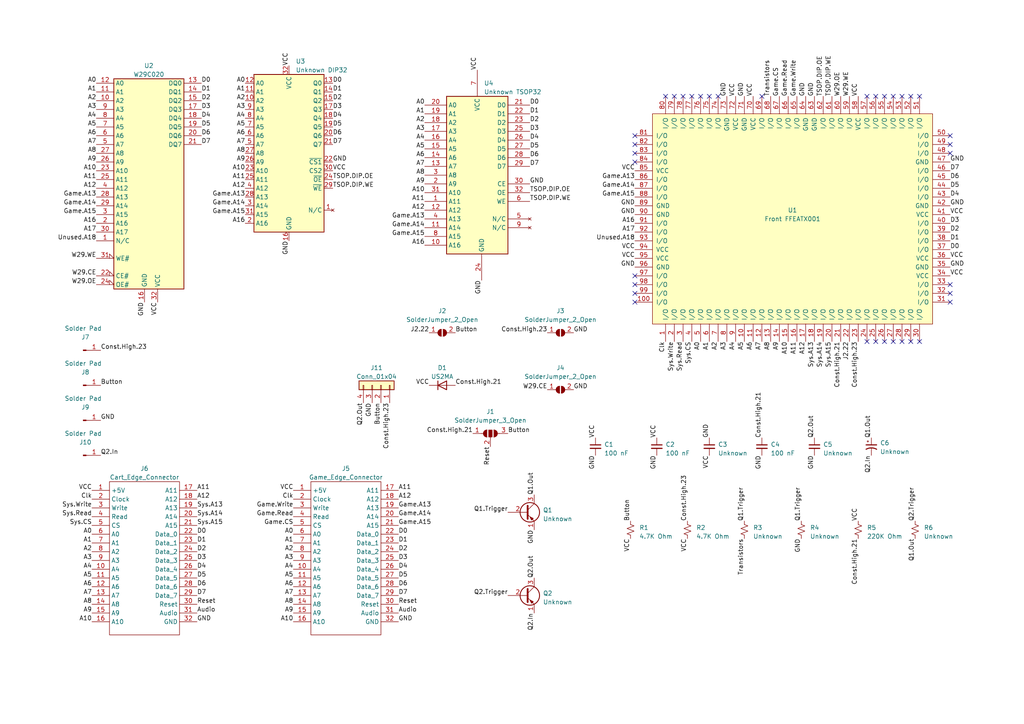
<source format=kicad_sch>
(kicad_sch (version 20230121) (generator eeschema)

  (uuid bb019f97-db31-4301-b20a-ab3be65066e2)

  (paper "A4")

  (lib_symbols
    (symbol "Connector:Conn_01x01_Pin" (pin_names (offset 1.016) hide) (in_bom yes) (on_board yes)
      (property "Reference" "J" (at 0 2.54 0)
        (effects (font (size 1.27 1.27)))
      )
      (property "Value" "Conn_01x01_Pin" (at 0 -2.54 0)
        (effects (font (size 1.27 1.27)))
      )
      (property "Footprint" "" (at 0 0 0)
        (effects (font (size 1.27 1.27)) hide)
      )
      (property "Datasheet" "~" (at 0 0 0)
        (effects (font (size 1.27 1.27)) hide)
      )
      (property "ki_locked" "" (at 0 0 0)
        (effects (font (size 1.27 1.27)))
      )
      (property "ki_keywords" "connector" (at 0 0 0)
        (effects (font (size 1.27 1.27)) hide)
      )
      (property "ki_description" "Generic connector, single row, 01x01, script generated" (at 0 0 0)
        (effects (font (size 1.27 1.27)) hide)
      )
      (property "ki_fp_filters" "Connector*:*_1x??_*" (at 0 0 0)
        (effects (font (size 1.27 1.27)) hide)
      )
      (symbol "Conn_01x01_Pin_1_1"
        (polyline
          (pts
            (xy 1.27 0)
            (xy 0.8636 0)
          )
          (stroke (width 0.1524) (type default))
          (fill (type none))
        )
        (rectangle (start 0.8636 0.127) (end 0 -0.127)
          (stroke (width 0.1524) (type default))
          (fill (type outline))
        )
        (pin passive line (at 5.08 0 180) (length 3.81)
          (name "Pin_1" (effects (font (size 1.27 1.27))))
          (number "1" (effects (font (size 1.27 1.27))))
        )
      )
    )
    (symbol "Connector_Generic:Conn_01x04" (pin_names (offset 1.016) hide) (in_bom yes) (on_board yes)
      (property "Reference" "J" (at 0 5.08 0)
        (effects (font (size 1.27 1.27)))
      )
      (property "Value" "Conn_01x04" (at 0 -7.62 0)
        (effects (font (size 1.27 1.27)))
      )
      (property "Footprint" "" (at 0 0 0)
        (effects (font (size 1.27 1.27)) hide)
      )
      (property "Datasheet" "~" (at 0 0 0)
        (effects (font (size 1.27 1.27)) hide)
      )
      (property "ki_keywords" "connector" (at 0 0 0)
        (effects (font (size 1.27 1.27)) hide)
      )
      (property "ki_description" "Generic connector, single row, 01x04, script generated (kicad-library-utils/schlib/autogen/connector/)" (at 0 0 0)
        (effects (font (size 1.27 1.27)) hide)
      )
      (property "ki_fp_filters" "Connector*:*_1x??_*" (at 0 0 0)
        (effects (font (size 1.27 1.27)) hide)
      )
      (symbol "Conn_01x04_1_1"
        (rectangle (start -1.27 -4.953) (end 0 -5.207)
          (stroke (width 0.1524) (type default))
          (fill (type none))
        )
        (rectangle (start -1.27 -2.413) (end 0 -2.667)
          (stroke (width 0.1524) (type default))
          (fill (type none))
        )
        (rectangle (start -1.27 0.127) (end 0 -0.127)
          (stroke (width 0.1524) (type default))
          (fill (type none))
        )
        (rectangle (start -1.27 2.667) (end 0 2.413)
          (stroke (width 0.1524) (type default))
          (fill (type none))
        )
        (rectangle (start -1.27 3.81) (end 1.27 -6.35)
          (stroke (width 0.254) (type default))
          (fill (type background))
        )
        (pin passive line (at -5.08 2.54 0) (length 3.81)
          (name "Pin_1" (effects (font (size 1.27 1.27))))
          (number "1" (effects (font (size 1.27 1.27))))
        )
        (pin passive line (at -5.08 0 0) (length 3.81)
          (name "Pin_2" (effects (font (size 1.27 1.27))))
          (number "2" (effects (font (size 1.27 1.27))))
        )
        (pin passive line (at -5.08 -2.54 0) (length 3.81)
          (name "Pin_3" (effects (font (size 1.27 1.27))))
          (number "3" (effects (font (size 1.27 1.27))))
        )
        (pin passive line (at -5.08 -5.08 0) (length 3.81)
          (name "Pin_4" (effects (font (size 1.27 1.27))))
          (number "4" (effects (font (size 1.27 1.27))))
        )
      )
    )
    (symbol "Device:C_Polarized_Small_US" (pin_numbers hide) (pin_names (offset 0.254) hide) (in_bom yes) (on_board yes)
      (property "Reference" "C" (at 0.254 1.778 0)
        (effects (font (size 1.27 1.27)) (justify left))
      )
      (property "Value" "C_Polarized_Small_US" (at 0.254 -2.032 0)
        (effects (font (size 1.27 1.27)) (justify left))
      )
      (property "Footprint" "" (at 0 0 0)
        (effects (font (size 1.27 1.27)) hide)
      )
      (property "Datasheet" "~" (at 0 0 0)
        (effects (font (size 1.27 1.27)) hide)
      )
      (property "ki_keywords" "cap capacitor" (at 0 0 0)
        (effects (font (size 1.27 1.27)) hide)
      )
      (property "ki_description" "Polarized capacitor, small US symbol" (at 0 0 0)
        (effects (font (size 1.27 1.27)) hide)
      )
      (property "ki_fp_filters" "CP_*" (at 0 0 0)
        (effects (font (size 1.27 1.27)) hide)
      )
      (symbol "C_Polarized_Small_US_0_1"
        (polyline
          (pts
            (xy -1.524 0.508)
            (xy 1.524 0.508)
          )
          (stroke (width 0.3048) (type default))
          (fill (type none))
        )
        (polyline
          (pts
            (xy -1.27 1.524)
            (xy -0.762 1.524)
          )
          (stroke (width 0) (type default))
          (fill (type none))
        )
        (polyline
          (pts
            (xy -1.016 1.27)
            (xy -1.016 1.778)
          )
          (stroke (width 0) (type default))
          (fill (type none))
        )
        (arc (start 1.524 -0.762) (mid 0 -0.3734) (end -1.524 -0.762)
          (stroke (width 0.3048) (type default))
          (fill (type none))
        )
      )
      (symbol "C_Polarized_Small_US_1_1"
        (pin passive line (at 0 2.54 270) (length 2.032)
          (name "~" (effects (font (size 1.27 1.27))))
          (number "1" (effects (font (size 1.27 1.27))))
        )
        (pin passive line (at 0 -2.54 90) (length 2.032)
          (name "~" (effects (font (size 1.27 1.27))))
          (number "2" (effects (font (size 1.27 1.27))))
        )
      )
    )
    (symbol "Device:C_Small" (pin_numbers hide) (pin_names (offset 0.254) hide) (in_bom yes) (on_board yes)
      (property "Reference" "C" (at 0.254 1.778 0)
        (effects (font (size 1.27 1.27)) (justify left))
      )
      (property "Value" "C_Small" (at 0.254 -2.032 0)
        (effects (font (size 1.27 1.27)) (justify left))
      )
      (property "Footprint" "" (at 0 0 0)
        (effects (font (size 1.27 1.27)) hide)
      )
      (property "Datasheet" "~" (at 0 0 0)
        (effects (font (size 1.27 1.27)) hide)
      )
      (property "ki_keywords" "capacitor cap" (at 0 0 0)
        (effects (font (size 1.27 1.27)) hide)
      )
      (property "ki_description" "Unpolarized capacitor, small symbol" (at 0 0 0)
        (effects (font (size 1.27 1.27)) hide)
      )
      (property "ki_fp_filters" "C_*" (at 0 0 0)
        (effects (font (size 1.27 1.27)) hide)
      )
      (symbol "C_Small_0_1"
        (polyline
          (pts
            (xy -1.524 -0.508)
            (xy 1.524 -0.508)
          )
          (stroke (width 0.3302) (type default))
          (fill (type none))
        )
        (polyline
          (pts
            (xy -1.524 0.508)
            (xy 1.524 0.508)
          )
          (stroke (width 0.3048) (type default))
          (fill (type none))
        )
      )
      (symbol "C_Small_1_1"
        (pin passive line (at 0 2.54 270) (length 2.032)
          (name "~" (effects (font (size 1.27 1.27))))
          (number "1" (effects (font (size 1.27 1.27))))
        )
        (pin passive line (at 0 -2.54 90) (length 2.032)
          (name "~" (effects (font (size 1.27 1.27))))
          (number "2" (effects (font (size 1.27 1.27))))
        )
      )
    )
    (symbol "Device:R_Small_US" (pin_numbers hide) (pin_names (offset 0.254) hide) (in_bom yes) (on_board yes)
      (property "Reference" "R" (at 0.762 0.508 0)
        (effects (font (size 1.27 1.27)) (justify left))
      )
      (property "Value" "R_Small_US" (at 0.762 -1.016 0)
        (effects (font (size 1.27 1.27)) (justify left))
      )
      (property "Footprint" "" (at 0 0 0)
        (effects (font (size 1.27 1.27)) hide)
      )
      (property "Datasheet" "~" (at 0 0 0)
        (effects (font (size 1.27 1.27)) hide)
      )
      (property "ki_keywords" "r resistor" (at 0 0 0)
        (effects (font (size 1.27 1.27)) hide)
      )
      (property "ki_description" "Resistor, small US symbol" (at 0 0 0)
        (effects (font (size 1.27 1.27)) hide)
      )
      (property "ki_fp_filters" "R_*" (at 0 0 0)
        (effects (font (size 1.27 1.27)) hide)
      )
      (symbol "R_Small_US_1_1"
        (polyline
          (pts
            (xy 0 0)
            (xy 1.016 -0.381)
            (xy 0 -0.762)
            (xy -1.016 -1.143)
            (xy 0 -1.524)
          )
          (stroke (width 0) (type default))
          (fill (type none))
        )
        (polyline
          (pts
            (xy 0 1.524)
            (xy 1.016 1.143)
            (xy 0 0.762)
            (xy -1.016 0.381)
            (xy 0 0)
          )
          (stroke (width 0) (type default))
          (fill (type none))
        )
        (pin passive line (at 0 2.54 270) (length 1.016)
          (name "~" (effects (font (size 1.27 1.27))))
          (number "1" (effects (font (size 1.27 1.27))))
        )
        (pin passive line (at 0 -2.54 90) (length 1.016)
          (name "~" (effects (font (size 1.27 1.27))))
          (number "2" (effects (font (size 1.27 1.27))))
        )
      )
    )
    (symbol "Diode:US2MA" (pin_numbers hide) (pin_names hide) (in_bom yes) (on_board yes)
      (property "Reference" "D" (at 0 2.54 0)
        (effects (font (size 1.27 1.27)))
      )
      (property "Value" "US2MA" (at 0 -2.54 0)
        (effects (font (size 1.27 1.27)))
      )
      (property "Footprint" "Diode_SMD:D_SMA" (at 0 -4.445 0)
        (effects (font (size 1.27 1.27)) hide)
      )
      (property "Datasheet" "https://www.onsemi.com/pub/Collateral/US2AA-D.PDF" (at 0 0 0)
        (effects (font (size 1.27 1.27)) hide)
      )
      (property "Sim.Device" "D" (at 0 0 0)
        (effects (font (size 1.27 1.27)) hide)
      )
      (property "Sim.Pins" "1=K 2=A" (at 0 0 0)
        (effects (font (size 1.27 1.27)) hide)
      )
      (property "ki_keywords" "Super Fast" (at 0 0 0)
        (effects (font (size 1.27 1.27)) hide)
      )
      (property "ki_description" "1000V, 1.5A, General Purpose Rectifier Diode, SMA(DO-214AC)" (at 0 0 0)
        (effects (font (size 1.27 1.27)) hide)
      )
      (property "ki_fp_filters" "D*SMA*" (at 0 0 0)
        (effects (font (size 1.27 1.27)) hide)
      )
      (symbol "US2MA_0_1"
        (polyline
          (pts
            (xy -1.27 1.27)
            (xy -1.27 -1.27)
          )
          (stroke (width 0.254) (type default))
          (fill (type none))
        )
        (polyline
          (pts
            (xy 1.27 0)
            (xy -1.27 0)
          )
          (stroke (width 0) (type default))
          (fill (type none))
        )
        (polyline
          (pts
            (xy 1.27 1.27)
            (xy 1.27 -1.27)
            (xy -1.27 0)
            (xy 1.27 1.27)
          )
          (stroke (width 0.254) (type default))
          (fill (type none))
        )
      )
      (symbol "US2MA_1_1"
        (pin passive line (at -3.81 0 0) (length 2.54)
          (name "K" (effects (font (size 1.27 1.27))))
          (number "1" (effects (font (size 1.27 1.27))))
        )
        (pin passive line (at 3.81 0 180) (length 2.54)
          (name "A" (effects (font (size 1.27 1.27))))
          (number "2" (effects (font (size 1.27 1.27))))
        )
      )
    )
    (symbol "Gameboy:Cart_Edge_Connector" (in_bom yes) (on_board yes)
      (property "Reference" "U" (at 0 20.32 0)
        (effects (font (size 1.27 1.27)))
      )
      (property "Value" "Cart_Edge_Connector" (at 0 26.67 0)
        (effects (font (size 1.27 1.27)))
      )
      (property "Footprint" "" (at 0 0 0)
        (effects (font (size 1.27 1.27)) hide)
      )
      (property "Datasheet" "" (at 0 0 0)
        (effects (font (size 1.27 1.27)) hide)
      )
      (symbol "Cart_Edge_Connector_0_1"
        (rectangle (start -10.16 10.16) (end 10.16 -34.29)
          (stroke (width 0) (type default))
          (fill (type none))
        )
      )
      (symbol "Cart_Edge_Connector_1_1"
        (pin power_in line (at -15.24 7.62 0) (length 5.08)
          (name "+5V" (effects (font (size 1.27 1.27))))
          (number "1" (effects (font (size 1.27 1.27))))
        )
        (pin bidirectional line (at -15.24 -15.24 0) (length 5.08)
          (name "A4" (effects (font (size 1.27 1.27))))
          (number "10" (effects (font (size 1.27 1.27))))
        )
        (pin bidirectional line (at -15.24 -17.78 0) (length 5.08)
          (name "A5" (effects (font (size 1.27 1.27))))
          (number "11" (effects (font (size 1.27 1.27))))
        )
        (pin bidirectional line (at -15.24 -20.32 0) (length 5.08)
          (name "A6" (effects (font (size 1.27 1.27))))
          (number "12" (effects (font (size 1.27 1.27))))
        )
        (pin bidirectional line (at -15.24 -22.86 0) (length 5.08)
          (name "A7" (effects (font (size 1.27 1.27))))
          (number "13" (effects (font (size 1.27 1.27))))
        )
        (pin bidirectional line (at -15.24 -25.4 0) (length 5.08)
          (name "A8" (effects (font (size 1.27 1.27))))
          (number "14" (effects (font (size 1.27 1.27))))
        )
        (pin bidirectional line (at -15.24 -27.94 0) (length 5.08)
          (name "A9" (effects (font (size 1.27 1.27))))
          (number "15" (effects (font (size 1.27 1.27))))
        )
        (pin bidirectional line (at -15.24 -30.48 0) (length 5.08)
          (name "A10" (effects (font (size 1.27 1.27))))
          (number "16" (effects (font (size 1.27 1.27))))
        )
        (pin bidirectional line (at 15.24 7.62 180) (length 5.08)
          (name "A11" (effects (font (size 1.27 1.27))))
          (number "17" (effects (font (size 1.27 1.27))))
        )
        (pin bidirectional line (at 15.24 5.08 180) (length 5.08)
          (name "A12" (effects (font (size 1.27 1.27))))
          (number "18" (effects (font (size 1.27 1.27))))
        )
        (pin bidirectional line (at 15.24 2.54 180) (length 5.08)
          (name "A13" (effects (font (size 1.27 1.27))))
          (number "19" (effects (font (size 1.27 1.27))))
        )
        (pin bidirectional line (at -15.24 5.08 0) (length 5.08)
          (name "Clock" (effects (font (size 1.27 1.27))))
          (number "2" (effects (font (size 1.27 1.27))))
        )
        (pin bidirectional line (at 15.24 0 180) (length 5.08)
          (name "A14" (effects (font (size 1.27 1.27))))
          (number "20" (effects (font (size 1.27 1.27))))
        )
        (pin bidirectional line (at 15.24 -2.54 180) (length 5.08)
          (name "A15" (effects (font (size 1.27 1.27))))
          (number "21" (effects (font (size 1.27 1.27))))
        )
        (pin bidirectional line (at 15.24 -5.08 180) (length 5.08)
          (name "Data_0" (effects (font (size 1.27 1.27))))
          (number "22" (effects (font (size 1.27 1.27))))
        )
        (pin bidirectional line (at 15.24 -7.62 180) (length 5.08)
          (name "Data_1" (effects (font (size 1.27 1.27))))
          (number "23" (effects (font (size 1.27 1.27))))
        )
        (pin bidirectional line (at 15.24 -10.16 180) (length 5.08)
          (name "Data_2" (effects (font (size 1.27 1.27))))
          (number "24" (effects (font (size 1.27 1.27))))
        )
        (pin bidirectional line (at 15.24 -12.7 180) (length 5.08)
          (name "Data_3" (effects (font (size 1.27 1.27))))
          (number "25" (effects (font (size 1.27 1.27))))
        )
        (pin bidirectional line (at 15.24 -15.24 180) (length 5.08)
          (name "Data_4" (effects (font (size 1.27 1.27))))
          (number "26" (effects (font (size 1.27 1.27))))
        )
        (pin bidirectional line (at 15.24 -17.78 180) (length 5.08)
          (name "Data_5" (effects (font (size 1.27 1.27))))
          (number "27" (effects (font (size 1.27 1.27))))
        )
        (pin bidirectional line (at 15.24 -20.32 180) (length 5.08)
          (name "Data_6" (effects (font (size 1.27 1.27))))
          (number "28" (effects (font (size 1.27 1.27))))
        )
        (pin bidirectional line (at 15.24 -22.86 180) (length 5.08)
          (name "Data_7" (effects (font (size 1.27 1.27))))
          (number "29" (effects (font (size 1.27 1.27))))
        )
        (pin bidirectional line (at -15.24 2.54 0) (length 5.08)
          (name "Write" (effects (font (size 1.27 1.27))))
          (number "3" (effects (font (size 1.27 1.27))))
        )
        (pin bidirectional line (at 15.24 -25.4 180) (length 5.08)
          (name "Reset" (effects (font (size 1.27 1.27))))
          (number "30" (effects (font (size 1.27 1.27))))
        )
        (pin bidirectional line (at 15.24 -27.94 180) (length 5.08)
          (name "Audio" (effects (font (size 1.27 1.27))))
          (number "31" (effects (font (size 1.27 1.27))))
        )
        (pin bidirectional line (at 15.24 -30.48 180) (length 5.08)
          (name "GND" (effects (font (size 1.27 1.27))))
          (number "32" (effects (font (size 1.27 1.27))))
        )
        (pin bidirectional line (at -15.24 0 0) (length 5.08)
          (name "Read" (effects (font (size 1.27 1.27))))
          (number "4" (effects (font (size 1.27 1.27))))
        )
        (pin bidirectional line (at -15.24 -2.54 0) (length 5.08)
          (name "CS" (effects (font (size 1.27 1.27))))
          (number "5" (effects (font (size 1.27 1.27))))
        )
        (pin bidirectional line (at -15.24 -5.08 0) (length 5.08)
          (name "A0" (effects (font (size 1.27 1.27))))
          (number "6" (effects (font (size 1.27 1.27))))
        )
        (pin bidirectional line (at -15.24 -7.62 0) (length 5.08)
          (name "A1" (effects (font (size 1.27 1.27))))
          (number "7" (effects (font (size 1.27 1.27))))
        )
        (pin bidirectional line (at -15.24 -10.16 0) (length 5.08)
          (name "A2" (effects (font (size 1.27 1.27))))
          (number "8" (effects (font (size 1.27 1.27))))
        )
        (pin bidirectional line (at -15.24 -12.7 0) (length 5.08)
          (name "A3" (effects (font (size 1.27 1.27))))
          (number "9" (effects (font (size 1.27 1.27))))
        )
      )
    )
    (symbol "Gameboy:Game_Edge_Connector" (in_bom yes) (on_board yes)
      (property "Reference" "U" (at 0 20.32 0)
        (effects (font (size 1.27 1.27)))
      )
      (property "Value" "Game_Edge_Connector" (at 0 26.67 0)
        (effects (font (size 1.27 1.27)))
      )
      (property "Footprint" "" (at 0 0 0)
        (effects (font (size 1.27 1.27)) hide)
      )
      (property "Datasheet" "" (at 0 0 0)
        (effects (font (size 1.27 1.27)) hide)
      )
      (symbol "Game_Edge_Connector_0_1"
        (rectangle (start -10.16 10.16) (end 10.16 -34.29)
          (stroke (width 0) (type default))
          (fill (type none))
        )
      )
      (symbol "Game_Edge_Connector_1_1"
        (pin power_in line (at -15.24 7.62 0) (length 5.08)
          (name "+5V" (effects (font (size 1.27 1.27))))
          (number "1" (effects (font (size 1.27 1.27))))
        )
        (pin bidirectional line (at -15.24 -15.24 0) (length 5.08)
          (name "A4" (effects (font (size 1.27 1.27))))
          (number "10" (effects (font (size 1.27 1.27))))
        )
        (pin bidirectional line (at -15.24 -17.78 0) (length 5.08)
          (name "A5" (effects (font (size 1.27 1.27))))
          (number "11" (effects (font (size 1.27 1.27))))
        )
        (pin bidirectional line (at -15.24 -20.32 0) (length 5.08)
          (name "A6" (effects (font (size 1.27 1.27))))
          (number "12" (effects (font (size 1.27 1.27))))
        )
        (pin bidirectional line (at -15.24 -22.86 0) (length 5.08)
          (name "A7" (effects (font (size 1.27 1.27))))
          (number "13" (effects (font (size 1.27 1.27))))
        )
        (pin bidirectional line (at -15.24 -25.4 0) (length 5.08)
          (name "A8" (effects (font (size 1.27 1.27))))
          (number "14" (effects (font (size 1.27 1.27))))
        )
        (pin bidirectional line (at -15.24 -27.94 0) (length 5.08)
          (name "A9" (effects (font (size 1.27 1.27))))
          (number "15" (effects (font (size 1.27 1.27))))
        )
        (pin bidirectional line (at -15.24 -30.48 0) (length 5.08)
          (name "A10" (effects (font (size 1.27 1.27))))
          (number "16" (effects (font (size 1.27 1.27))))
        )
        (pin bidirectional line (at 15.24 7.62 180) (length 5.08)
          (name "A11" (effects (font (size 1.27 1.27))))
          (number "17" (effects (font (size 1.27 1.27))))
        )
        (pin bidirectional line (at 15.24 5.08 180) (length 5.08)
          (name "A12" (effects (font (size 1.27 1.27))))
          (number "18" (effects (font (size 1.27 1.27))))
        )
        (pin bidirectional line (at 15.24 2.54 180) (length 5.08)
          (name "A13" (effects (font (size 1.27 1.27))))
          (number "19" (effects (font (size 1.27 1.27))))
        )
        (pin bidirectional line (at -15.24 5.08 0) (length 5.08)
          (name "Clock" (effects (font (size 1.27 1.27))))
          (number "2" (effects (font (size 1.27 1.27))))
        )
        (pin bidirectional line (at 15.24 0 180) (length 5.08)
          (name "A14" (effects (font (size 1.27 1.27))))
          (number "20" (effects (font (size 1.27 1.27))))
        )
        (pin bidirectional line (at 15.24 -2.54 180) (length 5.08)
          (name "A15" (effects (font (size 1.27 1.27))))
          (number "21" (effects (font (size 1.27 1.27))))
        )
        (pin bidirectional line (at 15.24 -5.08 180) (length 5.08)
          (name "Data_0" (effects (font (size 1.27 1.27))))
          (number "22" (effects (font (size 1.27 1.27))))
        )
        (pin bidirectional line (at 15.24 -7.62 180) (length 5.08)
          (name "Data_1" (effects (font (size 1.27 1.27))))
          (number "23" (effects (font (size 1.27 1.27))))
        )
        (pin bidirectional line (at 15.24 -10.16 180) (length 5.08)
          (name "Data_2" (effects (font (size 1.27 1.27))))
          (number "24" (effects (font (size 1.27 1.27))))
        )
        (pin bidirectional line (at 15.24 -12.7 180) (length 5.08)
          (name "Data_3" (effects (font (size 1.27 1.27))))
          (number "25" (effects (font (size 1.27 1.27))))
        )
        (pin bidirectional line (at 15.24 -15.24 180) (length 5.08)
          (name "Data_4" (effects (font (size 1.27 1.27))))
          (number "26" (effects (font (size 1.27 1.27))))
        )
        (pin bidirectional line (at 15.24 -17.78 180) (length 5.08)
          (name "Data_5" (effects (font (size 1.27 1.27))))
          (number "27" (effects (font (size 1.27 1.27))))
        )
        (pin bidirectional line (at 15.24 -20.32 180) (length 5.08)
          (name "Data_6" (effects (font (size 1.27 1.27))))
          (number "28" (effects (font (size 1.27 1.27))))
        )
        (pin bidirectional line (at 15.24 -22.86 180) (length 5.08)
          (name "Data_7" (effects (font (size 1.27 1.27))))
          (number "29" (effects (font (size 1.27 1.27))))
        )
        (pin bidirectional line (at -15.24 2.54 0) (length 5.08)
          (name "Write" (effects (font (size 1.27 1.27))))
          (number "3" (effects (font (size 1.27 1.27))))
        )
        (pin bidirectional line (at 15.24 -25.4 180) (length 5.08)
          (name "Reset" (effects (font (size 1.27 1.27))))
          (number "30" (effects (font (size 1.27 1.27))))
        )
        (pin bidirectional line (at 15.24 -27.94 180) (length 5.08)
          (name "Audio" (effects (font (size 1.27 1.27))))
          (number "31" (effects (font (size 1.27 1.27))))
        )
        (pin bidirectional line (at 15.24 -30.48 180) (length 5.08)
          (name "GND" (effects (font (size 1.27 1.27))))
          (number "32" (effects (font (size 1.27 1.27))))
        )
        (pin bidirectional line (at -15.24 0 0) (length 5.08)
          (name "Read" (effects (font (size 1.27 1.27))))
          (number "4" (effects (font (size 1.27 1.27))))
        )
        (pin bidirectional line (at -15.24 -2.54 0) (length 5.08)
          (name "CS" (effects (font (size 1.27 1.27))))
          (number "5" (effects (font (size 1.27 1.27))))
        )
        (pin bidirectional line (at -15.24 -5.08 0) (length 5.08)
          (name "A0" (effects (font (size 1.27 1.27))))
          (number "6" (effects (font (size 1.27 1.27))))
        )
        (pin bidirectional line (at -15.24 -7.62 0) (length 5.08)
          (name "A1" (effects (font (size 1.27 1.27))))
          (number "7" (effects (font (size 1.27 1.27))))
        )
        (pin bidirectional line (at -15.24 -10.16 0) (length 5.08)
          (name "A2" (effects (font (size 1.27 1.27))))
          (number "8" (effects (font (size 1.27 1.27))))
        )
        (pin bidirectional line (at -15.24 -12.7 0) (length 5.08)
          (name "A3" (effects (font (size 1.27 1.27))))
          (number "9" (effects (font (size 1.27 1.27))))
        )
      )
    )
    (symbol "Jumper:SolderJumper_2_Open" (pin_names (offset 0) hide) (in_bom yes) (on_board yes)
      (property "Reference" "JP" (at 0 2.032 0)
        (effects (font (size 1.27 1.27)))
      )
      (property "Value" "SolderJumper_2_Open" (at 0 -2.54 0)
        (effects (font (size 1.27 1.27)))
      )
      (property "Footprint" "" (at 0 0 0)
        (effects (font (size 1.27 1.27)) hide)
      )
      (property "Datasheet" "~" (at 0 0 0)
        (effects (font (size 1.27 1.27)) hide)
      )
      (property "ki_keywords" "solder jumper SPST" (at 0 0 0)
        (effects (font (size 1.27 1.27)) hide)
      )
      (property "ki_description" "Solder Jumper, 2-pole, open" (at 0 0 0)
        (effects (font (size 1.27 1.27)) hide)
      )
      (property "ki_fp_filters" "SolderJumper*Open*" (at 0 0 0)
        (effects (font (size 1.27 1.27)) hide)
      )
      (symbol "SolderJumper_2_Open_0_1"
        (arc (start -0.254 1.016) (mid -1.2656 0) (end -0.254 -1.016)
          (stroke (width 0) (type default))
          (fill (type none))
        )
        (arc (start -0.254 1.016) (mid -1.2656 0) (end -0.254 -1.016)
          (stroke (width 0) (type default))
          (fill (type outline))
        )
        (polyline
          (pts
            (xy -0.254 1.016)
            (xy -0.254 -1.016)
          )
          (stroke (width 0) (type default))
          (fill (type none))
        )
        (polyline
          (pts
            (xy 0.254 1.016)
            (xy 0.254 -1.016)
          )
          (stroke (width 0) (type default))
          (fill (type none))
        )
        (arc (start 0.254 -1.016) (mid 1.2656 0) (end 0.254 1.016)
          (stroke (width 0) (type default))
          (fill (type none))
        )
        (arc (start 0.254 -1.016) (mid 1.2656 0) (end 0.254 1.016)
          (stroke (width 0) (type default))
          (fill (type outline))
        )
      )
      (symbol "SolderJumper_2_Open_1_1"
        (pin passive line (at -3.81 0 0) (length 2.54)
          (name "A" (effects (font (size 1.27 1.27))))
          (number "1" (effects (font (size 1.27 1.27))))
        )
        (pin passive line (at 3.81 0 180) (length 2.54)
          (name "B" (effects (font (size 1.27 1.27))))
          (number "2" (effects (font (size 1.27 1.27))))
        )
      )
    )
    (symbol "Jumper:SolderJumper_3_Open" (pin_names (offset 0) hide) (in_bom yes) (on_board yes)
      (property "Reference" "JP" (at -2.54 -2.54 0)
        (effects (font (size 1.27 1.27)))
      )
      (property "Value" "SolderJumper_3_Open" (at 0 2.794 0)
        (effects (font (size 1.27 1.27)))
      )
      (property "Footprint" "" (at 0 0 0)
        (effects (font (size 1.27 1.27)) hide)
      )
      (property "Datasheet" "~" (at 0 0 0)
        (effects (font (size 1.27 1.27)) hide)
      )
      (property "ki_keywords" "Solder Jumper SPDT" (at 0 0 0)
        (effects (font (size 1.27 1.27)) hide)
      )
      (property "ki_description" "Solder Jumper, 3-pole, open" (at 0 0 0)
        (effects (font (size 1.27 1.27)) hide)
      )
      (property "ki_fp_filters" "SolderJumper*Open*" (at 0 0 0)
        (effects (font (size 1.27 1.27)) hide)
      )
      (symbol "SolderJumper_3_Open_0_1"
        (arc (start -1.016 1.016) (mid -2.0276 0) (end -1.016 -1.016)
          (stroke (width 0) (type default))
          (fill (type none))
        )
        (arc (start -1.016 1.016) (mid -2.0276 0) (end -1.016 -1.016)
          (stroke (width 0) (type default))
          (fill (type outline))
        )
        (rectangle (start -0.508 1.016) (end 0.508 -1.016)
          (stroke (width 0) (type default))
          (fill (type outline))
        )
        (polyline
          (pts
            (xy -2.54 0)
            (xy -2.032 0)
          )
          (stroke (width 0) (type default))
          (fill (type none))
        )
        (polyline
          (pts
            (xy -1.016 1.016)
            (xy -1.016 -1.016)
          )
          (stroke (width 0) (type default))
          (fill (type none))
        )
        (polyline
          (pts
            (xy 0 -1.27)
            (xy 0 -1.016)
          )
          (stroke (width 0) (type default))
          (fill (type none))
        )
        (polyline
          (pts
            (xy 1.016 1.016)
            (xy 1.016 -1.016)
          )
          (stroke (width 0) (type default))
          (fill (type none))
        )
        (polyline
          (pts
            (xy 2.54 0)
            (xy 2.032 0)
          )
          (stroke (width 0) (type default))
          (fill (type none))
        )
        (arc (start 1.016 -1.016) (mid 2.0276 0) (end 1.016 1.016)
          (stroke (width 0) (type default))
          (fill (type none))
        )
        (arc (start 1.016 -1.016) (mid 2.0276 0) (end 1.016 1.016)
          (stroke (width 0) (type default))
          (fill (type outline))
        )
      )
      (symbol "SolderJumper_3_Open_1_1"
        (pin passive line (at -5.08 0 0) (length 2.54)
          (name "A" (effects (font (size 1.27 1.27))))
          (number "1" (effects (font (size 1.27 1.27))))
        )
        (pin passive line (at 0 -3.81 90) (length 2.54)
          (name "C" (effects (font (size 1.27 1.27))))
          (number "2" (effects (font (size 1.27 1.27))))
        )
        (pin passive line (at 5.08 0 180) (length 2.54)
          (name "B" (effects (font (size 1.27 1.27))))
          (number "3" (effects (font (size 1.27 1.27))))
        )
      )
    )
    (symbol "Memory_Flash:29F010-TSOP-SP" (in_bom yes) (on_board yes)
      (property "Reference" "U2" (at 3.2259 26.67 0)
        (effects (font (size 1.27 1.27)) (justify left))
      )
      (property "Value" "Unknown TSOP32" (at 3.2259 24.13 0)
        (effects (font (size 1.27 1.27)) (justify left))
      )
      (property "Footprint" "" (at 0 0 0)
        (effects (font (size 1.27 1.27)) hide)
      )
      (property "Datasheet" "" (at 0 0 0)
        (effects (font (size 1.27 1.27)) hide)
      )
      (property "ki_keywords" "EEPROM FLASH 128KO" (at 0 0 0)
        (effects (font (size 1.27 1.27)) hide)
      )
      (property "ki_description" "Flash EEProm 128Ko (TSOP 32 pack.) 5V prog" (at 0 0 0)
        (effects (font (size 1.27 1.27)) hide)
      )
      (symbol "29F010-TSOP-SP_0_1"
        (rectangle (start -8.89 -22.86) (end 8.89 22.86)
          (stroke (width 0.254) (type default))
          (fill (type background))
        )
      )
      (symbol "29F010-TSOP-SP_1_1"
        (pin input line (at -15.24 -7.62 0) (length 6.35)
          (name "A11" (effects (font (size 1.27 1.27))))
          (number "1" (effects (font (size 1.27 1.27))))
        )
        (pin input line (at -15.24 -20.32 0) (length 6.35)
          (name "A16" (effects (font (size 1.27 1.27))))
          (number "10" (effects (font (size 1.27 1.27))))
        )
        (pin input line (at -15.24 -15.24 0) (length 6.35)
          (name "A14" (effects (font (size 1.27 1.27))))
          (number "11" (effects (font (size 1.27 1.27))))
        )
        (pin input line (at -15.24 -10.16 0) (length 6.35)
          (name "A12" (effects (font (size 1.27 1.27))))
          (number "12" (effects (font (size 1.27 1.27))))
        )
        (pin input line (at -15.24 2.54 0) (length 6.35)
          (name "A7" (effects (font (size 1.27 1.27))))
          (number "13" (effects (font (size 1.27 1.27))))
        )
        (pin input line (at -15.24 5.08 0) (length 6.35)
          (name "A6" (effects (font (size 1.27 1.27))))
          (number "14" (effects (font (size 1.27 1.27))))
        )
        (pin input line (at -15.24 7.62 0) (length 6.35)
          (name "A5" (effects (font (size 1.27 1.27))))
          (number "15" (effects (font (size 1.27 1.27))))
        )
        (pin input line (at -15.24 10.16 0) (length 6.35)
          (name "A4" (effects (font (size 1.27 1.27))))
          (number "16" (effects (font (size 1.27 1.27))))
        )
        (pin input line (at -15.24 12.7 0) (length 6.35)
          (name "A3" (effects (font (size 1.27 1.27))))
          (number "17" (effects (font (size 1.27 1.27))))
        )
        (pin input line (at -15.24 15.24 0) (length 6.35)
          (name "A2" (effects (font (size 1.27 1.27))))
          (number "18" (effects (font (size 1.27 1.27))))
        )
        (pin input line (at -15.24 17.78 0) (length 6.35)
          (name "A1" (effects (font (size 1.27 1.27))))
          (number "19" (effects (font (size 1.27 1.27))))
        )
        (pin input line (at -15.24 -2.54 0) (length 6.35)
          (name "A9" (effects (font (size 1.27 1.27))))
          (number "2" (effects (font (size 1.27 1.27))))
        )
        (pin input line (at -15.24 20.32 0) (length 6.35)
          (name "A0" (effects (font (size 1.27 1.27))))
          (number "20" (effects (font (size 1.27 1.27))))
        )
        (pin tri_state line (at 15.24 20.32 180) (length 6.35)
          (name "D0" (effects (font (size 1.27 1.27))))
          (number "21" (effects (font (size 1.27 1.27))))
        )
        (pin tri_state line (at 15.24 17.78 180) (length 6.35)
          (name "D1" (effects (font (size 1.27 1.27))))
          (number "22" (effects (font (size 1.27 1.27))))
        )
        (pin tri_state line (at 15.24 15.24 180) (length 6.35)
          (name "D2" (effects (font (size 1.27 1.27))))
          (number "23" (effects (font (size 1.27 1.27))))
        )
        (pin power_in line (at 1.27 -30.48 90) (length 7.62)
          (name "GND" (effects (font (size 1.27 1.27))))
          (number "24" (effects (font (size 1.27 1.27))))
        )
        (pin tri_state line (at 15.24 12.7 180) (length 6.35)
          (name "D3" (effects (font (size 1.27 1.27))))
          (number "25" (effects (font (size 1.27 1.27))))
        )
        (pin tri_state line (at 15.24 10.16 180) (length 6.35)
          (name "D4" (effects (font (size 1.27 1.27))))
          (number "26" (effects (font (size 1.27 1.27))))
        )
        (pin tri_state line (at 15.24 7.62 180) (length 6.35)
          (name "D5" (effects (font (size 1.27 1.27))))
          (number "27" (effects (font (size 1.27 1.27))))
        )
        (pin tri_state line (at 15.24 5.08 180) (length 6.35)
          (name "D6" (effects (font (size 1.27 1.27))))
          (number "28" (effects (font (size 1.27 1.27))))
        )
        (pin tri_state line (at 15.24 2.54 180) (length 6.35)
          (name "D7" (effects (font (size 1.27 1.27))))
          (number "29" (effects (font (size 1.27 1.27))))
        )
        (pin input line (at -15.24 0 0) (length 6.35)
          (name "A8" (effects (font (size 1.27 1.27))))
          (number "3" (effects (font (size 1.27 1.27))))
        )
        (pin input line (at 15.24 -2.54 180) (length 6.35)
          (name "CE" (effects (font (size 1.27 1.27))))
          (number "30" (effects (font (size 1.27 1.27))))
        )
        (pin input line (at -15.24 -5.08 0) (length 6.35)
          (name "A10" (effects (font (size 1.27 1.27))))
          (number "31" (effects (font (size 1.27 1.27))))
        )
        (pin input line (at 15.24 -5.08 180) (length 6.35)
          (name "OE" (effects (font (size 1.27 1.27))))
          (number "32" (effects (font (size 1.27 1.27))))
        )
        (pin input line (at -15.24 -12.7 0) (length 6.35)
          (name "A13" (effects (font (size 1.27 1.27))))
          (number "4" (effects (font (size 1.27 1.27))))
        )
        (pin no_connect line (at 15.24 -12.7 180) (length 6.35)
          (name "N/C" (effects (font (size 1.27 1.27))))
          (number "5" (effects (font (size 1.27 1.27))))
        )
        (pin input line (at 15.24 -7.62 180) (length 6.35)
          (name "WE" (effects (font (size 1.27 1.27))))
          (number "6" (effects (font (size 1.27 1.27))))
        )
        (pin power_in line (at 0 30.48 270) (length 7.62)
          (name "VCC" (effects (font (size 1.27 1.27))))
          (number "7" (effects (font (size 1.27 1.27))))
        )
        (pin input line (at -15.24 -17.78 0) (length 6.35)
          (name "A15" (effects (font (size 1.27 1.27))))
          (number "8" (effects (font (size 1.27 1.27))))
        )
        (pin no_connect line (at 15.24 -15.24 180) (length 6.35)
          (name "N/C" (effects (font (size 1.27 1.27))))
          (number "9" (effects (font (size 1.27 1.27))))
        )
      )
    )
    (symbol "Memory_RAM:628128_DIP32_SSOP32" (in_bom yes) (on_board yes)
      (property "Reference" "U4" (at 1.9559 26.67 0)
        (effects (font (size 1.27 1.27)) (justify left))
      )
      (property "Value" "Unknown DIP32" (at 1.9559 24.13 0)
        (effects (font (size 1.27 1.27)) (justify left))
      )
      (property "Footprint" "" (at 0 0 0)
        (effects (font (size 1.27 1.27)) hide)
      )
      (property "Datasheet" "http://www.futurlec.com/Datasheet/Memory/628128.pdf" (at 0 0 0)
        (effects (font (size 1.27 1.27)) hide)
      )
      (property "ki_keywords" "RAM SRAM CMOS MEMORY" (at 0 0 0)
        (effects (font (size 1.27 1.27)) hide)
      )
      (property "ki_description" "128K x 8 High-Speed CMOS Static RAM, 55/70ns, DIP-32/SSOP-32" (at 0 0 0)
        (effects (font (size 1.27 1.27)) hide)
      )
      (property "ki_fp_filters" "DIP*W15.24mm* SSOP*11.305x20.495mm*P1.27mm*" (at 0 0 0)
        (effects (font (size 1.27 1.27)) hide)
      )
      (symbol "628128_DIP32_SSOP32_0_0"
        (pin power_in line (at 0 -25.4 90) (length 2.54)
          (name "GND" (effects (font (size 1.27 1.27))))
          (number "16" (effects (font (size 1.27 1.27))))
        )
        (pin power_in line (at 0 25.4 270) (length 2.54)
          (name "VCC" (effects (font (size 1.27 1.27))))
          (number "32" (effects (font (size 1.27 1.27))))
        )
      )
      (symbol "628128_DIP32_SSOP32_0_1"
        (rectangle (start -10.16 22.86) (end 10.16 -22.86)
          (stroke (width 0.254) (type default))
          (fill (type background))
        )
      )
      (symbol "628128_DIP32_SSOP32_1_1"
        (pin no_connect line (at 12.7 -16.51 180) (length 2.54)
          (name "N/C" (effects (font (size 1.27 1.27))))
          (number "1" (effects (font (size 1.27 1.27))))
        )
        (pin input line (at -12.7 15.24 0) (length 2.54)
          (name "A2" (effects (font (size 1.27 1.27))))
          (number "10" (effects (font (size 1.27 1.27))))
        )
        (pin input line (at -12.7 17.78 0) (length 2.54)
          (name "A1" (effects (font (size 1.27 1.27))))
          (number "11" (effects (font (size 1.27 1.27))))
        )
        (pin input line (at -12.7 20.32 0) (length 2.54)
          (name "A0" (effects (font (size 1.27 1.27))))
          (number "12" (effects (font (size 1.27 1.27))))
        )
        (pin tri_state line (at 12.7 20.32 180) (length 2.54)
          (name "Q0" (effects (font (size 1.27 1.27))))
          (number "13" (effects (font (size 1.27 1.27))))
        )
        (pin tri_state line (at 12.7 17.78 180) (length 2.54)
          (name "Q1" (effects (font (size 1.27 1.27))))
          (number "14" (effects (font (size 1.27 1.27))))
        )
        (pin tri_state line (at 12.7 15.24 180) (length 2.54)
          (name "Q2" (effects (font (size 1.27 1.27))))
          (number "15" (effects (font (size 1.27 1.27))))
        )
        (pin tri_state line (at 12.7 12.7 180) (length 2.54)
          (name "Q3" (effects (font (size 1.27 1.27))))
          (number "17" (effects (font (size 1.27 1.27))))
        )
        (pin tri_state line (at 12.7 10.16 180) (length 2.54)
          (name "Q4" (effects (font (size 1.27 1.27))))
          (number "18" (effects (font (size 1.27 1.27))))
        )
        (pin tri_state line (at 12.7 7.62 180) (length 2.54)
          (name "Q5" (effects (font (size 1.27 1.27))))
          (number "19" (effects (font (size 1.27 1.27))))
        )
        (pin input line (at -12.7 -20.32 0) (length 2.54)
          (name "A16" (effects (font (size 1.27 1.27))))
          (number "2" (effects (font (size 1.27 1.27))))
        )
        (pin tri_state line (at 12.7 5.08 180) (length 2.54)
          (name "Q6" (effects (font (size 1.27 1.27))))
          (number "20" (effects (font (size 1.27 1.27))))
        )
        (pin tri_state line (at 12.7 2.54 180) (length 2.54)
          (name "Q7" (effects (font (size 1.27 1.27))))
          (number "21" (effects (font (size 1.27 1.27))))
        )
        (pin input line (at 12.7 -2.54 180) (length 2.54)
          (name "~{CS1}" (effects (font (size 1.27 1.27))))
          (number "22" (effects (font (size 1.27 1.27))))
        )
        (pin input line (at -12.7 -5.08 0) (length 2.54)
          (name "A10" (effects (font (size 1.27 1.27))))
          (number "23" (effects (font (size 1.27 1.27))))
        )
        (pin input line (at 12.7 -7.62 180) (length 2.54)
          (name "~{OE}" (effects (font (size 1.27 1.27))))
          (number "24" (effects (font (size 1.27 1.27))))
        )
        (pin input line (at -12.7 -7.62 0) (length 2.54)
          (name "A11" (effects (font (size 1.27 1.27))))
          (number "25" (effects (font (size 1.27 1.27))))
        )
        (pin input line (at -12.7 -2.54 0) (length 2.54)
          (name "A9" (effects (font (size 1.27 1.27))))
          (number "26" (effects (font (size 1.27 1.27))))
        )
        (pin input line (at -12.7 0 0) (length 2.54)
          (name "A8" (effects (font (size 1.27 1.27))))
          (number "27" (effects (font (size 1.27 1.27))))
        )
        (pin input line (at -12.7 -12.7 0) (length 2.54)
          (name "A13" (effects (font (size 1.27 1.27))))
          (number "28" (effects (font (size 1.27 1.27))))
        )
        (pin input line (at 12.7 -10.16 180) (length 2.54)
          (name "~{WE}" (effects (font (size 1.27 1.27))))
          (number "29" (effects (font (size 1.27 1.27))))
        )
        (pin input line (at -12.7 -15.24 0) (length 2.54)
          (name "A14" (effects (font (size 1.27 1.27))))
          (number "3" (effects (font (size 1.27 1.27))))
        )
        (pin input line (at 12.7 -5.08 180) (length 2.54)
          (name "CS2" (effects (font (size 1.27 1.27))))
          (number "30" (effects (font (size 1.27 1.27))))
        )
        (pin input line (at -12.7 -17.78 0) (length 2.54)
          (name "A15" (effects (font (size 1.27 1.27))))
          (number "31" (effects (font (size 1.27 1.27))))
        )
        (pin input line (at -12.7 -10.16 0) (length 2.54)
          (name "A12" (effects (font (size 1.27 1.27))))
          (number "4" (effects (font (size 1.27 1.27))))
        )
        (pin input line (at -12.7 2.54 0) (length 2.54)
          (name "A7" (effects (font (size 1.27 1.27))))
          (number "5" (effects (font (size 1.27 1.27))))
        )
        (pin input line (at -12.7 5.08 0) (length 2.54)
          (name "A6" (effects (font (size 1.27 1.27))))
          (number "6" (effects (font (size 1.27 1.27))))
        )
        (pin input line (at -12.7 7.62 0) (length 2.54)
          (name "A5" (effects (font (size 1.27 1.27))))
          (number "7" (effects (font (size 1.27 1.27))))
        )
        (pin input line (at -12.7 10.16 0) (length 2.54)
          (name "A4" (effects (font (size 1.27 1.27))))
          (number "8" (effects (font (size 1.27 1.27))))
        )
        (pin input line (at -12.7 12.7 0) (length 2.54)
          (name "A3" (effects (font (size 1.27 1.27))))
          (number "9" (effects (font (size 1.27 1.27))))
        )
      )
    )
    (symbol "MonsterBrain:FFEATX001" (pin_names (offset 1.016)) (in_bom yes) (on_board yes)
      (property "Reference" "U2" (at -5.08 5.08 0)
        (effects (font (size 1.27 1.27)) (justify left))
      )
      (property "Value" "Front FFEATX001" (at -5.08 2.54 0)
        (effects (font (size 1.27 1.27)) (justify left))
      )
      (property "Footprint" "FFEATX001" (at 0 -1.27 0)
        (effects (font (size 1.27 1.27)) hide)
      )
      (property "Datasheet" "" (at -17.78 34.29 0)
        (effects (font (size 1.27 1.27)) hide)
      )
      (property "ki_keywords" "GAL PLD 16V8" (at 0 0 0)
        (effects (font (size 1.27 1.27)) hide)
      )
      (property "ki_description" "Programmable Logic Array, DIP-20/SOIC-20/PLCC-20" (at 0 0 0)
        (effects (font (size 1.27 1.27)) hide)
      )
      (property "ki_fp_filters" "DIP* PDIP* SOIC* SO* PLCC*" (at 0 0 0)
        (effects (font (size 1.27 1.27)) hide)
      )
      (symbol "FFEATX001_0_1"
        (rectangle (start -40.64 30.48) (end 40.64 -30.48)
          (stroke (width 0) (type default))
          (fill (type background))
        )
      )
      (symbol "FFEATX001_1_1"
        (pin tri_state line (at -36.83 -35.56 90) (length 5.08)
          (name "I/O" (effects (font (size 1.27 1.27))))
          (number "1" (effects (font (size 1.27 1.27))))
        )
        (pin tri_state line (at -13.97 -35.56 90) (length 5.08)
          (name "I/O" (effects (font (size 1.27 1.27))))
          (number "10" (effects (font (size 1.27 1.27))))
        )
        (pin tri_state line (at -45.72 -24.13 0) (length 5.08)
          (name "I/O" (effects (font (size 1.27 1.27))))
          (number "100" (effects (font (size 1.27 1.27))))
        )
        (pin tri_state line (at -11.43 -35.56 90) (length 5.08)
          (name "I/O" (effects (font (size 1.27 1.27))))
          (number "11" (effects (font (size 1.27 1.27))))
        )
        (pin tri_state line (at -8.89 -35.56 90) (length 5.08)
          (name "I/O" (effects (font (size 1.27 1.27))))
          (number "12" (effects (font (size 1.27 1.27))))
        )
        (pin tri_state line (at -6.35 -35.56 90) (length 5.08)
          (name "I/O" (effects (font (size 1.27 1.27))))
          (number "13" (effects (font (size 1.27 1.27))))
        )
        (pin tri_state line (at -3.81 -35.56 90) (length 5.08)
          (name "I/O" (effects (font (size 1.27 1.27))))
          (number "14" (effects (font (size 1.27 1.27))))
        )
        (pin tri_state line (at -1.27 -35.56 90) (length 5.08)
          (name "I/O" (effects (font (size 1.27 1.27))))
          (number "15" (effects (font (size 1.27 1.27))))
        )
        (pin tri_state line (at 1.27 -35.56 90) (length 5.08)
          (name "I/O" (effects (font (size 1.27 1.27))))
          (number "16" (effects (font (size 1.27 1.27))))
        )
        (pin tri_state line (at 3.81 -35.56 90) (length 5.08)
          (name "I/O" (effects (font (size 1.27 1.27))))
          (number "17" (effects (font (size 1.27 1.27))))
        )
        (pin tri_state line (at 6.35 -35.56 90) (length 5.08)
          (name "I/O" (effects (font (size 1.27 1.27))))
          (number "18" (effects (font (size 1.27 1.27))))
        )
        (pin tri_state line (at 8.89 -35.56 90) (length 5.08)
          (name "I/O" (effects (font (size 1.27 1.27))))
          (number "19" (effects (font (size 1.27 1.27))))
        )
        (pin tri_state line (at -34.29 -35.56 90) (length 5.08)
          (name "I/O" (effects (font (size 1.27 1.27))))
          (number "2" (effects (font (size 1.27 1.27))))
        )
        (pin tri_state line (at 11.43 -35.56 90) (length 5.08)
          (name "I/O" (effects (font (size 1.27 1.27))))
          (number "20" (effects (font (size 1.27 1.27))))
        )
        (pin tri_state line (at 13.97 -35.56 90) (length 5.08)
          (name "I/O" (effects (font (size 1.27 1.27))))
          (number "21" (effects (font (size 1.27 1.27))))
        )
        (pin tri_state line (at 16.51 -35.56 90) (length 5.08)
          (name "I/O" (effects (font (size 1.27 1.27))))
          (number "22" (effects (font (size 1.27 1.27))))
        )
        (pin tri_state line (at 19.05 -35.56 90) (length 5.08)
          (name "I/O" (effects (font (size 1.27 1.27))))
          (number "23" (effects (font (size 1.27 1.27))))
        )
        (pin tri_state line (at 21.59 -35.56 90) (length 5.08)
          (name "I/O" (effects (font (size 1.27 1.27))))
          (number "24" (effects (font (size 1.27 1.27))))
        )
        (pin tri_state line (at 24.13 -35.56 90) (length 5.08)
          (name "I/O" (effects (font (size 1.27 1.27))))
          (number "25" (effects (font (size 1.27 1.27))))
        )
        (pin tri_state line (at 26.67 -35.56 90) (length 5.08)
          (name "I/O" (effects (font (size 1.27 1.27))))
          (number "26" (effects (font (size 1.27 1.27))))
        )
        (pin tri_state line (at 29.21 -35.56 90) (length 5.08)
          (name "I/O" (effects (font (size 1.27 1.27))))
          (number "27" (effects (font (size 1.27 1.27))))
        )
        (pin tri_state line (at 31.75 -35.56 90) (length 5.08)
          (name "I/O" (effects (font (size 1.27 1.27))))
          (number "28" (effects (font (size 1.27 1.27))))
        )
        (pin tri_state line (at 34.29 -35.56 90) (length 5.08)
          (name "I/O" (effects (font (size 1.27 1.27))))
          (number "29" (effects (font (size 1.27 1.27))))
        )
        (pin tri_state line (at -31.75 -35.56 90) (length 5.08)
          (name "I/O" (effects (font (size 1.27 1.27))))
          (number "3" (effects (font (size 1.27 1.27))))
        )
        (pin tri_state line (at 36.83 -35.56 90) (length 5.08)
          (name "I/O" (effects (font (size 1.27 1.27))))
          (number "30" (effects (font (size 1.27 1.27))))
        )
        (pin tri_state line (at 45.72 -24.13 180) (length 5.08)
          (name "I/O" (effects (font (size 1.27 1.27))))
          (number "31" (effects (font (size 1.27 1.27))))
        )
        (pin tri_state line (at 45.72 -21.59 180) (length 5.08)
          (name "I/O" (effects (font (size 1.27 1.27))))
          (number "32" (effects (font (size 1.27 1.27))))
        )
        (pin tri_state line (at 45.72 -19.05 180) (length 5.08)
          (name "I/O" (effects (font (size 1.27 1.27))))
          (number "33" (effects (font (size 1.27 1.27))))
        )
        (pin power_in line (at 45.72 -16.51 180) (length 5.08)
          (name "VCC" (effects (font (size 1.27 1.27))))
          (number "34" (effects (font (size 1.27 1.27))))
        )
        (pin power_in line (at 45.72 -13.97 180) (length 5.08)
          (name "GND" (effects (font (size 1.27 1.27))))
          (number "35" (effects (font (size 1.27 1.27))))
        )
        (pin power_in line (at 45.72 -11.43 180) (length 5.08)
          (name "VCC" (effects (font (size 1.27 1.27))))
          (number "36" (effects (font (size 1.27 1.27))))
        )
        (pin tri_state line (at 45.72 -8.89 180) (length 5.08)
          (name "I/O" (effects (font (size 1.27 1.27))))
          (number "37" (effects (font (size 1.27 1.27))))
        )
        (pin tri_state line (at 45.72 -6.35 180) (length 5.08)
          (name "I/O" (effects (font (size 1.27 1.27))))
          (number "38" (effects (font (size 1.27 1.27))))
        )
        (pin tri_state line (at 45.72 -3.81 180) (length 5.08)
          (name "I/O" (effects (font (size 1.27 1.27))))
          (number "39" (effects (font (size 1.27 1.27))))
        )
        (pin tri_state line (at -29.21 -35.56 90) (length 5.08)
          (name "I/O" (effects (font (size 1.27 1.27))))
          (number "4" (effects (font (size 1.27 1.27))))
        )
        (pin tri_state line (at 45.72 -1.27 180) (length 5.08)
          (name "I/O" (effects (font (size 1.27 1.27))))
          (number "40" (effects (font (size 1.27 1.27))))
        )
        (pin power_in line (at 45.72 1.27 180) (length 5.08)
          (name "VCC" (effects (font (size 1.27 1.27))))
          (number "41" (effects (font (size 1.27 1.27))))
        )
        (pin power_in line (at 45.72 3.81 180) (length 5.08)
          (name "GND" (effects (font (size 1.27 1.27))))
          (number "42" (effects (font (size 1.27 1.27))))
        )
        (pin tri_state line (at 45.72 6.35 180) (length 5.08)
          (name "I/O" (effects (font (size 1.27 1.27))))
          (number "43" (effects (font (size 1.27 1.27))))
        )
        (pin tri_state line (at 45.72 8.89 180) (length 5.08)
          (name "I/O" (effects (font (size 1.27 1.27))))
          (number "44" (effects (font (size 1.27 1.27))))
        )
        (pin tri_state line (at 45.72 11.43 180) (length 5.08)
          (name "I/O" (effects (font (size 1.27 1.27))))
          (number "45" (effects (font (size 1.27 1.27))))
        )
        (pin tri_state line (at 45.72 13.97 180) (length 5.08)
          (name "I/O" (effects (font (size 1.27 1.27))))
          (number "46" (effects (font (size 1.27 1.27))))
        )
        (pin power_in line (at 45.72 16.51 180) (length 5.08)
          (name "GND" (effects (font (size 1.27 1.27))))
          (number "47" (effects (font (size 1.27 1.27))))
        )
        (pin tri_state line (at 45.72 19.05 180) (length 5.08)
          (name "I/O" (effects (font (size 1.27 1.27))))
          (number "48" (effects (font (size 1.27 1.27))))
        )
        (pin tri_state line (at 45.72 21.59 180) (length 5.08)
          (name "I/O" (effects (font (size 1.27 1.27))))
          (number "49" (effects (font (size 1.27 1.27))))
        )
        (pin tri_state line (at -26.67 -35.56 90) (length 5.08)
          (name "I/O" (effects (font (size 1.27 1.27))))
          (number "5" (effects (font (size 1.27 1.27))))
        )
        (pin tri_state line (at 45.72 24.13 180) (length 5.08)
          (name "I/O" (effects (font (size 1.27 1.27))))
          (number "50" (effects (font (size 1.27 1.27))))
        )
        (pin tri_state line (at 36.83 35.56 270) (length 5.08)
          (name "I/O" (effects (font (size 1.27 1.27))))
          (number "51" (effects (font (size 1.27 1.27))))
        )
        (pin tri_state line (at 34.29 35.56 270) (length 5.08)
          (name "I/O" (effects (font (size 1.27 1.27))))
          (number "52" (effects (font (size 1.27 1.27))))
        )
        (pin tri_state line (at 31.75 35.56 270) (length 5.08)
          (name "I/O" (effects (font (size 1.27 1.27))))
          (number "53" (effects (font (size 1.27 1.27))))
        )
        (pin tri_state line (at 29.21 35.56 270) (length 5.08)
          (name "I/O" (effects (font (size 1.27 1.27))))
          (number "54" (effects (font (size 1.27 1.27))))
        )
        (pin tri_state line (at 26.67 35.56 270) (length 5.08)
          (name "I/O" (effects (font (size 1.27 1.27))))
          (number "55" (effects (font (size 1.27 1.27))))
        )
        (pin tri_state line (at 24.13 35.56 270) (length 5.08)
          (name "I/O" (effects (font (size 1.27 1.27))))
          (number "56" (effects (font (size 1.27 1.27))))
        )
        (pin tri_state line (at 21.59 35.56 270) (length 5.08)
          (name "I/O" (effects (font (size 1.27 1.27))))
          (number "57" (effects (font (size 1.27 1.27))))
        )
        (pin power_in line (at 19.05 35.56 270) (length 5.08)
          (name "VCC" (effects (font (size 1.27 1.27))))
          (number "58" (effects (font (size 1.27 1.27))))
        )
        (pin tri_state line (at 16.51 35.56 270) (length 5.08)
          (name "I/O" (effects (font (size 1.27 1.27))))
          (number "59" (effects (font (size 1.27 1.27))))
        )
        (pin tri_state line (at -24.13 -35.56 90) (length 5.08)
          (name "I/O" (effects (font (size 1.27 1.27))))
          (number "6" (effects (font (size 1.27 1.27))))
        )
        (pin tri_state line (at 13.97 35.56 270) (length 5.08)
          (name "I/O" (effects (font (size 1.27 1.27))))
          (number "60" (effects (font (size 1.27 1.27))))
        )
        (pin tri_state line (at 11.43 35.56 270) (length 5.08)
          (name "I/O" (effects (font (size 1.27 1.27))))
          (number "61" (effects (font (size 1.27 1.27))))
        )
        (pin tri_state line (at 8.89 35.56 270) (length 5.08)
          (name "I/O" (effects (font (size 1.27 1.27))))
          (number "62" (effects (font (size 1.27 1.27))))
        )
        (pin power_in line (at 6.35 35.56 270) (length 5.08)
          (name "GND" (effects (font (size 1.27 1.27))))
          (number "63" (effects (font (size 1.27 1.27))))
        )
        (pin power_in line (at 3.81 35.56 270) (length 5.08)
          (name "GND" (effects (font (size 1.27 1.27))))
          (number "64" (effects (font (size 1.27 1.27))))
        )
        (pin tri_state line (at 1.27 35.56 270) (length 5.08)
          (name "I/O" (effects (font (size 1.27 1.27))))
          (number "65" (effects (font (size 1.27 1.27))))
        )
        (pin tri_state line (at -1.27 35.56 270) (length 5.08)
          (name "I/O" (effects (font (size 1.27 1.27))))
          (number "66" (effects (font (size 1.27 1.27))))
        )
        (pin tri_state line (at -3.81 35.56 270) (length 5.08)
          (name "I/O" (effects (font (size 1.27 1.27))))
          (number "67" (effects (font (size 1.27 1.27))))
        )
        (pin tri_state line (at -6.35 35.56 270) (length 5.08)
          (name "I/O" (effects (font (size 1.27 1.27))))
          (number "68" (effects (font (size 1.27 1.27))))
        )
        (pin tri_state line (at -8.89 35.56 270) (length 5.08)
          (name "I/O" (effects (font (size 1.27 1.27))))
          (number "69" (effects (font (size 1.27 1.27))))
        )
        (pin tri_state line (at -21.59 -35.56 90) (length 5.08)
          (name "I/O" (effects (font (size 1.27 1.27))))
          (number "7" (effects (font (size 1.27 1.27))))
        )
        (pin power_in line (at -11.43 35.56 270) (length 5.08)
          (name "VCC" (effects (font (size 1.27 1.27))))
          (number "70" (effects (font (size 1.27 1.27))))
        )
        (pin power_in line (at -13.97 35.56 270) (length 5.08)
          (name "GND" (effects (font (size 1.27 1.27))))
          (number "71" (effects (font (size 1.27 1.27))))
        )
        (pin power_in line (at -16.51 35.56 270) (length 5.08)
          (name "VCC" (effects (font (size 1.27 1.27))))
          (number "72" (effects (font (size 1.27 1.27))))
        )
        (pin power_in line (at -19.05 35.56 270) (length 5.08)
          (name "GND" (effects (font (size 1.27 1.27))))
          (number "73" (effects (font (size 1.27 1.27))))
        )
        (pin tri_state line (at -21.59 35.56 270) (length 5.08)
          (name "I/O" (effects (font (size 1.27 1.27))))
          (number "74" (effects (font (size 1.27 1.27))))
        )
        (pin tri_state line (at -24.13 35.56 270) (length 5.08)
          (name "I/O" (effects (font (size 1.27 1.27))))
          (number "75" (effects (font (size 1.27 1.27))))
        )
        (pin tri_state line (at -26.67 35.56 270) (length 5.08)
          (name "I/O" (effects (font (size 1.27 1.27))))
          (number "76" (effects (font (size 1.27 1.27))))
        )
        (pin tri_state line (at -29.21 35.56 270) (length 5.08)
          (name "I/O" (effects (font (size 1.27 1.27))))
          (number "77" (effects (font (size 1.27 1.27))))
        )
        (pin tri_state line (at -31.75 35.56 270) (length 5.08)
          (name "I/O" (effects (font (size 1.27 1.27))))
          (number "78" (effects (font (size 1.27 1.27))))
        )
        (pin tri_state line (at -34.29 35.56 270) (length 5.08)
          (name "I/O" (effects (font (size 1.27 1.27))))
          (number "79" (effects (font (size 1.27 1.27))))
        )
        (pin tri_state line (at -19.05 -35.56 90) (length 5.08)
          (name "I/O" (effects (font (size 1.27 1.27))))
          (number "8" (effects (font (size 1.27 1.27))))
        )
        (pin tri_state line (at -36.83 35.56 270) (length 5.08)
          (name "I/O" (effects (font (size 1.27 1.27))))
          (number "80" (effects (font (size 1.27 1.27))))
        )
        (pin tri_state line (at -45.72 24.13 0) (length 5.08)
          (name "I/O" (effects (font (size 1.27 1.27))))
          (number "81" (effects (font (size 1.27 1.27))))
        )
        (pin tri_state line (at -45.72 21.59 0) (length 5.08)
          (name "I/O" (effects (font (size 1.27 1.27))))
          (number "82" (effects (font (size 1.27 1.27))))
        )
        (pin tri_state line (at -45.72 19.05 0) (length 5.08)
          (name "I/O" (effects (font (size 1.27 1.27))))
          (number "83" (effects (font (size 1.27 1.27))))
        )
        (pin tri_state line (at -45.72 16.51 0) (length 5.08)
          (name "I/O" (effects (font (size 1.27 1.27))))
          (number "84" (effects (font (size 1.27 1.27))))
        )
        (pin power_in line (at -45.72 13.97 0) (length 5.08)
          (name "VCC" (effects (font (size 1.27 1.27))))
          (number "85" (effects (font (size 1.27 1.27))))
        )
        (pin tri_state line (at -45.72 11.43 0) (length 5.08)
          (name "I/O" (effects (font (size 1.27 1.27))))
          (number "86" (effects (font (size 1.27 1.27))))
        )
        (pin tri_state line (at -45.72 8.89 0) (length 5.08)
          (name "I/O" (effects (font (size 1.27 1.27))))
          (number "87" (effects (font (size 1.27 1.27))))
        )
        (pin tri_state line (at -45.72 6.35 0) (length 5.08)
          (name "I/O" (effects (font (size 1.27 1.27))))
          (number "88" (effects (font (size 1.27 1.27))))
        )
        (pin power_in line (at -45.72 3.81 0) (length 5.08)
          (name "GND" (effects (font (size 1.27 1.27))))
          (number "89" (effects (font (size 1.27 1.27))))
        )
        (pin tri_state line (at -16.51 -35.56 90) (length 5.08)
          (name "I/O" (effects (font (size 1.27 1.27))))
          (number "9" (effects (font (size 1.27 1.27))))
        )
        (pin power_in line (at -45.72 1.27 0) (length 5.08)
          (name "GND" (effects (font (size 1.27 1.27))))
          (number "90" (effects (font (size 1.27 1.27))))
        )
        (pin tri_state line (at -45.72 -1.27 0) (length 5.08)
          (name "I/O" (effects (font (size 1.27 1.27))))
          (number "91" (effects (font (size 1.27 1.27))))
        )
        (pin tri_state line (at -45.72 -3.81 0) (length 5.08)
          (name "I/O" (effects (font (size 1.27 1.27))))
          (number "92" (effects (font (size 1.27 1.27))))
        )
        (pin tri_state line (at -45.72 -6.35 0) (length 5.08)
          (name "I/O" (effects (font (size 1.27 1.27))))
          (number "93" (effects (font (size 1.27 1.27))))
        )
        (pin power_in line (at -45.72 -8.89 0) (length 5.08)
          (name "VCC" (effects (font (size 1.27 1.27))))
          (number "94" (effects (font (size 1.27 1.27))))
        )
        (pin power_in line (at -45.72 -11.43 0) (length 5.08)
          (name "VCC" (effects (font (size 1.27 1.27))))
          (number "95" (effects (font (size 1.27 1.27))))
        )
        (pin power_in line (at -45.72 -13.97 0) (length 5.08)
          (name "GND" (effects (font (size 1.27 1.27))))
          (number "96" (effects (font (size 1.27 1.27))))
        )
        (pin tri_state line (at -45.72 -16.51 0) (length 5.08)
          (name "I/O" (effects (font (size 1.27 1.27))))
          (number "97" (effects (font (size 1.27 1.27))))
        )
        (pin tri_state line (at -45.72 -19.05 0) (length 5.08)
          (name "I/O" (effects (font (size 1.27 1.27))))
          (number "98" (effects (font (size 1.27 1.27))))
        )
        (pin tri_state line (at -45.72 -21.59 0) (length 5.08)
          (name "I/O" (effects (font (size 1.27 1.27))))
          (number "99" (effects (font (size 1.27 1.27))))
        )
      )
    )
    (symbol "MonsterBrain:W29C020_PLCC32" (in_bom yes) (on_board yes)
      (property "Reference" "U1" (at 0 36.83 0)
        (effects (font (size 1.27 1.27)))
      )
      (property "Value" "W29C020" (at 0 34.29 0)
        (effects (font (size 1.27 1.27)))
      )
      (property "Footprint" "W29C020" (at 0 7.62 0)
        (effects (font (size 1.27 1.27)) hide)
      )
      (property "Datasheet" "" (at -40.64 41.91 0)
        (effects (font (size 1.27 1.27)) hide)
      )
      (property "ki_keywords" "512k flash rom" (at 0 0 0)
        (effects (font (size 1.27 1.27)) hide)
      )
      (property "ki_description" "Silicon Storage Technology (SSF) 512k x 8 Flash ROM" (at 0 0 0)
        (effects (font (size 1.27 1.27)) hide)
      )
      (symbol "W29C020_PLCC32_0_1"
        (rectangle (start -10.16 31.75) (end 10.16 -29.21)
          (stroke (width 0.254) (type default))
          (fill (type background))
        )
      )
      (symbol "W29C020_PLCC32_1_1"
        (pin input line (at -15.24 -15.24 0) (length 5.08)
          (name "N/C" (effects (font (size 1.27 1.27))))
          (number "1" (effects (font (size 1.27 1.27))))
        )
        (pin input line (at -15.24 25.4 0) (length 5.08)
          (name "A2" (effects (font (size 1.27 1.27))))
          (number "10" (effects (font (size 1.27 1.27))))
        )
        (pin input line (at -15.24 27.94 0) (length 5.08)
          (name "A1" (effects (font (size 1.27 1.27))))
          (number "11" (effects (font (size 1.27 1.27))))
        )
        (pin input line (at -15.24 30.48 0) (length 5.08)
          (name "A0" (effects (font (size 1.27 1.27))))
          (number "12" (effects (font (size 1.27 1.27))))
        )
        (pin tri_state line (at 15.24 30.48 180) (length 5.08)
          (name "DQ0" (effects (font (size 1.27 1.27))))
          (number "13" (effects (font (size 1.27 1.27))))
        )
        (pin tri_state line (at 15.24 27.94 180) (length 5.08)
          (name "DQ1" (effects (font (size 1.27 1.27))))
          (number "14" (effects (font (size 1.27 1.27))))
        )
        (pin tri_state line (at 15.24 25.4 180) (length 5.08)
          (name "DQ2" (effects (font (size 1.27 1.27))))
          (number "15" (effects (font (size 1.27 1.27))))
        )
        (pin power_in line (at -1.27 -33.02 90) (length 3.81)
          (name "GND" (effects (font (size 1.27 1.27))))
          (number "16" (effects (font (size 1.27 1.27))))
        )
        (pin tri_state line (at 15.24 22.86 180) (length 5.08)
          (name "DQ3" (effects (font (size 1.27 1.27))))
          (number "17" (effects (font (size 1.27 1.27))))
        )
        (pin tri_state line (at 15.24 20.32 180) (length 5.08)
          (name "DQ4" (effects (font (size 1.27 1.27))))
          (number "18" (effects (font (size 1.27 1.27))))
        )
        (pin tri_state line (at 15.24 17.78 180) (length 5.08)
          (name "DQ5" (effects (font (size 1.27 1.27))))
          (number "19" (effects (font (size 1.27 1.27))))
        )
        (pin input line (at -15.24 -10.16 0) (length 5.08)
          (name "A16" (effects (font (size 1.27 1.27))))
          (number "2" (effects (font (size 1.27 1.27))))
        )
        (pin tri_state line (at 15.24 15.24 180) (length 5.08)
          (name "DQ6" (effects (font (size 1.27 1.27))))
          (number "20" (effects (font (size 1.27 1.27))))
        )
        (pin tri_state line (at 15.24 12.7 180) (length 5.08)
          (name "DQ7" (effects (font (size 1.27 1.27))))
          (number "21" (effects (font (size 1.27 1.27))))
        )
        (pin input input_low (at -15.24 -25.4 0) (length 5.08)
          (name "CE#" (effects (font (size 1.27 1.27))))
          (number "22" (effects (font (size 1.27 1.27))))
        )
        (pin input line (at -15.24 5.08 0) (length 5.08)
          (name "A10" (effects (font (size 1.27 1.27))))
          (number "23" (effects (font (size 1.27 1.27))))
        )
        (pin input input_low (at -15.24 -27.94 0) (length 5.08)
          (name "OE#" (effects (font (size 1.27 1.27))))
          (number "24" (effects (font (size 1.27 1.27))))
        )
        (pin input line (at -15.24 2.54 0) (length 5.08)
          (name "A11" (effects (font (size 1.27 1.27))))
          (number "25" (effects (font (size 1.27 1.27))))
        )
        (pin input line (at -15.24 7.62 0) (length 5.08)
          (name "A9" (effects (font (size 1.27 1.27))))
          (number "26" (effects (font (size 1.27 1.27))))
        )
        (pin input line (at -15.24 10.16 0) (length 5.08)
          (name "A8" (effects (font (size 1.27 1.27))))
          (number "27" (effects (font (size 1.27 1.27))))
        )
        (pin input line (at -15.24 -2.54 0) (length 5.08)
          (name "A13" (effects (font (size 1.27 1.27))))
          (number "28" (effects (font (size 1.27 1.27))))
        )
        (pin input line (at -15.24 -5.08 0) (length 5.08)
          (name "A14" (effects (font (size 1.27 1.27))))
          (number "29" (effects (font (size 1.27 1.27))))
        )
        (pin input line (at -15.24 -7.62 0) (length 5.08)
          (name "A15" (effects (font (size 1.27 1.27))))
          (number "3" (effects (font (size 1.27 1.27))))
        )
        (pin input line (at -15.24 -12.7 0) (length 5.08)
          (name "A17" (effects (font (size 1.27 1.27))))
          (number "30" (effects (font (size 1.27 1.27))))
        )
        (pin input input_low (at -15.24 -20.32 0) (length 5.08)
          (name "WE#" (effects (font (size 1.27 1.27))))
          (number "31" (effects (font (size 1.27 1.27))))
        )
        (pin power_in line (at 2.54 -33.02 90) (length 3.81)
          (name "VCC" (effects (font (size 1.27 1.27))))
          (number "32" (effects (font (size 1.27 1.27))))
        )
        (pin input line (at -15.24 0 0) (length 5.08)
          (name "A12" (effects (font (size 1.27 1.27))))
          (number "4" (effects (font (size 1.27 1.27))))
        )
        (pin input line (at -15.24 12.7 0) (length 5.08)
          (name "A7" (effects (font (size 1.27 1.27))))
          (number "5" (effects (font (size 1.27 1.27))))
        )
        (pin input line (at -15.24 15.24 0) (length 5.08)
          (name "A6" (effects (font (size 1.27 1.27))))
          (number "6" (effects (font (size 1.27 1.27))))
        )
        (pin input line (at -15.24 17.78 0) (length 5.08)
          (name "A5" (effects (font (size 1.27 1.27))))
          (number "7" (effects (font (size 1.27 1.27))))
        )
        (pin input line (at -15.24 20.32 0) (length 5.08)
          (name "A4" (effects (font (size 1.27 1.27))))
          (number "8" (effects (font (size 1.27 1.27))))
        )
        (pin input line (at -15.24 22.86 0) (length 5.08)
          (name "A3" (effects (font (size 1.27 1.27))))
          (number "9" (effects (font (size 1.27 1.27))))
        )
      )
    )
    (symbol "Transistor_BJT:2N3905" (pin_names (offset 0) hide) (in_bom yes) (on_board yes)
      (property "Reference" "Q" (at 5.08 1.905 0)
        (effects (font (size 1.27 1.27)) (justify left))
      )
      (property "Value" "2N3905" (at 5.08 0 0)
        (effects (font (size 1.27 1.27)) (justify left))
      )
      (property "Footprint" "Package_TO_SOT_THT:TO-92_Inline" (at 5.08 -1.905 0)
        (effects (font (size 1.27 1.27) italic) (justify left) hide)
      )
      (property "Datasheet" "https://www.nteinc.com/specs/original/2N3905_06.pdf" (at 0 0 0)
        (effects (font (size 1.27 1.27)) (justify left) hide)
      )
      (property "ki_keywords" "PNP Transistor" (at 0 0 0)
        (effects (font (size 1.27 1.27)) hide)
      )
      (property "ki_description" "-0.2A Ic, -40V Vce, Small Signal PNP Transistor, TO-92" (at 0 0 0)
        (effects (font (size 1.27 1.27)) hide)
      )
      (property "ki_fp_filters" "TO?92*" (at 0 0 0)
        (effects (font (size 1.27 1.27)) hide)
      )
      (symbol "2N3905_0_1"
        (polyline
          (pts
            (xy 0.635 0.635)
            (xy 2.54 2.54)
          )
          (stroke (width 0) (type default))
          (fill (type none))
        )
        (polyline
          (pts
            (xy 0.635 -0.635)
            (xy 2.54 -2.54)
            (xy 2.54 -2.54)
          )
          (stroke (width 0) (type default))
          (fill (type none))
        )
        (polyline
          (pts
            (xy 0.635 1.905)
            (xy 0.635 -1.905)
            (xy 0.635 -1.905)
          )
          (stroke (width 0.508) (type default))
          (fill (type none))
        )
        (polyline
          (pts
            (xy 2.286 -1.778)
            (xy 1.778 -2.286)
            (xy 1.27 -1.27)
            (xy 2.286 -1.778)
            (xy 2.286 -1.778)
          )
          (stroke (width 0) (type default))
          (fill (type outline))
        )
        (circle (center 1.27 0) (radius 2.8194)
          (stroke (width 0.254) (type default))
          (fill (type none))
        )
      )
      (symbol "2N3905_1_1"
        (pin passive line (at 2.54 -5.08 90) (length 2.54)
          (name "E" (effects (font (size 1.27 1.27))))
          (number "1" (effects (font (size 1.27 1.27))))
        )
        (pin input line (at -5.08 0 0) (length 5.715)
          (name "B" (effects (font (size 1.27 1.27))))
          (number "2" (effects (font (size 1.27 1.27))))
        )
        (pin passive line (at 2.54 5.08 270) (length 2.54)
          (name "C" (effects (font (size 1.27 1.27))))
          (number "3" (effects (font (size 1.27 1.27))))
        )
      )
    )
  )


  (no_connect (at 184.15 39.37) (uuid 051f8401-ade5-4864-864c-2410527e3c34))
  (no_connect (at 275.59 87.63) (uuid 06dbfdb1-709d-46f3-a79e-83272d0780bd))
  (no_connect (at 195.58 27.94) (uuid 0a6b229e-e2a8-47c0-ae79-ef2629ec8c62))
  (no_connect (at 205.74 27.94) (uuid 0d501c6b-8cc2-467e-a3b5-5cc2b1f192c3))
  (no_connect (at 256.54 99.06) (uuid 0deaadda-864d-4125-a7d2-66b7e6888cc7))
  (no_connect (at 198.12 27.94) (uuid 280576c5-d6ca-4a13-b364-415ffdc8dbf3))
  (no_connect (at 200.66 27.94) (uuid 2858abfc-47f9-48ec-9214-8352499ef020))
  (no_connect (at 184.15 80.01) (uuid 2b5f88c8-ea47-4d71-9329-8741f0af2ab1))
  (no_connect (at 275.59 85.09) (uuid 3858fa02-7747-4120-b4d7-82934850b1da))
  (no_connect (at 264.16 27.94) (uuid 3cf16fff-06ae-4dd5-b7a0-9dca12da7f5f))
  (no_connect (at 184.15 85.09) (uuid 3fed6035-70c0-4645-9a15-c8f8b858176a))
  (no_connect (at 256.54 27.94) (uuid 494cb574-7127-4629-a7f5-c288aafb84a3))
  (no_connect (at 264.16 99.06) (uuid 494dc507-6ceb-44bc-b1cd-b62b6a0b3422))
  (no_connect (at 208.28 27.94) (uuid 4f477270-7903-441b-a92c-f51edfac667b))
  (no_connect (at 254 99.06) (uuid 4fd6839a-c4ce-467e-8dbf-1ff8ec639a6b))
  (no_connect (at 261.62 27.94) (uuid 5b028820-de9f-4f37-8b11-8c526d4d2af8))
  (no_connect (at 259.08 27.94) (uuid 638cea8f-ef31-49ea-bccc-f23c649113e0))
  (no_connect (at 266.7 99.06) (uuid 66751d3c-7152-467d-b2be-b5c69480e9b3))
  (no_connect (at 259.08 99.06) (uuid 6780d72e-44ac-468e-898e-d62e0885dece))
  (no_connect (at 184.15 46.99) (uuid 68546447-03f0-40f3-9f9d-1728c3f0e27e))
  (no_connect (at 275.59 44.45) (uuid 6be5bb04-5fe6-4681-bf5f-fb9d2f787d2d))
  (no_connect (at 275.59 82.55) (uuid 6f89911a-fb99-4e33-a109-e203ec6a31ab))
  (no_connect (at 251.46 99.06) (uuid 6f9dfdc1-951e-4f43-b5f4-51b74b50898a))
  (no_connect (at 261.62 99.06) (uuid 781783c5-69d6-4324-afaf-61bd2c2bf107))
  (no_connect (at 193.04 27.94) (uuid 7a42ff1a-7b18-4ecc-af59-20c38de53c71))
  (no_connect (at 254 27.94) (uuid 7d42cc5c-ee0d-436f-b083-5a29640b8f6d))
  (no_connect (at 266.7 27.94) (uuid 7f10052e-3cbb-48a4-8182-d4ec958fd0ce))
  (no_connect (at 203.2 27.94) (uuid 86d59acd-893e-4901-bea4-71d444c0f961))
  (no_connect (at 184.15 44.45) (uuid a14b62c7-b219-473e-a67a-845abb5eb67a))
  (no_connect (at 184.15 82.55) (uuid b63af291-98a6-455d-ad28-59de2577e007))
  (no_connect (at 275.59 39.37) (uuid ccdea632-7e92-4c22-8e0a-dcefc5ecbf3e))
  (no_connect (at 251.46 27.94) (uuid cd4b22f4-cb79-436d-a82e-785d4a3a0814))
  (no_connect (at 184.15 41.91) (uuid db071bda-06c4-415f-b437-0df6c9000555))
  (no_connect (at 275.59 41.91) (uuid dd23ed27-d5f2-4756-9ea5-51430dcd7364))
  (no_connect (at 184.15 87.63) (uuid fcea21fa-2faa-402c-ae49-80699f94498a))
  (no_connect (at 220.98 27.94) (uuid ff2b4217-3bf9-4e23-9f18-8ec1c1175279))

  (label "A11" (at 123.19 58.42 180) (fields_autoplaced)
    (effects (font (size 1.27 1.27)) (justify right bottom))
    (uuid 00475a15-7aef-4c72-ae62-274f6ceef201)
  )
  (label "A4" (at 213.36 99.06 270) (fields_autoplaced)
    (effects (font (size 1.27 1.27)) (justify right bottom))
    (uuid 004ccb96-af7a-401a-b706-31de9fcac65a)
  )
  (label "GND" (at 115.57 180.34 0) (fields_autoplaced)
    (effects (font (size 1.27 1.27)) (justify left bottom))
    (uuid 00ce40a5-085c-4aa0-8732-2fd75fcdd111)
  )
  (label "A3" (at 210.82 99.06 270) (fields_autoplaced)
    (effects (font (size 1.27 1.27)) (justify right bottom))
    (uuid 0162e030-e8a4-4a47-980b-98d40026056e)
  )
  (label "D3" (at 57.15 162.56 0) (fields_autoplaced)
    (effects (font (size 1.27 1.27)) (justify left bottom))
    (uuid 017d3b3e-2726-470a-a369-8b5283fdbdfc)
  )
  (label "A1" (at 85.09 157.48 180) (fields_autoplaced)
    (effects (font (size 1.27 1.27)) (justify right bottom))
    (uuid 018e899a-0242-4221-bec5-250f2a11d482)
  )
  (label "GND" (at 153.67 53.34 0) (fields_autoplaced)
    (effects (font (size 1.27 1.27)) (justify left bottom))
    (uuid 01f9cc73-e1cd-4d30-b374-3ec33682e6a6)
  )
  (label "A12" (at 71.12 54.61 180) (fields_autoplaced)
    (effects (font (size 1.27 1.27)) (justify right bottom))
    (uuid 0290b84f-cad9-478a-8cf2-003f35ebb51c)
  )
  (label "Sys.CS" (at 26.67 152.4 180) (fields_autoplaced)
    (effects (font (size 1.27 1.27)) (justify right bottom))
    (uuid 031310ad-69ca-45fb-9f36-78a6c3b8e96e)
  )
  (label "Sys.A13" (at 236.22 99.06 270) (fields_autoplaced)
    (effects (font (size 1.27 1.27)) (justify right bottom))
    (uuid 04142ddd-77c3-44e4-b844-ac03cf8f6ba9)
  )
  (label "Audio" (at 115.57 177.8 0) (fields_autoplaced)
    (effects (font (size 1.27 1.27)) (justify left bottom))
    (uuid 04c08e0f-1263-49af-a033-81136abca235)
  )
  (label "Reset" (at 57.15 175.26 0) (fields_autoplaced)
    (effects (font (size 1.27 1.27)) (justify left bottom))
    (uuid 05468f50-d1f9-4b6b-b97e-26ebf0b6386d)
  )
  (label "VCC" (at 275.59 74.93 0) (fields_autoplaced)
    (effects (font (size 1.27 1.27)) (justify left bottom))
    (uuid 05c3c440-22cd-4d69-9c87-9bb1fb4e6b8c)
  )
  (label "A3" (at 27.94 31.75 180) (fields_autoplaced)
    (effects (font (size 1.27 1.27)) (justify right bottom))
    (uuid 0696049d-432c-47cd-82e0-6e5eef4ed9ae)
  )
  (label "D4" (at 275.59 57.15 0) (fields_autoplaced)
    (effects (font (size 1.27 1.27)) (justify left bottom))
    (uuid 0741cf76-a4fc-4c6a-b803-f5962739f216)
  )
  (label "Const.High.21" (at 243.84 99.06 270) (fields_autoplaced)
    (effects (font (size 1.27 1.27)) (justify right bottom))
    (uuid 074badf4-be51-462d-b0a2-6cd8b175f480)
  )
  (label "A10" (at 71.12 49.53 180) (fields_autoplaced)
    (effects (font (size 1.27 1.27)) (justify right bottom))
    (uuid 0757ef1d-7184-4005-a0d4-8392c3fd4efa)
  )
  (label "A5" (at 27.94 36.83 180) (fields_autoplaced)
    (effects (font (size 1.27 1.27)) (justify right bottom))
    (uuid 0a0983a1-4203-4b74-8ed1-6b6b13223476)
  )
  (label "A2" (at 71.12 29.21 180) (fields_autoplaced)
    (effects (font (size 1.27 1.27)) (justify right bottom))
    (uuid 0a1d16ec-15f4-4e0b-9817-caef03ba466e)
  )
  (label "Reset" (at 115.57 175.26 0) (fields_autoplaced)
    (effects (font (size 1.27 1.27)) (justify left bottom))
    (uuid 0b3e99a1-1a3f-4e23-a609-2584a925a45d)
  )
  (label "GND" (at 29.21 121.92 0) (fields_autoplaced)
    (effects (font (size 1.27 1.27)) (justify left bottom))
    (uuid 0c5f98bb-adee-406a-bd8d-210727891415)
  )
  (label "A10" (at 123.19 55.88 180) (fields_autoplaced)
    (effects (font (size 1.27 1.27)) (justify right bottom))
    (uuid 0caceab3-5406-4e86-adc1-fb941e98aa4c)
  )
  (label "Game.A14" (at 27.94 59.69 180) (fields_autoplaced)
    (effects (font (size 1.27 1.27)) (justify right bottom))
    (uuid 0ebfe182-a64b-4593-8f74-0fc07a9132c3)
  )
  (label "D7" (at 153.67 48.26 0) (fields_autoplaced)
    (effects (font (size 1.27 1.27)) (justify left bottom))
    (uuid 0f156227-26b0-47b0-8e6d-07ffb2f77ca5)
  )
  (label "D4" (at 153.67 40.64 0) (fields_autoplaced)
    (effects (font (size 1.27 1.27)) (justify left bottom))
    (uuid 0f9a29e6-01db-48e7-af0c-7cdd0573ac93)
  )
  (label "Game.A13" (at 123.19 63.5 180) (fields_autoplaced)
    (effects (font (size 1.27 1.27)) (justify right bottom))
    (uuid 1040bdca-e392-491f-947a-5cad0959b5f8)
  )
  (label "Game.A15" (at 115.57 152.4 0) (fields_autoplaced)
    (effects (font (size 1.27 1.27)) (justify left bottom))
    (uuid 11d0920b-271f-44ee-af8a-f04fe80da253)
  )
  (label "GND" (at 190.5 132.08 270) (fields_autoplaced)
    (effects (font (size 1.27 1.27)) (justify right bottom))
    (uuid 16a11d9b-e357-4561-be66-5f9e089015bc)
  )
  (label "GND" (at 166.37 113.03 0) (fields_autoplaced)
    (effects (font (size 1.27 1.27)) (justify left bottom))
    (uuid 16c3f24e-5127-4f15-b6f0-56488edba1fd)
  )
  (label "D3" (at 96.52 31.75 0) (fields_autoplaced)
    (effects (font (size 1.27 1.27)) (justify left bottom))
    (uuid 18179e2f-191c-4017-9f43-76a8813f2771)
  )
  (label "GND" (at 220.98 132.08 270) (fields_autoplaced)
    (effects (font (size 1.27 1.27)) (justify right bottom))
    (uuid 18b8b3dc-0ad3-421d-9896-a4961dd00c23)
  )
  (label "A16" (at 123.19 71.12 180) (fields_autoplaced)
    (effects (font (size 1.27 1.27)) (justify right bottom))
    (uuid 1d5794e5-0c6e-49eb-b3ff-f188f8bd9167)
  )
  (label "A11" (at 27.94 52.07 180) (fields_autoplaced)
    (effects (font (size 1.27 1.27)) (justify right bottom))
    (uuid 1dc3bf80-6454-4e2c-8f5e-06538344da72)
  )
  (label "A16" (at 71.12 64.77 180) (fields_autoplaced)
    (effects (font (size 1.27 1.27)) (justify right bottom))
    (uuid 1dc64e08-d900-41a5-9b00-a1594dae5b73)
  )
  (label "A7" (at 220.98 99.06 270) (fields_autoplaced)
    (effects (font (size 1.27 1.27)) (justify right bottom))
    (uuid 1e258b81-2c79-4b3c-9cb7-2173365315ab)
  )
  (label "A4" (at 71.12 34.29 180) (fields_autoplaced)
    (effects (font (size 1.27 1.27)) (justify right bottom))
    (uuid 1e9d7c5c-bb66-4f90-868a-de2286714a0c)
  )
  (label "A0" (at 26.67 154.94 180) (fields_autoplaced)
    (effects (font (size 1.27 1.27)) (justify right bottom))
    (uuid 2048adbd-6a64-471c-92d2-f74c2a3aa722)
  )
  (label "D4" (at 115.57 165.1 0) (fields_autoplaced)
    (effects (font (size 1.27 1.27)) (justify left bottom))
    (uuid 20a2feed-f0c5-4b4c-8742-e8da84e1e5f0)
  )
  (label "Const.High.23" (at 29.21 101.6 0) (fields_autoplaced)
    (effects (font (size 1.27 1.27)) (justify left bottom))
    (uuid 20cda305-0b3c-4014-97c1-450827e32eea)
  )
  (label "Q2.Trigger" (at 265.43 151.13 90) (fields_autoplaced)
    (effects (font (size 1.27 1.27)) (justify left bottom))
    (uuid 216a49ae-318f-4efe-a584-327260d088d8)
  )
  (label "GND" (at 166.37 96.52 0) (fields_autoplaced)
    (effects (font (size 1.27 1.27)) (justify left bottom))
    (uuid 217d1da2-038e-4981-bbde-ac707dbd82c4)
  )
  (label "Q1.Trigger" (at 147.32 148.59 180) (fields_autoplaced)
    (effects (font (size 1.27 1.27)) (justify right bottom))
    (uuid 2187cdca-9311-466d-bbb6-d86691f75389)
  )
  (label "J2.22" (at 246.38 99.06 270) (fields_autoplaced)
    (effects (font (size 1.27 1.27)) (justify right bottom))
    (uuid 21888666-8936-4b3a-a69e-60e74f7f77bf)
  )
  (label "Sys.A14" (at 57.15 149.86 0) (fields_autoplaced)
    (effects (font (size 1.27 1.27)) (justify left bottom))
    (uuid 23436265-9090-46b6-8648-f68ad445835e)
  )
  (label "W29.WE" (at 246.38 27.94 90) (fields_autoplaced)
    (effects (font (size 1.27 1.27)) (justify left bottom))
    (uuid 2482f480-ca02-4296-8761-0a1e86f7ef77)
  )
  (label "A12" (at 27.94 54.61 180) (fields_autoplaced)
    (effects (font (size 1.27 1.27)) (justify right bottom))
    (uuid 249003f8-d957-45c3-be92-834cb7d04020)
  )
  (label "Sys.A13" (at 57.15 147.32 0) (fields_autoplaced)
    (effects (font (size 1.27 1.27)) (justify left bottom))
    (uuid 24b6404c-2820-44da-a4d5-e345498d09d7)
  )
  (label "D0" (at 58.42 24.13 0) (fields_autoplaced)
    (effects (font (size 1.27 1.27)) (justify left bottom))
    (uuid 24c5ea87-310a-4921-9b4d-2992df8340f4)
  )
  (label "GND" (at 210.82 27.94 90) (fields_autoplaced)
    (effects (font (size 1.27 1.27)) (justify left bottom))
    (uuid 25e484d6-a2ef-43db-a1ce-c044823ba239)
  )
  (label "GND" (at 184.15 62.23 180) (fields_autoplaced)
    (effects (font (size 1.27 1.27)) (justify right bottom))
    (uuid 27792afd-6b6b-47e8-8d10-bf956e2753b4)
  )
  (label "Game.A15" (at 184.15 57.15 180) (fields_autoplaced)
    (effects (font (size 1.27 1.27)) (justify right bottom))
    (uuid 29102477-fb79-4615-bc1a-aff94e84a11a)
  )
  (label "D5" (at 96.52 36.83 0) (fields_autoplaced)
    (effects (font (size 1.27 1.27)) (justify left bottom))
    (uuid 29224abb-96f7-4247-9ac0-39e89962e6e3)
  )
  (label "A9" (at 71.12 46.99 180) (fields_autoplaced)
    (effects (font (size 1.27 1.27)) (justify right bottom))
    (uuid 2aba95da-1c0a-4f6d-858e-3e8591b768fc)
  )
  (label "A5" (at 85.09 167.64 180) (fields_autoplaced)
    (effects (font (size 1.27 1.27)) (justify right bottom))
    (uuid 2b92baa1-cbda-415c-9a96-83d9eb143c5f)
  )
  (label "D1" (at 275.59 69.85 0) (fields_autoplaced)
    (effects (font (size 1.27 1.27)) (justify left bottom))
    (uuid 2bf9de40-e436-40f0-8b93-934f7633daed)
  )
  (label "A1" (at 205.74 99.06 270) (fields_autoplaced)
    (effects (font (size 1.27 1.27)) (justify right bottom))
    (uuid 2bfcdef7-03d8-4c44-b224-1590817336eb)
  )
  (label "Game.Read" (at 85.09 149.86 180) (fields_autoplaced)
    (effects (font (size 1.27 1.27)) (justify right bottom))
    (uuid 2c90cbbc-39d2-4851-9f28-96a93e18c0aa)
  )
  (label "GND" (at 275.59 46.99 0) (fields_autoplaced)
    (effects (font (size 1.27 1.27)) (justify left bottom))
    (uuid 2dc7fd82-e261-4072-adc5-266788fa8eea)
  )
  (label "A1" (at 71.12 26.67 180) (fields_autoplaced)
    (effects (font (size 1.27 1.27)) (justify right bottom))
    (uuid 2edce92c-3213-49f9-8fbb-33b75b37e9bd)
  )
  (label "A4" (at 26.67 165.1 180) (fields_autoplaced)
    (effects (font (size 1.27 1.27)) (justify right bottom))
    (uuid 3039aa38-1bdb-41e1-b087-dbad1213c883)
  )
  (label "Unused.A18" (at 27.94 69.85 180) (fields_autoplaced)
    (effects (font (size 1.27 1.27)) (justify right bottom))
    (uuid 31439308-ce5f-43d0-a3ca-325df514c8b4)
  )
  (label "D7" (at 57.15 172.72 0) (fields_autoplaced)
    (effects (font (size 1.27 1.27)) (justify left bottom))
    (uuid 318150bf-8861-4c55-9712-b6a3835d7276)
  )
  (label "Const.High.23" (at 113.03 116.84 270) (fields_autoplaced)
    (effects (font (size 1.27 1.27)) (justify right bottom))
    (uuid 31c4f5e5-5840-4d68-80d3-4dddef0356d2)
  )
  (label "W29.CE" (at 158.75 113.03 180) (fields_autoplaced)
    (effects (font (size 1.27 1.27)) (justify right bottom))
    (uuid 31f17c0d-846c-4f91-8adf-e556d1c143b6)
  )
  (label "VCC" (at 45.72 87.63 270) (fields_autoplaced)
    (effects (font (size 1.27 1.27)) (justify right bottom))
    (uuid 335b36b9-fdcb-40c8-8001-2a593dd03954)
  )
  (label "Game.CS" (at 226.06 27.94 90) (fields_autoplaced)
    (effects (font (size 1.27 1.27)) (justify left bottom))
    (uuid 347aa75b-d43b-4203-add0-9c77fce4f606)
  )
  (label "Button" (at 29.21 111.76 0) (fields_autoplaced)
    (effects (font (size 1.27 1.27)) (justify left bottom))
    (uuid 360257a7-17a5-4188-a58e-f5435cd1010d)
  )
  (label "Game.A15" (at 123.19 68.58 180) (fields_autoplaced)
    (effects (font (size 1.27 1.27)) (justify right bottom))
    (uuid 36bbe768-506b-4518-a24d-f16b78d15b1b)
  )
  (label "D4" (at 96.52 34.29 0) (fields_autoplaced)
    (effects (font (size 1.27 1.27)) (justify left bottom))
    (uuid 3c095534-27ae-4d87-9efc-463ef1f3b550)
  )
  (label "A0" (at 203.2 99.06 270) (fields_autoplaced)
    (effects (font (size 1.27 1.27)) (justify right bottom))
    (uuid 3d480d71-a24a-446b-b55d-da45acbac505)
  )
  (label "Q2.Out" (at 154.94 167.64 90) (fields_autoplaced)
    (effects (font (size 1.27 1.27)) (justify left bottom))
    (uuid 3dc5235b-8be4-44c6-a43b-e48394676c2c)
  )
  (label "Unused.A18" (at 184.15 69.85 180) (fields_autoplaced)
    (effects (font (size 1.27 1.27)) (justify right bottom))
    (uuid 3ee45b09-4e92-458f-a48f-4fa61add7b0d)
  )
  (label "D3" (at 275.59 64.77 0) (fields_autoplaced)
    (effects (font (size 1.27 1.27)) (justify left bottom))
    (uuid 42272a49-1357-4375-9b6a-81c99d6da0b9)
  )
  (label "GND" (at 275.59 77.47 0) (fields_autoplaced)
    (effects (font (size 1.27 1.27)) (justify left bottom))
    (uuid 422be754-bb9a-42d3-add6-f5cd6b2740fa)
  )
  (label "D1" (at 153.67 33.02 0) (fields_autoplaced)
    (effects (font (size 1.27 1.27)) (justify left bottom))
    (uuid 433dae37-f5e4-44e6-ab3f-668d22240807)
  )
  (label "A9" (at 27.94 46.99 180) (fields_autoplaced)
    (effects (font (size 1.27 1.27)) (justify right bottom))
    (uuid 436b9de3-7a4e-4349-aada-b98ddb01ff2f)
  )
  (label "VCC" (at 96.52 49.53 0) (fields_autoplaced)
    (effects (font (size 1.27 1.27)) (justify left bottom))
    (uuid 43981a5e-8267-4931-8885-5ac717347e7a)
  )
  (label "A4" (at 27.94 34.29 180) (fields_autoplaced)
    (effects (font (size 1.27 1.27)) (justify right bottom))
    (uuid 44a2b2a8-68b7-47e6-9c5a-cca534140ab0)
  )
  (label "Const.High.23" (at 158.75 96.52 180) (fields_autoplaced)
    (effects (font (size 1.27 1.27)) (justify right bottom))
    (uuid 44b6d755-86b0-40aa-8296-a66ea12a519d)
  )
  (label "D5" (at 115.57 167.64 0) (fields_autoplaced)
    (effects (font (size 1.27 1.27)) (justify left bottom))
    (uuid 453fb4b5-0eff-4f18-a404-549ddb16179e)
  )
  (label "Q1.Trigger" (at 232.41 151.13 90) (fields_autoplaced)
    (effects (font (size 1.27 1.27)) (justify left bottom))
    (uuid 45a6f697-4d04-42c1-a313-5a15218e2908)
  )
  (label "D5" (at 153.67 43.18 0) (fields_autoplaced)
    (effects (font (size 1.27 1.27)) (justify left bottom))
    (uuid 463a8e9c-0d44-414e-9721-0f5eca675d56)
  )
  (label "A16" (at 27.94 64.77 180) (fields_autoplaced)
    (effects (font (size 1.27 1.27)) (justify right bottom))
    (uuid 464ce7eb-60ae-45ad-8b2a-5f742926ad76)
  )
  (label "Game.A14" (at 115.57 149.86 0) (fields_autoplaced)
    (effects (font (size 1.27 1.27)) (justify left bottom))
    (uuid 47906b80-4b7a-4fb2-adac-9ef319735d1a)
  )
  (label "A3" (at 26.67 162.56 180) (fields_autoplaced)
    (effects (font (size 1.27 1.27)) (justify right bottom))
    (uuid 47e68a0c-7bb8-47b7-8ba4-d1e9db95e5e9)
  )
  (label "D2" (at 275.59 67.31 0) (fields_autoplaced)
    (effects (font (size 1.27 1.27)) (justify left bottom))
    (uuid 480c2933-f4c7-4072-b955-11e6d695206d)
  )
  (label "A0" (at 85.09 154.94 180) (fields_autoplaced)
    (effects (font (size 1.27 1.27)) (justify right bottom))
    (uuid 4d16dcfa-fab3-4e48-bce8-eedd2926cc8b)
  )
  (label "D6" (at 57.15 170.18 0) (fields_autoplaced)
    (effects (font (size 1.27 1.27)) (justify left bottom))
    (uuid 4d5a78bb-3e3e-40a2-9cfc-fe25b230c449)
  )
  (label "D2" (at 57.15 160.02 0) (fields_autoplaced)
    (effects (font (size 1.27 1.27)) (justify left bottom))
    (uuid 4d7bee48-5fc9-48d3-b984-069eeb1900e9)
  )
  (label "A8" (at 123.19 50.8 180) (fields_autoplaced)
    (effects (font (size 1.27 1.27)) (justify right bottom))
    (uuid 4dffdfa7-4dc8-414d-86f3-9d60a70c401d)
  )
  (label "GND" (at 205.74 127 90) (fields_autoplaced)
    (effects (font (size 1.27 1.27)) (justify left bottom))
    (uuid 4e0701a7-8461-4b67-b1b5-9f4df69b5895)
  )
  (label "Transistors" (at 223.52 27.94 90) (fields_autoplaced)
    (effects (font (size 1.27 1.27)) (justify left bottom))
    (uuid 506bb23b-fed4-4ae0-869d-9bef061ce677)
  )
  (label "VCC" (at 248.92 27.94 90) (fields_autoplaced)
    (effects (font (size 1.27 1.27)) (justify left bottom))
    (uuid 50c689e0-d76e-4b75-8540-4df3cc8e0781)
  )
  (label "D3" (at 115.57 162.56 0) (fields_autoplaced)
    (effects (font (size 1.27 1.27)) (justify left bottom))
    (uuid 51c7e4ec-8378-43cf-ac47-fc1e7a5020f5)
  )
  (label "GND" (at 236.22 132.08 270) (fields_autoplaced)
    (effects (font (size 1.27 1.27)) (justify right bottom))
    (uuid 51e8037a-ca0f-4b35-8fb4-8c030135c47f)
  )
  (label "A0" (at 71.12 24.13 180) (fields_autoplaced)
    (effects (font (size 1.27 1.27)) (justify right bottom))
    (uuid 52bd1e71-8e3d-4abd-b3a7-5bfe9c8d5e23)
  )
  (label "VCC" (at 275.59 62.23 0) (fields_autoplaced)
    (effects (font (size 1.27 1.27)) (justify left bottom))
    (uuid 532d1fc2-fe9a-4a43-b37b-6a0db115f701)
  )
  (label "A1" (at 27.94 26.67 180) (fields_autoplaced)
    (effects (font (size 1.27 1.27)) (justify right bottom))
    (uuid 53cf88bd-ab1a-41fd-959f-2ddb70ee829c)
  )
  (label "A11" (at 71.12 52.07 180) (fields_autoplaced)
    (effects (font (size 1.27 1.27)) (justify right bottom))
    (uuid 542933ec-3946-4f0d-ac23-f99adf2263d7)
  )
  (label "VCC" (at 182.88 156.21 270) (fields_autoplaced)
    (effects (font (size 1.27 1.27)) (justify right bottom))
    (uuid 55bded2e-1817-4bbc-8dfd-813759f5eacf)
  )
  (label "VCC" (at 172.72 127 90) (fields_autoplaced)
    (effects (font (size 1.27 1.27)) (justify left bottom))
    (uuid 5662ee71-a1b9-45c9-87bf-61b8a67166c1)
  )
  (label "A2" (at 123.19 35.56 180) (fields_autoplaced)
    (effects (font (size 1.27 1.27)) (justify right bottom))
    (uuid 571d151f-400e-4fc7-abae-022c5b76b505)
  )
  (label "A12" (at 233.68 99.06 270) (fields_autoplaced)
    (effects (font (size 1.27 1.27)) (justify right bottom))
    (uuid 5730f979-eb2b-433d-9b4a-f61d9284486e)
  )
  (label "VCC" (at 124.46 111.76 180) (fields_autoplaced)
    (effects (font (size 1.27 1.27)) (justify right bottom))
    (uuid 5834e6ee-4349-4bf7-95ae-d35b3a1f05ff)
  )
  (label "Button" (at 182.88 151.13 90) (fields_autoplaced)
    (effects (font (size 1.27 1.27)) (justify left bottom))
    (uuid 58c6d2df-56c2-4cab-a265-dc1c1633eebb)
  )
  (label "A12" (at 123.19 60.96 180) (fields_autoplaced)
    (effects (font (size 1.27 1.27)) (justify right bottom))
    (uuid 5abfb6bc-2386-42a2-868f-71ec6121c0b2)
  )
  (label "D4" (at 57.15 165.1 0) (fields_autoplaced)
    (effects (font (size 1.27 1.27)) (justify left bottom))
    (uuid 5c5fc753-f73f-4cd4-88da-be8f0f45b7d7)
  )
  (label "D6" (at 96.52 39.37 0) (fields_autoplaced)
    (effects (font (size 1.27 1.27)) (justify left bottom))
    (uuid 5cff8ac2-f306-4e76-b5e8-a1be316467f4)
  )
  (label "GND" (at 57.15 180.34 0) (fields_autoplaced)
    (effects (font (size 1.27 1.27)) (justify left bottom))
    (uuid 5e94fa81-aa08-4ea2-a7b4-8a8eb4a49036)
  )
  (label "A2" (at 85.09 160.02 180) (fields_autoplaced)
    (effects (font (size 1.27 1.27)) (justify right bottom))
    (uuid 60516152-9ab4-4061-b8bc-71809a348892)
  )
  (label "Game.A14" (at 123.19 66.04 180) (fields_autoplaced)
    (effects (font (size 1.27 1.27)) (justify right bottom))
    (uuid 61a2f124-2096-4894-aced-67d8829984a9)
  )
  (label "Game.CS" (at 85.09 152.4 180) (fields_autoplaced)
    (effects (font (size 1.27 1.27)) (justify right bottom))
    (uuid 6321dc68-6bda-44b4-8268-46953676172b)
  )
  (label "VCC" (at 138.43 20.32 90) (fields_autoplaced)
    (effects (font (size 1.27 1.27)) (justify left bottom))
    (uuid 638b9506-cc1f-4247-83fc-295f41bcec26)
  )
  (label "Q2.In" (at 29.21 132.08 0) (fields_autoplaced)
    (effects (font (size 1.27 1.27)) (justify left bottom))
    (uuid 66b2c1aa-0ea0-468e-a1bc-788ad4a0f89e)
  )
  (label "A7" (at 27.94 41.91 180) (fields_autoplaced)
    (effects (font (size 1.27 1.27)) (justify right bottom))
    (uuid 684da016-ddc0-41c1-99dd-056eaab08e9b)
  )
  (label "D5" (at 275.59 54.61 0) (fields_autoplaced)
    (effects (font (size 1.27 1.27)) (justify left bottom))
    (uuid 689c88b2-626c-4947-9400-28c19fb35cf4)
  )
  (label "D6" (at 115.57 170.18 0) (fields_autoplaced)
    (effects (font (size 1.27 1.27)) (justify left bottom))
    (uuid 6bb6db87-bd2e-4ebe-9265-4ab14c261d47)
  )
  (label "A11" (at 115.57 142.24 0) (fields_autoplaced)
    (effects (font (size 1.27 1.27)) (justify left bottom))
    (uuid 6d511e21-dfd7-4405-aebd-8ded528e6088)
  )
  (label "Q1.Trigger" (at 215.9 151.13 90) (fields_autoplaced)
    (effects (font (size 1.27 1.27)) (justify left bottom))
    (uuid 6e09c3a2-e845-4bc9-a03c-a5f71c598f0e)
  )
  (label "Game.A14" (at 71.12 59.69 180) (fields_autoplaced)
    (effects (font (size 1.27 1.27)) (justify right bottom))
    (uuid 6e8b7139-593a-4146-a266-6dcdb2645353)
  )
  (label "TSOP.DIP.WE" (at 241.3 27.94 90) (fields_autoplaced)
    (effects (font (size 1.27 1.27)) (justify left bottom))
    (uuid 6f3b9282-591a-4057-9573-45ea8becce47)
  )
  (label "A17" (at 27.94 67.31 180) (fields_autoplaced)
    (effects (font (size 1.27 1.27)) (justify right bottom))
    (uuid 6f8ac9ac-1e39-4f37-a156-67e6f7239515)
  )
  (label "VCC" (at 83.82 19.05 90) (fields_autoplaced)
    (effects (font (size 1.27 1.27)) (justify left bottom))
    (uuid 7082d4cc-91c8-4ac7-a4c5-c1931893d5f1)
  )
  (label "GND" (at 83.82 69.85 270) (fields_autoplaced)
    (effects (font (size 1.27 1.27)) (justify right bottom))
    (uuid 70d241f0-99a0-4db5-90f2-2c4ce23f6dab)
  )
  (label "Game.A15" (at 27.94 62.23 180) (fields_autoplaced)
    (effects (font (size 1.27 1.27)) (justify right bottom))
    (uuid 71bb5470-69b4-4385-b3c1-38fce4d81c41)
  )
  (label "VCC" (at 248.92 151.13 90) (fields_autoplaced)
    (effects (font (size 1.27 1.27)) (justify left bottom))
    (uuid 71f808eb-a8f0-4b09-9ea7-605f8529eb81)
  )
  (label "A5" (at 71.12 36.83 180) (fields_autoplaced)
    (effects (font (size 1.27 1.27)) (justify right bottom))
    (uuid 75472aeb-0c07-46aa-919a-a2a4fd50b534)
  )
  (label "Button" (at 110.49 116.84 270) (fields_autoplaced)
    (effects (font (size 1.27 1.27)) (justify right bottom))
    (uuid 761bcfb5-11af-4af8-9300-27ca4e8d0bbf)
  )
  (label "Transistors" (at 215.9 156.21 270) (fields_autoplaced)
    (effects (font (size 1.27 1.27)) (justify right bottom))
    (uuid 764cc10c-1950-4eee-858e-cee3320faaf9)
  )
  (label "D4" (at 58.42 34.29 0) (fields_autoplaced)
    (effects (font (size 1.27 1.27)) (justify left bottom))
    (uuid 765614f0-c6df-4d5e-99f1-c120368bf9e0)
  )
  (label "A10" (at 26.67 180.34 180) (fields_autoplaced)
    (effects (font (size 1.27 1.27)) (justify right bottom))
    (uuid 77294814-c970-4461-ade2-f2bc802a3775)
  )
  (label "TSOP.DIP.WE" (at 153.67 58.42 0) (fields_autoplaced)
    (effects (font (size 1.27 1.27)) (justify left bottom))
    (uuid 7849516b-2383-4c95-a3ee-37b4a654a537)
  )
  (label "J2.22" (at 124.46 96.52 180) (fields_autoplaced)
    (effects (font (size 1.27 1.27)) (justify right bottom))
    (uuid 78f7477d-e983-4077-b2d3-5ca324a75e5d)
  )
  (label "GND" (at 154.94 153.67 270) (fields_autoplaced)
    (effects (font (size 1.27 1.27)) (justify right bottom))
    (uuid 7950c4ef-734d-451f-90b4-cd23bf0b1902)
  )
  (label "VCC" (at 184.15 49.53 180) (fields_autoplaced)
    (effects (font (size 1.27 1.27)) (justify right bottom))
    (uuid 7ad87021-d65b-4af9-8bf7-4d98f39f9e8e)
  )
  (label "A16" (at 184.15 64.77 180) (fields_autoplaced)
    (effects (font (size 1.27 1.27)) (justify right bottom))
    (uuid 7ce3ea92-0a6f-4bf6-8433-d4e48f0aa4f4)
  )
  (label "Q1.Out" (at 154.94 143.51 90) (fields_autoplaced)
    (effects (font (size 1.27 1.27)) (justify left bottom))
    (uuid 7e55f8f1-8df5-4149-a901-cca667735fbe)
  )
  (label "A2" (at 26.67 160.02 180) (fields_autoplaced)
    (effects (font (size 1.27 1.27)) (justify right bottom))
    (uuid 81306973-f4dd-4499-b30f-4a5c4b70869d)
  )
  (label "A8" (at 27.94 44.45 180) (fields_autoplaced)
    (effects (font (size 1.27 1.27)) (justify right bottom))
    (uuid 8294e8d5-b11f-4551-ac4a-7d4593e20a14)
  )
  (label "Sys.Write" (at 195.58 99.06 270) (fields_autoplaced)
    (effects (font (size 1.27 1.27)) (justify right bottom))
    (uuid 82b68cea-2953-4f49-a222-c7db47c23057)
  )
  (label "D5" (at 58.42 36.83 0) (fields_autoplaced)
    (effects (font (size 1.27 1.27)) (justify left bottom))
    (uuid 82d3259a-672c-45d1-ace2-2f4c58a3b172)
  )
  (label "VCC" (at 85.09 142.24 180) (fields_autoplaced)
    (effects (font (size 1.27 1.27)) (justify right bottom))
    (uuid 841569fb-1e21-4cfe-8f86-59d578613651)
  )
  (label "A6" (at 27.94 39.37 180) (fields_autoplaced)
    (effects (font (size 1.27 1.27)) (justify right bottom))
    (uuid 854923ba-e116-4253-a0c9-c36952662411)
  )
  (label "VCC" (at 199.39 156.21 270) (fields_autoplaced)
    (effects (font (size 1.27 1.27)) (justify right bottom))
    (uuid 8730dd00-d746-4779-9b16-b1ace00470b3)
  )
  (label "Q1.Out" (at 265.43 156.21 270) (fields_autoplaced)
    (effects (font (size 1.27 1.27)) (justify right bottom))
    (uuid 87dc4c36-331b-4b15-ba2f-d813da427806)
  )
  (label "TSOP.DIP.OE" (at 96.52 52.07 0) (fields_autoplaced)
    (effects (font (size 1.27 1.27)) (justify left bottom))
    (uuid 88a2c686-5aaa-41d4-9037-8f6c3e9b99f2)
  )
  (label "A12" (at 115.57 144.78 0) (fields_autoplaced)
    (effects (font (size 1.27 1.27)) (justify left bottom))
    (uuid 896447ca-0b3a-48c9-9df8-6008c5793349)
  )
  (label "Button" (at 147.32 125.73 0) (fields_autoplaced)
    (effects (font (size 1.27 1.27)) (justify left bottom))
    (uuid 8996e7f1-471c-46e9-ac9f-578cd503ce9d)
  )
  (label "D1" (at 58.42 26.67 0) (fields_autoplaced)
    (effects (font (size 1.27 1.27)) (justify left bottom))
    (uuid 8a4600ca-dfdf-4285-bf28-a8565c6e340d)
  )
  (label "TSOP.DIP.OE" (at 153.67 55.88 0) (fields_autoplaced)
    (effects (font (size 1.27 1.27)) (justify left bottom))
    (uuid 8a905a62-3be0-4185-aedd-c69c7ffb223a)
  )
  (label "GND" (at 96.52 46.99 0) (fields_autoplaced)
    (effects (font (size 1.27 1.27)) (justify left bottom))
    (uuid 8bdff56b-ab56-4a3f-b897-040fb61ba988)
  )
  (label "Q2.Trigger" (at 147.32 172.72 180) (fields_autoplaced)
    (effects (font (size 1.27 1.27)) (justify right bottom))
    (uuid 8d9d7693-aa34-4f76-aa41-b898410d9fdc)
  )
  (label "A10" (at 27.94 49.53 180) (fields_autoplaced)
    (effects (font (size 1.27 1.27)) (justify right bottom))
    (uuid 8e9869d9-c074-42d7-a78b-04004c0eb816)
  )
  (label "A8" (at 26.67 175.26 180) (fields_autoplaced)
    (effects (font (size 1.27 1.27)) (justify right bottom))
    (uuid 8ed5f508-d64d-48c4-9862-e1c1abd02263)
  )
  (label "D3" (at 153.67 38.1 0) (fields_autoplaced)
    (effects (font (size 1.27 1.27)) (justify left bottom))
    (uuid 8f3f1f6f-0cd1-42f5-bb92-595b46cd7b8e)
  )
  (label "Clk" (at 26.67 144.78 180) (fields_autoplaced)
    (effects (font (size 1.27 1.27)) (justify right bottom))
    (uuid 8fa5042c-07e5-40cb-a522-e7621eae08d3)
  )
  (label "Button" (at 132.08 96.52 0) (fields_autoplaced)
    (effects (font (size 1.27 1.27)) (justify left bottom))
    (uuid 90e514d1-f485-4169-bbe4-c2bfe49c4c48)
  )
  (label "Game.A13" (at 27.94 57.15 180) (fields_autoplaced)
    (effects (font (size 1.27 1.27)) (justify right bottom))
    (uuid 91cd4b03-6aec-43f0-8f51-1962b888585c)
  )
  (label "A4" (at 85.09 165.1 180) (fields_autoplaced)
    (effects (font (size 1.27 1.27)) (justify right bottom))
    (uuid 920b4644-79d4-47ba-9e9d-76ca3d88ab0c)
  )
  (label "VCC" (at 205.74 132.08 270) (fields_autoplaced)
    (effects (font (size 1.27 1.27)) (justify right bottom))
    (uuid 9387cd8e-c1fb-4e0d-8732-d4604717437d)
  )
  (label "D7" (at 275.59 49.53 0) (fields_autoplaced)
    (effects (font (size 1.27 1.27)) (justify left bottom))
    (uuid 95ee379d-2ad3-4f9c-bd24-e88307c1c63e)
  )
  (label "A3" (at 85.09 162.56 180) (fields_autoplaced)
    (effects (font (size 1.27 1.27)) (justify right bottom))
    (uuid 98ab8385-f93d-4032-a330-7671e6b280b2)
  )
  (label "D0" (at 153.67 30.48 0) (fields_autoplaced)
    (effects (font (size 1.27 1.27)) (justify left bottom))
    (uuid 9a79b386-ca34-465b-82a7-794b7a5574d3)
  )
  (label "D6" (at 153.67 45.72 0) (fields_autoplaced)
    (effects (font (size 1.27 1.27)) (justify left bottom))
    (uuid 9aeff1a5-f3eb-4ee7-a08a-ab72f73fc861)
  )
  (label "Q2.In" (at 252.73 132.08 270) (fields_autoplaced)
    (effects (font (size 1.27 1.27)) (justify right bottom))
    (uuid 9b2ae950-f4b4-4b0d-938f-95bd34528295)
  )
  (label "Q2.Out" (at 236.22 127 90) (fields_autoplaced)
    (effects (font (size 1.27 1.27)) (justify left bottom))
    (uuid 9b7bf009-ed70-46e2-b796-34870186e430)
  )
  (label "A8" (at 71.12 44.45 180) (fields_autoplaced)
    (effects (font (size 1.27 1.27)) (justify right bottom))
    (uuid 9c4892ec-dbb8-48d0-8249-66d40e848ada)
  )
  (label "D3" (at 58.42 31.75 0) (fields_autoplaced)
    (effects (font (size 1.27 1.27)) (justify left bottom))
    (uuid 9c6cf354-88d3-4eaf-b965-64fcd90ecdb1)
  )
  (label "D0" (at 57.15 154.94 0) (fields_autoplaced)
    (effects (font (size 1.27 1.27)) (justify left bottom))
    (uuid 9d2e2771-9868-4188-b7e5-acc00a0fe20a)
  )
  (label "Const.High.21" (at 220.98 127 90) (fields_autoplaced)
    (effects (font (size 1.27 1.27)) (justify left bottom))
    (uuid 9d93b841-9966-4d2f-97b4-12cad721de84)
  )
  (label "W29.WE" (at 27.94 74.93 180) (fields_autoplaced)
    (effects (font (size 1.27 1.27)) (justify right bottom))
    (uuid 9db1806c-3ca1-42d7-a156-aa8415abec30)
  )
  (label "Const.High.21" (at 248.92 156.21 270) (fields_autoplaced)
    (effects (font (size 1.27 1.27)) (justify right bottom))
    (uuid 9e608217-39cc-4484-8ffc-46167faf0456)
  )
  (label "D2" (at 58.42 29.21 0) (fields_autoplaced)
    (effects (font (size 1.27 1.27)) (justify left bottom))
    (uuid 9f25d076-fbd0-4518-b724-3266b9b9aac1)
  )
  (label "A8" (at 223.52 99.06 270) (fields_autoplaced)
    (effects (font (size 1.27 1.27)) (justify right bottom))
    (uuid a0c95069-dd83-42f6-8b6d-70c343776ff9)
  )
  (label "A9" (at 26.67 177.8 180) (fields_autoplaced)
    (effects (font (size 1.27 1.27)) (justify right bottom))
    (uuid a2fb49a0-549a-448a-b2cb-8d947019e79c)
  )
  (label "A4" (at 123.19 40.64 180) (fields_autoplaced)
    (effects (font (size 1.27 1.27)) (justify right bottom))
    (uuid a3474f55-b1ca-490f-af41-bf6c031446ad)
  )
  (label "A2" (at 208.28 99.06 270) (fields_autoplaced)
    (effects (font (size 1.27 1.27)) (justify right bottom))
    (uuid a3627b88-1f6b-4374-b87b-c1bd5a685b72)
  )
  (label "A17" (at 184.15 67.31 180) (fields_autoplaced)
    (effects (font (size 1.27 1.27)) (justify right bottom))
    (uuid a4b5356c-e167-4d3b-b11b-9a3e76c14fc9)
  )
  (label "Audio" (at 57.15 177.8 0) (fields_autoplaced)
    (effects (font (size 1.27 1.27)) (justify left bottom))
    (uuid a69881ba-5a41-4307-b496-e35152f3cc83)
  )
  (label "Sys.CS" (at 200.66 99.06 270) (fields_autoplaced)
    (effects (font (size 1.27 1.27)) (justify right bottom))
    (uuid a6dbf4f4-c790-4f2c-af03-f07d2dcc5db7)
  )
  (label "A5" (at 123.19 43.18 180) (fields_autoplaced)
    (effects (font (size 1.27 1.27)) (justify right bottom))
    (uuid a707a19e-6382-4bf9-892e-f83f1a563b15)
  )
  (label "D0" (at 275.59 72.39 0) (fields_autoplaced)
    (effects (font (size 1.27 1.27)) (justify left bottom))
    (uuid a7247ba8-911b-4a51-bd96-ebea9e6859fe)
  )
  (label "Game.A14" (at 184.15 54.61 180) (fields_autoplaced)
    (effects (font (size 1.27 1.27)) (justify right bottom))
    (uuid a74cf3ad-4c0f-44d6-b981-a3c48f2e3b1a)
  )
  (label "A6" (at 26.67 170.18 180) (fields_autoplaced)
    (effects (font (size 1.27 1.27)) (justify right bottom))
    (uuid a758e1b2-a98c-4775-a1dd-d84160f112d0)
  )
  (label "A5" (at 215.9 99.06 270) (fields_autoplaced)
    (effects (font (size 1.27 1.27)) (justify right bottom))
    (uuid a819133b-c4e3-4516-9a31-ad5c2f58efc9)
  )
  (label "Const.High.23" (at 248.92 99.06 270) (fields_autoplaced)
    (effects (font (size 1.27 1.27)) (justify right bottom))
    (uuid a8b57eae-7e4c-41a6-9e30-b98ea8ec34cb)
  )
  (label "W29.CE" (at 27.94 80.01 180) (fields_autoplaced)
    (effects (font (size 1.27 1.27)) (justify right bottom))
    (uuid a8dc101a-20e9-46f7-b03e-7983ef6c0ee0)
  )
  (label "GND" (at 215.9 27.94 90) (fields_autoplaced)
    (effects (font (size 1.27 1.27)) (justify left bottom))
    (uuid a9a3b9a0-d054-4e80-92dc-31ede6c8d6d4)
  )
  (label "A11" (at 57.15 142.24 0) (fields_autoplaced)
    (effects (font (size 1.27 1.27)) (justify left bottom))
    (uuid ac4f6271-8b1a-4e1c-8236-1f32f1b2680a)
  )
  (label "A0" (at 123.19 30.48 180) (fields_autoplaced)
    (effects (font (size 1.27 1.27)) (justify right bottom))
    (uuid aca36a50-3e37-42fe-be7e-1af1d3533b71)
  )
  (label "D2" (at 96.52 29.21 0) (fields_autoplaced)
    (effects (font (size 1.27 1.27)) (justify left bottom))
    (uuid afa5b348-f16f-493a-91aa-f9d31a704be0)
  )
  (label "Q2.In" (at 154.94 177.8 270) (fields_autoplaced)
    (effects (font (size 1.27 1.27)) (justify right bottom))
    (uuid afc658fd-e564-4881-8f1d-c2f2702eda5a)
  )
  (label "VCC" (at 218.44 27.94 90) (fields_autoplaced)
    (effects (font (size 1.27 1.27)) (justify left bottom))
    (uuid b0896af6-a20a-4330-9f93-93698ab1dbdf)
  )
  (label "A9" (at 226.06 99.06 270) (fields_autoplaced)
    (effects (font (size 1.27 1.27)) (justify right bottom))
    (uuid b142af40-c8e9-4f40-8bbf-0ddadef8b2dd)
  )
  (label "GND" (at 107.95 116.84 270) (fields_autoplaced)
    (effects (font (size 1.27 1.27)) (justify right bottom))
    (uuid b1697fd9-c40a-4a21-87ac-46bd824c3d50)
  )
  (label "Const.High.21" (at 137.16 125.73 180) (fields_autoplaced)
    (effects (font (size 1.27 1.27)) (justify right bottom))
    (uuid b1dd63fe-73d4-4499-bb3c-e26605551f5c)
  )
  (label "Q1.Out" (at 252.73 127 90) (fields_autoplaced)
    (effects (font (size 1.27 1.27)) (justify left bottom))
    (uuid b2896dab-7c14-49d5-9d32-018daeefdad3)
  )
  (label "A10" (at 85.09 180.34 180) (fields_autoplaced)
    (effects (font (size 1.27 1.27)) (justify right bottom))
    (uuid b2d7fa02-c95d-4a1c-8f11-777afbe6ccf5)
  )
  (label "A6" (at 71.12 39.37 180) (fields_autoplaced)
    (effects (font (size 1.27 1.27)) (justify right bottom))
    (uuid b44f27e1-fe22-4f1f-b7d9-abee05bea9a7)
  )
  (label "Reset" (at 142.24 129.54 270) (fields_autoplaced)
    (effects (font (size 1.27 1.27)) (justify right bottom))
    (uuid b4605346-575e-4050-8135-46b30c0aee92)
  )
  (label "D0" (at 115.57 154.94 0) (fields_autoplaced)
    (effects (font (size 1.27 1.27)) (justify left bottom))
    (uuid b4cebe8e-bacd-4573-855c-5bd9f21f0dcc)
  )
  (label "Game.A13" (at 115.57 147.32 0) (fields_autoplaced)
    (effects (font (size 1.27 1.27)) (justify left bottom))
    (uuid b591104b-8adf-48b8-b87b-7f7cb6980859)
  )
  (label "D7" (at 58.42 41.91 0) (fields_autoplaced)
    (effects (font (size 1.27 1.27)) (justify left bottom))
    (uuid b6e109ad-363a-49e8-b36c-f94a079732c5)
  )
  (label "A7" (at 26.67 172.72 180) (fields_autoplaced)
    (effects (font (size 1.27 1.27)) (justify right bottom))
    (uuid bcbe0087-3060-463c-a2cc-877c983100e6)
  )
  (label "TSOP.DIP.OE" (at 238.76 27.94 90) (fields_autoplaced)
    (effects (font (size 1.27 1.27)) (justify left bottom))
    (uuid bcc7cc23-fa28-44f9-af75-059f8a21911d)
  )
  (label "D6" (at 58.42 39.37 0) (fields_autoplaced)
    (effects (font (size 1.27 1.27)) (justify left bottom))
    (uuid bd98c2ce-4095-4d36-83d0-30c59c99221d)
  )
  (label "GND" (at 275.59 59.69 0) (fields_autoplaced)
    (effects (font (size 1.27 1.27)) (justify left bottom))
    (uuid befc90c8-9223-4a0b-a8bd-a34094d37944)
  )
  (label "VCC" (at 213.36 27.94 90) (fields_autoplaced)
    (effects (font (size 1.27 1.27)) (justify left bottom))
    (uuid c023cc5a-a92b-46a9-bfcd-93056c05f820)
  )
  (label "Sys.Read" (at 26.67 149.86 180) (fields_autoplaced)
    (effects (font (size 1.27 1.27)) (justify right bottom))
    (uuid c15b2023-41ac-40a7-8106-917fec136c68)
  )
  (label "A10" (at 228.6 99.06 270) (fields_autoplaced)
    (effects (font (size 1.27 1.27)) (justify right bottom))
    (uuid c19d35e7-cee4-4efd-b668-314abd6e80d1)
  )
  (label "VCC" (at 184.15 74.93 180) (fields_autoplaced)
    (effects (font (size 1.27 1.27)) (justify right bottom))
    (uuid c2056fa7-524d-4d48-9986-8c8f31e4672b)
  )
  (label "A2" (at 27.94 29.21 180) (fields_autoplaced)
    (effects (font (size 1.27 1.27)) (justify right bottom))
    (uuid c21283be-0744-4332-86de-cdde7e7b717e)
  )
  (label "Const.High.21" (at 132.08 111.76 0) (fields_autoplaced)
    (effects (font (size 1.27 1.27)) (justify left bottom))
    (uuid c34e10bf-f0c1-4213-a413-fb8d173cfedb)
  )
  (label "D7" (at 115.57 172.72 0) (fields_autoplaced)
    (effects (font (size 1.27 1.27)) (justify left bottom))
    (uuid c696af3a-aeb0-4cdc-b35c-5da3d94d3d82)
  )
  (label "D1" (at 96.52 26.67 0) (fields_autoplaced)
    (effects (font (size 1.27 1.27)) (justify left bottom))
    (uuid c802b1eb-f8e0-49e5-97aa-361c3b24c33d)
  )
  (label "GND" (at 41.91 87.63 270) (fields_autoplaced)
    (effects (font (size 1.27 1.27)) (justify right bottom))
    (uuid c8a1e5a4-d089-489d-a1e3-9e2c287794f5)
  )
  (label "A9" (at 85.09 177.8 180) (fields_autoplaced)
    (effects (font (size 1.27 1.27)) (justify right bottom))
    (uuid c8bf1954-f235-4d5d-93d3-6e4a56d01615)
  )
  (label "VCC" (at 275.59 80.01 0) (fields_autoplaced)
    (effects (font (size 1.27 1.27)) (justify left bottom))
    (uuid c903c0e5-4d24-4577-ab35-ca39ac86351e)
  )
  (label "A8" (at 85.09 175.26 180) (fields_autoplaced)
    (effects (font (size 1.27 1.27)) (justify right bottom))
    (uuid cbb61f39-3dd2-4c16-aabc-06ac6fe848be)
  )
  (label "VCC" (at 26.67 142.24 180) (fields_autoplaced)
    (effects (font (size 1.27 1.27)) (justify right bottom))
    (uuid cc8525bc-5d96-4269-91df-61de136a21e8)
  )
  (label "A1" (at 26.67 157.48 180) (fields_autoplaced)
    (effects (font (size 1.27 1.27)) (justify right bottom))
    (uuid cfefe27c-032e-4eb2-9da7-f6621cfab2a8)
  )
  (label "Sys.A14" (at 238.76 99.06 270) (fields_autoplaced)
    (effects (font (size 1.27 1.27)) (justify right bottom))
    (uuid d0eccaba-b938-46ad-9bdd-bdccbc6fc81d)
  )
  (label "W29.OE" (at 243.84 27.94 90) (fields_autoplaced)
    (effects (font (size 1.27 1.27)) (justify left bottom))
    (uuid d1e2d569-0738-4ac0-a349-40526aefbff4)
  )
  (label "VCC" (at 190.5 127 90) (fields_autoplaced)
    (effects (font (size 1.27 1.27)) (justify left bottom))
    (uuid d310ea6a-181c-4ad3-a076-3798872d106d)
  )
  (label "D1" (at 57.15 157.48 0) (fields_autoplaced)
    (effects (font (size 1.27 1.27)) (justify left bottom))
    (uuid d33bfc00-682c-4947-8efd-8a9860dca959)
  )
  (label "TSOP.DIP.WE" (at 96.52 54.61 0) (fields_autoplaced)
    (effects (font (size 1.27 1.27)) (justify left bottom))
    (uuid d5bd37e5-415a-4e57-bfd1-02df091ca001)
  )
  (label "Sys.Read" (at 198.12 99.06 270) (fields_autoplaced)
    (effects (font (size 1.27 1.27)) (justify right bottom))
    (uuid d68303a5-7b60-4a52-b085-a24605fbabe5)
  )
  (label "A1" (at 123.19 33.02 180) (fields_autoplaced)
    (effects (font (size 1.27 1.27)) (justify right bottom))
    (uuid d6e610a0-7b55-42c0-88dd-f9aab8913433)
  )
  (label "A6" (at 85.09 170.18 180) (fields_autoplaced)
    (effects (font (size 1.27 1.27)) (justify right bottom))
    (uuid d88cd690-2be1-43e8-ad67-9b85e1745b61)
  )
  (label "D6" (at 275.59 52.07 0) (fields_autoplaced)
    (effects (font (size 1.27 1.27)) (justify left bottom))
    (uuid d9603ab8-73a5-44fd-8511-fe8e458bdfbe)
  )
  (label "VCC" (at 184.15 72.39 180) (fields_autoplaced)
    (effects (font (size 1.27 1.27)) (justify right bottom))
    (uuid d966c343-cc01-465d-8ff9-ad782d80e2dd)
  )
  (label "A5" (at 26.67 167.64 180) (fields_autoplaced)
    (effects (font (size 1.27 1.27)) (justify right bottom))
    (uuid d98cc28c-d8e1-4e5e-9c8b-2cacc674796f)
  )
  (label "D0" (at 96.52 24.13 0) (fields_autoplaced)
    (effects (font (size 1.27 1.27)) (justify left bottom))
    (uuid db0b12ac-c718-48ea-8fba-8163a90d3099)
  )
  (label "GND" (at 233.68 27.94 90) (fields_autoplaced)
    (effects (font (size 1.27 1.27)) (justify left bottom))
    (uuid dc388b3c-9bbe-4e7b-a4bb-949dd951163f)
  )
  (label "D2" (at 115.57 160.02 0) (fields_autoplaced)
    (effects (font (size 1.27 1.27)) (justify left bottom))
    (uuid dcb795b2-a6f8-4b9c-84b3-8476b5fbbf62)
  )
  (label "A3" (at 123.19 38.1 180) (fields_autoplaced)
    (effects (font (size 1.27 1.27)) (justify right bottom))
    (uuid de1f8331-b356-4a74-a6ce-8c2b0a70a662)
  )
  (label "D1" (at 115.57 157.48 0) (fields_autoplaced)
    (effects (font (size 1.27 1.27)) (justify left bottom))
    (uuid df261b67-10a2-463a-9031-aa4a1650b495)
  )
  (label "GND" (at 236.22 27.94 90) (fields_autoplaced)
    (effects (font (size 1.27 1.27)) (justify left bottom))
    (uuid dfe2f2cd-88c8-447a-8933-e749bd17d9fa)
  )
  (label "W29.OE" (at 27.94 82.55 180) (fields_autoplaced)
    (effects (font (size 1.27 1.27)) (justify right bottom))
    (uuid dff469be-4d47-4658-ac27-aa8f212d6e9a)
  )
  (label "A7" (at 71.12 41.91 180) (fields_autoplaced)
    (effects (font (size 1.27 1.27)) (justify right bottom))
    (uuid dff9c273-2a8b-42e3-a5dd-803f95b17de1)
  )
  (label "Game.A13" (at 71.12 57.15 180) (fields_autoplaced)
    (effects (font (size 1.27 1.27)) (justify right bottom))
    (uuid e08ed392-7cb7-447b-a674-b376445f0b09)
  )
  (label "Game.A15" (at 71.12 62.23 180) (fields_autoplaced)
    (effects (font (size 1.27 1.27)) (justify right bottom))
    (uuid e1ef1875-d24d-4c4c-b95f-36e902a87d85)
  )
  (label "Game.A13" (at 184.15 52.07 180) (fields_autoplaced)
    (effects (font (size 1.27 1.27)) (justify right bottom))
    (uuid e4814437-69b2-47af-affc-643146ced91b)
  )
  (label "D2" (at 153.67 35.56 0) (fields_autoplaced)
    (effects (font (size 1.27 1.27)) (justify left bottom))
    (uuid e5967135-ed28-42e1-8300-c332f7a98b70)
  )
  (label "Const.High.23" (at 199.39 151.13 90) (fields_autoplaced)
    (effects (font (size 1.27 1.27)) (justify left bottom))
    (uuid e9331dde-e640-4de5-a4a5-7d6c570c94fa)
  )
  (label "GND" (at 184.15 77.47 180) (fields_autoplaced)
    (effects (font (size 1.27 1.27)) (justify right bottom))
    (uuid e941dc3f-26f5-4840-96dd-d9ad5cdf7c42)
  )
  (label "A9" (at 123.19 53.34 180) (fields_autoplaced)
    (effects (font (size 1.27 1.27)) (justify right bottom))
    (uuid e9a02c0b-9267-4e35-9cab-e493ee461e3f)
  )
  (label "Game.Write" (at 231.14 27.94 90) (fields_autoplaced)
    (effects (font (size 1.27 1.27)) (justify left bottom))
    (uuid e9c34b21-c2a8-410a-9a48-17b1b672793b)
  )
  (label "Game.Read" (at 228.6 27.94 90) (fields_autoplaced)
    (effects (font (size 1.27 1.27)) (justify left bottom))
    (uuid e9ec984e-8c3b-4e3a-894f-bc3b87fc647d)
  )
  (label "A0" (at 27.94 24.13 180) (fields_autoplaced)
    (effects (font (size 1.27 1.27)) (justify right bottom))
    (uuid eb98c87e-f0ca-44f5-b033-d3d0fd7bffcc)
  )
  (label "GND" (at 172.72 132.08 270) (fields_autoplaced)
    (effects (font (size 1.27 1.27)) (justify right bottom))
    (uuid eca84e63-92b4-4f4d-8df1-d2c2c647424e)
  )
  (label "A6" (at 123.19 45.72 180) (fields_autoplaced)
    (effects (font (size 1.27 1.27)) (justify right bottom))
    (uuid ece75eb4-9113-4671-8fe3-9f1fb42398ad)
  )
  (label "A3" (at 71.12 31.75 180) (fields_autoplaced)
    (effects (font (size 1.27 1.27)) (justify right bottom))
    (uuid ece8cf73-85e9-4a6c-a769-66ea61333f5d)
  )
  (label "D7" (at 96.52 41.91 0) (fields_autoplaced)
    (effects (font (size 1.27 1.27)) (justify left bottom))
    (uuid eedd5f12-c9b0-4d20-b9d4-42a8419e9aa4)
  )
  (label "Sys.Write" (at 26.67 147.32 180) (fields_autoplaced)
    (effects (font (size 1.27 1.27)) (justify right bottom))
    (uuid ef61209f-f7b8-4365-97a5-32a5f43a4c1a)
  )
  (label "A11" (at 231.14 99.06 270) (fields_autoplaced)
    (effects (font (size 1.27 1.27)) (justify right bottom))
    (uuid eff76700-2f12-4f5a-89d6-e3bd137c60fd)
  )
  (label "GND" (at 139.7 81.28 270) (fields_autoplaced)
    (effects (font (size 1.27 1.27)) (justify right bottom))
    (uuid f03ffd83-b760-46b5-9ab8-291c3f743293)
  )
  (label "A6" (at 218.44 99.06 270) (fields_autoplaced)
    (effects (font (size 1.27 1.27)) (justify right bottom))
    (uuid f0b1b05e-49d1-4d7c-aa06-fbe5e0ea12be)
  )
  (label "D5" (at 57.15 167.64 0) (fields_autoplaced)
    (effects (font (size 1.27 1.27)) (justify left bottom))
    (uuid f1bc5a54-a05c-4ca7-9aaf-d83e89cfbd30)
  )
  (label "Clk" (at 193.04 99.06 270) (fields_autoplaced)
    (effects (font (size 1.27 1.27)) (justify right bottom))
    (uuid f249f1ef-bb50-4a3f-80f4-a3179a7a5923)
  )
  (label "Clk" (at 85.09 144.78 180) (fields_autoplaced)
    (effects (font (size 1.27 1.27)) (justify right bottom))
    (uuid f24cf212-7378-4e54-bd72-5ecf65453982)
  )
  (label "Q2.Out" (at 105.41 116.84 270) (fields_autoplaced)
    (effects (font (size 1.27 1.27)) (justify right bottom))
    (uuid f409fa3d-3a86-4e73-9c67-4c82d58637fb)
  )
  (label "GND" (at 232.41 156.21 270) (fields_autoplaced)
    (effects (font (size 1.27 1.27)) (justify right bottom))
    (uuid f466f3df-bbef-49c0-bb33-b4917f3c4873)
  )
  (label "Sys.A15" (at 241.3 99.06 270) (fields_autoplaced)
    (effects (font (size 1.27 1.27)) (justify right bottom))
    (uuid f4a231ec-2df2-464a-b4f0-8983a72225db)
  )
  (label "A7" (at 123.19 48.26 180) (fields_autoplaced)
    (effects (font (size 1.27 1.27)) (justify right bottom))
    (uuid f5579822-b400-4230-a40b-8b7353db8884)
  )
  (label "Sys.A15" (at 57.15 152.4 0) (fields_autoplaced)
    (effects (font (size 1.27 1.27)) (justify left bottom))
    (uuid f5dd1fb1-bbdd-43c9-baa0-4dac36d7263c)
  )
  (label "GND" (at 184.15 59.69 180) (fields_autoplaced)
    (effects (font (size 1.27 1.27)) (justify right bottom))
    (uuid f7d5e118-da17-453a-a6c5-b879ebbc91a7)
  )
  (label "Game.Write" (at 85.09 147.32 180) (fields_autoplaced)
    (effects (font (size 1.27 1.27)) (justify right bottom))
    (uuid f8011db5-20ec-4125-8215-1ae16ac2a515)
  )
  (label "A7" (at 85.09 172.72 180) (fields_autoplaced)
    (effects (font (size 1.27 1.27)) (justify right bottom))
    (uuid f955609d-e25a-4382-9e57-25622e5a6903)
  )
  (label "A12" (at 57.15 144.78 0) (fields_autoplaced)
    (effects (font (size 1.27 1.27)) (justify left bottom))
    (uuid fdb400d5-b77d-415a-a149-7a3a8cd6b028)
  )

  (symbol (lib_id "Device:C_Small") (at 220.98 129.54 0) (unit 1)
    (in_bom yes) (on_board yes) (dnp no) (fields_autoplaced)
    (uuid 029d9bb5-65b6-4395-bfb0-aa13cd627965)
    (property "Reference" "C4" (at 223.52 128.9113 0)
      (effects (font (size 1.27 1.27)) (justify left))
    )
    (property "Value" "100 nF" (at 223.52 131.4513 0)
      (effects (font (size 1.27 1.27)) (justify left))
    )
    (property "Footprint" "MonsterBrain:SMD Cap" (at 220.98 129.54 0)
      (effects (font (size 1.27 1.27)) hide)
    )
    (property "Datasheet" "~" (at 220.98 129.54 0)
      (effects (font (size 1.27 1.27)) hide)
    )
    (pin "1" (uuid e27d25c7-3c1a-4426-be3a-58490ec939d2))
    (pin "2" (uuid 464f9f41-3091-44b6-bb83-6be70f40cd4d))
    (instances
      (project "G0-022M6"
        (path "/bb019f97-db31-4301-b20a-ab3be65066e2"
          (reference "C4") (unit 1)
        )
      )
    )
  )

  (symbol (lib_id "Diode:US2MA") (at 128.27 111.76 0) (unit 1)
    (in_bom yes) (on_board yes) (dnp no) (fields_autoplaced)
    (uuid 04cb9c98-f858-4a9b-b8bd-62b3b17f12a1)
    (property "Reference" "D1" (at 128.27 106.68 0)
      (effects (font (size 1.27 1.27)))
    )
    (property "Value" "US2MA" (at 128.27 109.22 0)
      (effects (font (size 1.27 1.27)))
    )
    (property "Footprint" "MonsterBrain:Diode" (at 128.27 116.205 0)
      (effects (font (size 1.27 1.27)) hide)
    )
    (property "Datasheet" "https://www.onsemi.com/pub/Collateral/US2AA-D.PDF" (at 128.27 111.76 0)
      (effects (font (size 1.27 1.27)) hide)
    )
    (property "Sim.Device" "D" (at 128.27 111.76 0)
      (effects (font (size 1.27 1.27)) hide)
    )
    (property "Sim.Pins" "1=K 2=A" (at 128.27 111.76 0)
      (effects (font (size 1.27 1.27)) hide)
    )
    (pin "1" (uuid 9c3868b7-c7dc-4afb-b30a-a5697c40defd))
    (pin "2" (uuid 65ff2610-1ae8-4a28-a0da-8b8b61261ddf))
    (instances
      (project "G0-022M6"
        (path "/bb019f97-db31-4301-b20a-ab3be65066e2"
          (reference "D1") (unit 1)
        )
      )
    )
  )

  (symbol (lib_id "Connector:Conn_01x01_Pin") (at 24.13 121.92 0) (unit 1)
    (in_bom yes) (on_board yes) (dnp no)
    (uuid 07867e9f-2e64-4f0e-a50a-18f9a86230b3)
    (property "Reference" "J9" (at 24.765 118.11 0)
      (effects (font (size 1.27 1.27)))
    )
    (property "Value" "Solder Pad" (at 24.13 115.57 0)
      (effects (font (size 1.27 1.27)))
    )
    (property "Footprint" "MonsterBrain:Rear Circle Pad" (at 24.13 121.92 0)
      (effects (font (size 1.27 1.27)) hide)
    )
    (property "Datasheet" "~" (at 24.13 121.92 0)
      (effects (font (size 1.27 1.27)) hide)
    )
    (pin "1" (uuid 52ad83f1-6587-4168-ae21-52590144bd73))
    (instances
      (project "G0-022M6"
        (path "/bb019f97-db31-4301-b20a-ab3be65066e2"
          (reference "J9") (unit 1)
        )
      )
    )
  )

  (symbol (lib_id "Jumper:SolderJumper_2_Open") (at 162.56 113.03 0) (unit 1)
    (in_bom yes) (on_board yes) (dnp no)
    (uuid 0eef1ac8-0cf5-47e3-8038-a2f5c36b27e9)
    (property "Reference" "J4" (at 162.56 106.68 0)
      (effects (font (size 1.27 1.27)))
    )
    (property "Value" "SolderJumper_2_Open" (at 162.56 109.22 0)
      (effects (font (size 1.27 1.27)))
    )
    (property "Footprint" "MonsterBrain:2 Pad Jumper" (at 162.56 113.03 0)
      (effects (font (size 1.27 1.27)) hide)
    )
    (property "Datasheet" "~" (at 162.56 113.03 0)
      (effects (font (size 1.27 1.27)) hide)
    )
    (pin "1" (uuid dacc8d14-c72a-47ae-b0b2-97c5746be2d4))
    (pin "2" (uuid ab75e711-132f-48ab-b00b-4ced9d28eb4b))
    (instances
      (project "G0-022M6"
        (path "/bb019f97-db31-4301-b20a-ab3be65066e2"
          (reference "J4") (unit 1)
        )
      )
    )
  )

  (symbol (lib_id "Transistor_BJT:2N3905") (at 152.4 148.59 0) (unit 1)
    (in_bom yes) (on_board yes) (dnp no) (fields_autoplaced)
    (uuid 1645e053-ad6f-42eb-a380-76c75d1d9764)
    (property "Reference" "Q1" (at 157.48 147.955 0)
      (effects (font (size 1.27 1.27)) (justify left))
    )
    (property "Value" "Unknown" (at 157.48 150.495 0)
      (effects (font (size 1.27 1.27)) (justify left))
    )
    (property "Footprint" "Package_TO_SOT_THT:TO-92_Inline" (at 157.48 150.495 0)
      (effects (font (size 1.27 1.27) italic) (justify left) hide)
    )
    (property "Datasheet" "https://www.nteinc.com/specs/original/2N3905_06.pdf" (at 152.4 148.59 0)
      (effects (font (size 1.27 1.27)) (justify left) hide)
    )
    (pin "1" (uuid 943f6a59-6045-40c1-879e-52d1f8bb7a69))
    (pin "2" (uuid a789dd8a-8bd4-4b8e-b156-bb0746480012))
    (pin "3" (uuid 4ce60e2c-a7d6-477d-9d36-9e166cb0584b))
    (instances
      (project "G0-022M6"
        (path "/bb019f97-db31-4301-b20a-ab3be65066e2"
          (reference "Q1") (unit 1)
        )
      )
    )
  )

  (symbol (lib_id "Device:C_Small") (at 172.72 129.54 0) (unit 1)
    (in_bom yes) (on_board yes) (dnp no) (fields_autoplaced)
    (uuid 22c021d6-fd63-41b0-b521-e8d2c78f3bc1)
    (property "Reference" "C1" (at 175.26 128.9113 0)
      (effects (font (size 1.27 1.27)) (justify left))
    )
    (property "Value" "100 nF" (at 175.26 131.4513 0)
      (effects (font (size 1.27 1.27)) (justify left))
    )
    (property "Footprint" "MonsterBrain:SMD Cap" (at 172.72 129.54 0)
      (effects (font (size 1.27 1.27)) hide)
    )
    (property "Datasheet" "~" (at 172.72 129.54 0)
      (effects (font (size 1.27 1.27)) hide)
    )
    (pin "1" (uuid c3954a01-1a79-4f3d-807c-2128086bd9cb))
    (pin "2" (uuid b00d0195-09de-4396-a556-dfb53c5177cb))
    (instances
      (project "G0-022M6"
        (path "/bb019f97-db31-4301-b20a-ab3be65066e2"
          (reference "C1") (unit 1)
        )
      )
    )
  )

  (symbol (lib_id "Device:C_Small") (at 236.22 129.54 0) (unit 1)
    (in_bom yes) (on_board yes) (dnp no) (fields_autoplaced)
    (uuid 30364c5e-d00c-4313-afb7-544bf93b6426)
    (property "Reference" "C5" (at 238.76 128.9113 0)
      (effects (font (size 1.27 1.27)) (justify left))
    )
    (property "Value" "Unknown" (at 238.76 131.4513 0)
      (effects (font (size 1.27 1.27)) (justify left))
    )
    (property "Footprint" "MonsterBrain:SMD Cap" (at 236.22 129.54 0)
      (effects (font (size 1.27 1.27)) hide)
    )
    (property "Datasheet" "~" (at 236.22 129.54 0)
      (effects (font (size 1.27 1.27)) hide)
    )
    (pin "1" (uuid f15a111b-ea1a-44e8-8458-8df3053b7218))
    (pin "2" (uuid 2b9da3ce-6633-4e33-805a-dd2489e70327))
    (instances
      (project "G0-022M6"
        (path "/bb019f97-db31-4301-b20a-ab3be65066e2"
          (reference "C5") (unit 1)
        )
      )
    )
  )

  (symbol (lib_id "Jumper:SolderJumper_2_Open") (at 162.56 96.52 0) (unit 1)
    (in_bom yes) (on_board yes) (dnp no)
    (uuid 36ee600c-1ede-4bb7-ac92-8b44731d978b)
    (property "Reference" "J3" (at 162.56 90.17 0)
      (effects (font (size 1.27 1.27)))
    )
    (property "Value" "SolderJumper_2_Open" (at 162.56 92.71 0)
      (effects (font (size 1.27 1.27)))
    )
    (property "Footprint" "MonsterBrain:2 Pad Jumper" (at 162.56 96.52 0)
      (effects (font (size 1.27 1.27)) hide)
    )
    (property "Datasheet" "~" (at 162.56 96.52 0)
      (effects (font (size 1.27 1.27)) hide)
    )
    (pin "1" (uuid 91f5d2de-502a-4a99-bba8-16ddb55bf82b))
    (pin "2" (uuid 81cffda0-f692-42f7-8d2c-f268dac2bb12))
    (instances
      (project "G0-022M6"
        (path "/bb019f97-db31-4301-b20a-ab3be65066e2"
          (reference "J3") (unit 1)
        )
      )
    )
  )

  (symbol (lib_id "Device:R_Small_US") (at 215.9 153.67 0) (unit 1)
    (in_bom yes) (on_board yes) (dnp no) (fields_autoplaced)
    (uuid 3ad930ab-0028-4742-a5fb-752d28ca2fa9)
    (property "Reference" "R3" (at 218.44 153.035 0)
      (effects (font (size 1.27 1.27)) (justify left))
    )
    (property "Value" "Unknown" (at 218.44 155.575 0)
      (effects (font (size 1.27 1.27)) (justify left))
    )
    (property "Footprint" "MonsterBrain:SMD Res" (at 215.9 153.67 0)
      (effects (font (size 1.27 1.27)) hide)
    )
    (property "Datasheet" "~" (at 215.9 153.67 0)
      (effects (font (size 1.27 1.27)) hide)
    )
    (pin "1" (uuid 6cf013ab-5287-44e4-9341-b1207cddfcb3))
    (pin "2" (uuid dc678d48-e210-4fe7-b53b-30eecd5dca6e))
    (instances
      (project "G0-022M6"
        (path "/bb019f97-db31-4301-b20a-ab3be65066e2"
          (reference "R3") (unit 1)
        )
      )
    )
  )

  (symbol (lib_id "Memory_Flash:29F010-TSOP-SP") (at 138.43 50.8 0) (unit 1)
    (in_bom yes) (on_board yes) (dnp no) (fields_autoplaced)
    (uuid 3c3664da-1048-406a-be31-9b1a28810d08)
    (property "Reference" "U4" (at 140.3859 24.13 0)
      (effects (font (size 1.27 1.27)) (justify left))
    )
    (property "Value" "Unknown TSOP32" (at 140.3859 26.67 0)
      (effects (font (size 1.27 1.27)) (justify left))
    )
    (property "Footprint" "MonsterBrain:Unknown TSOP" (at 138.43 50.8 0)
      (effects (font (size 1.27 1.27)) hide)
    )
    (property "Datasheet" "" (at 138.43 50.8 0)
      (effects (font (size 1.27 1.27)) hide)
    )
    (pin "1" (uuid 25cdc104-9529-4541-8329-73c830f28395))
    (pin "10" (uuid 90ef5d6e-540d-4dd5-bc11-5197d496d201))
    (pin "11" (uuid 9e5d0a1f-2ec5-4ba5-8234-5f32813e92e4))
    (pin "12" (uuid d43f75ac-cab8-4368-869f-3b863b759024))
    (pin "13" (uuid 56c385bf-0552-4042-a206-acfe7ffcf179))
    (pin "14" (uuid 6339f61a-d816-4c02-aeed-bc52e7571e7a))
    (pin "15" (uuid 33fd9cf6-bc09-4349-998f-c57192a9d43b))
    (pin "16" (uuid b08ddd56-0a14-464d-aa64-ee10855afbbf))
    (pin "17" (uuid 803559ea-2783-418b-accf-dd77948d2bdd))
    (pin "18" (uuid 137ca4da-188b-4a52-9d05-8a061200de58))
    (pin "19" (uuid 5b6ba617-5516-41aa-9e28-2721f6377d2d))
    (pin "2" (uuid 600c0241-0d41-41f6-8398-0d595cc55336))
    (pin "20" (uuid 59f112f5-87de-42d2-8cd3-13627c772bf4))
    (pin "21" (uuid b1107a5b-29f2-4b1c-b163-b5e7d5b09e47))
    (pin "22" (uuid ac55d91e-6a62-4b98-8d7b-8a1ed5001f70))
    (pin "23" (uuid ba838bdb-cae6-4d54-b92a-0b07c96ccf0a))
    (pin "24" (uuid fd82ba4f-b196-4d69-b1bd-da4ac99f4534))
    (pin "25" (uuid 046b8f64-844a-49ea-b104-d074f8be7179))
    (pin "26" (uuid b541bcdd-7f2f-48ae-96c1-b330485bd509))
    (pin "27" (uuid ca99294f-1e7d-4019-879e-7872e7dcc91e))
    (pin "28" (uuid cfcf748e-bc2c-468e-bd34-2ec61fd4d8b2))
    (pin "29" (uuid 6a739457-64e4-49a6-82a8-c6548d1691b6))
    (pin "3" (uuid 38d18fa9-1a6c-4833-a670-a03e5fdf8f5e))
    (pin "30" (uuid 573d054e-a2d7-4d98-80b4-6b869922bbda))
    (pin "31" (uuid d0a71c29-c16b-4aab-ada7-6bea8babd14f))
    (pin "32" (uuid c1f5ad31-3b6f-49c1-8a6a-b40d57ae8613))
    (pin "4" (uuid 57a1750c-4324-48ec-b6f6-cf1d409488ad))
    (pin "5" (uuid bfbffaed-9308-433d-9946-62b25b8138e6))
    (pin "6" (uuid edf6c5be-c904-42ee-a802-148ed1f94a91))
    (pin "7" (uuid 4e197dba-f9f1-4215-9b12-0adf59bd5391))
    (pin "8" (uuid 6d3cf964-fdee-4718-b7ef-e40ea9040f88))
    (pin "9" (uuid 025c9905-0301-4116-a569-724a4cc57d41))
    (instances
      (project "G0-022M6"
        (path "/bb019f97-db31-4301-b20a-ab3be65066e2"
          (reference "U4") (unit 1)
        )
      )
    )
  )

  (symbol (lib_id "Device:R_Small_US") (at 265.43 153.67 0) (unit 1)
    (in_bom yes) (on_board yes) (dnp no) (fields_autoplaced)
    (uuid 49d8b1bb-9e57-4480-8b6a-10b08b2a45f1)
    (property "Reference" "R6" (at 267.97 153.035 0)
      (effects (font (size 1.27 1.27)) (justify left))
    )
    (property "Value" "Unknown" (at 267.97 155.575 0)
      (effects (font (size 1.27 1.27)) (justify left))
    )
    (property "Footprint" "MonsterBrain:SMD Res" (at 265.43 153.67 0)
      (effects (font (size 1.27 1.27)) hide)
    )
    (property "Datasheet" "~" (at 265.43 153.67 0)
      (effects (font (size 1.27 1.27)) hide)
    )
    (pin "1" (uuid 441e87ef-257a-4a56-a855-9b678ce50d96))
    (pin "2" (uuid afd10a44-09dc-43de-ab63-281ee006c24b))
    (instances
      (project "G0-022M6"
        (path "/bb019f97-db31-4301-b20a-ab3be65066e2"
          (reference "R6") (unit 1)
        )
      )
    )
  )

  (symbol (lib_id "Connector:Conn_01x01_Pin") (at 24.13 132.08 0) (unit 1)
    (in_bom yes) (on_board yes) (dnp no)
    (uuid 4af81446-a512-454a-bebd-d0bc6ce50c4b)
    (property "Reference" "J10" (at 24.765 128.27 0)
      (effects (font (size 1.27 1.27)))
    )
    (property "Value" "Solder Pad" (at 24.13 125.73 0)
      (effects (font (size 1.27 1.27)))
    )
    (property "Footprint" "MonsterBrain:Rear Circle Pad" (at 24.13 132.08 0)
      (effects (font (size 1.27 1.27)) hide)
    )
    (property "Datasheet" "~" (at 24.13 132.08 0)
      (effects (font (size 1.27 1.27)) hide)
    )
    (pin "1" (uuid 4acd6e3f-3ee5-4ea7-8146-abb23b4c2778))
    (instances
      (project "G0-022M6"
        (path "/bb019f97-db31-4301-b20a-ab3be65066e2"
          (reference "J10") (unit 1)
        )
      )
    )
  )

  (symbol (lib_id "Connector_Generic:Conn_01x04") (at 110.49 111.76 270) (mirror x) (unit 1)
    (in_bom yes) (on_board yes) (dnp no)
    (uuid 554870cf-4110-487c-85d3-2ead18517107)
    (property "Reference" "J11" (at 109.22 106.68 90)
      (effects (font (size 1.27 1.27)))
    )
    (property "Value" "Conn_01x04" (at 109.22 109.22 90)
      (effects (font (size 1.27 1.27)))
    )
    (property "Footprint" "MonsterBrain:Rear Edge" (at 110.49 111.76 0)
      (effects (font (size 1.27 1.27)) hide)
    )
    (property "Datasheet" "~" (at 110.49 111.76 0)
      (effects (font (size 1.27 1.27)) hide)
    )
    (pin "1" (uuid d6a60ba6-862a-49cf-af77-f6d18bed7ff3))
    (pin "2" (uuid 0c9f3cf4-6545-4d2c-acc7-caf82951a79a))
    (pin "3" (uuid 8e5d3014-642d-4830-98c5-cb4bde6ee163))
    (pin "4" (uuid 8ce61ddb-1674-4dc2-b4ce-2961a8cbd139))
    (instances
      (project "G0-022M6"
        (path "/bb019f97-db31-4301-b20a-ab3be65066e2"
          (reference "J11") (unit 1)
        )
      )
    )
  )

  (symbol (lib_id "Device:R_Small_US") (at 199.39 153.67 0) (unit 1)
    (in_bom yes) (on_board yes) (dnp no) (fields_autoplaced)
    (uuid 6aec92e5-b350-4572-941b-f884836597fb)
    (property "Reference" "R2" (at 201.93 153.035 0)
      (effects (font (size 1.27 1.27)) (justify left))
    )
    (property "Value" "4.7K Ohm" (at 201.93 155.575 0)
      (effects (font (size 1.27 1.27)) (justify left))
    )
    (property "Footprint" "MonsterBrain:SMD Res" (at 199.39 153.67 0)
      (effects (font (size 1.27 1.27)) hide)
    )
    (property "Datasheet" "~" (at 199.39 153.67 0)
      (effects (font (size 1.27 1.27)) hide)
    )
    (pin "1" (uuid 8f7cf9d3-6a70-4036-92f8-8365a40841b1))
    (pin "2" (uuid 139faf42-0430-4206-87db-c9454650bc37))
    (instances
      (project "G0-022M6"
        (path "/bb019f97-db31-4301-b20a-ab3be65066e2"
          (reference "R2") (unit 1)
        )
      )
    )
  )

  (symbol (lib_id "Gameboy:Cart_Edge_Connector") (at 41.91 149.86 0) (unit 1)
    (in_bom yes) (on_board yes) (dnp no) (fields_autoplaced)
    (uuid 71a7a26c-7f47-4325-a673-d49db31d9f80)
    (property "Reference" "J6" (at 41.91 135.89 0)
      (effects (font (size 1.27 1.27)))
    )
    (property "Value" "Cart_Edge_Connector" (at 41.91 138.43 0)
      (effects (font (size 1.27 1.27)))
    )
    (property "Footprint" "MonsterBrain:ACTUAL GAMEBOY EDGE CONNECTOR" (at 41.91 149.86 0)
      (effects (font (size 1.27 1.27)) hide)
    )
    (property "Datasheet" "" (at 41.91 149.86 0)
      (effects (font (size 1.27 1.27)) hide)
    )
    (pin "1" (uuid b302e78c-613e-4f61-be55-cfbd7e92cafd))
    (pin "10" (uuid 4bb798e7-d7cf-47cb-b1d2-ef56b7726616))
    (pin "11" (uuid 2c62513b-fe1a-4109-923d-8e23e51cc40c))
    (pin "12" (uuid 72056703-3fa7-4f9f-9f47-271c4d38ff15))
    (pin "13" (uuid de2482d2-d9c6-46b9-9ca1-efd1b50919c6))
    (pin "14" (uuid fb590bfa-df6b-47c2-b87b-cdb9b4097179))
    (pin "15" (uuid b00c68cb-c299-4881-ae43-771e677a86b4))
    (pin "16" (uuid 315f6b9b-7d82-4a75-a812-88e8acfacfad))
    (pin "17" (uuid 85fc3af2-129a-406d-9b96-d958748a0bbe))
    (pin "18" (uuid d43bd631-0517-4183-abbf-92c5ea47a200))
    (pin "19" (uuid bd4417af-c4c4-4120-9bce-fc2235f4c456))
    (pin "2" (uuid a575fed2-2229-4e16-b82d-c3984da2795a))
    (pin "20" (uuid 4c4cb80e-e9d9-4f44-bcda-52dc681aaf46))
    (pin "21" (uuid 20921120-7331-4af8-94b9-127fd1aff1a5))
    (pin "22" (uuid 29d8c956-f537-40a1-9768-542842d0106b))
    (pin "23" (uuid 29fedb52-5d86-4ba2-86fe-686dd9753b98))
    (pin "24" (uuid e75c0d9d-1aa8-496d-82bd-32594b40fc43))
    (pin "25" (uuid 227fbcda-7d2c-4526-9b3c-e0a6b1e2a93d))
    (pin "26" (uuid 3ce60a96-1834-4e93-a6a6-c8c5aaab9560))
    (pin "27" (uuid fe85b396-13ed-4291-8cd0-544eda75514c))
    (pin "28" (uuid 3101fe0a-0665-495f-af16-f259b128e533))
    (pin "29" (uuid 9091fdaf-ef2c-4847-984e-980390cf393c))
    (pin "3" (uuid 14f725f0-fb34-4d3c-8be1-63f5ef326b97))
    (pin "30" (uuid 8e310762-117e-447b-971c-5f6239912be2))
    (pin "31" (uuid 5e24612f-c136-433e-8475-b3bae75eb9f5))
    (pin "32" (uuid b90bed7b-efff-4a0e-bd48-2fe2a39ffc81))
    (pin "4" (uuid 82247d47-9907-437f-8994-386c086480a7))
    (pin "5" (uuid 3cba1c9e-f215-4776-8f30-19aff349bc11))
    (pin "6" (uuid 8a656946-75c7-4b0a-b7aa-ebbebd6fa244))
    (pin "7" (uuid d52c6079-eab8-4ea4-82ed-18194d41e2e7))
    (pin "8" (uuid a60295d3-4acb-46c8-9323-395857c6036d))
    (pin "9" (uuid 1ae19dd9-fe15-439f-b6cd-f89d91cbf364))
    (instances
      (project "G0-022M6"
        (path "/bb019f97-db31-4301-b20a-ab3be65066e2"
          (reference "J6") (unit 1)
        )
      )
    )
  )

  (symbol (lib_id "MonsterBrain:W29C020_PLCC32") (at 43.18 54.61 0) (unit 1)
    (in_bom yes) (on_board yes) (dnp no) (fields_autoplaced)
    (uuid 7af6e433-a245-4c9e-879a-8108ddb18950)
    (property "Reference" "U2" (at 43.18 19.05 0)
      (effects (font (size 1.27 1.27)))
    )
    (property "Value" "W29C020" (at 43.18 21.59 0)
      (effects (font (size 1.27 1.27)))
    )
    (property "Footprint" "MonsterBrain:W29C020" (at 43.18 46.99 0)
      (effects (font (size 1.27 1.27)) hide)
    )
    (property "Datasheet" "" (at 2.54 12.7 0)
      (effects (font (size 1.27 1.27)) hide)
    )
    (pin "1" (uuid 16059152-d29d-48c1-bde8-3716cf74796c))
    (pin "10" (uuid 9d36cf43-fcb1-4a5e-939b-cf9a52a50a8c))
    (pin "11" (uuid e01114cd-813d-43f1-8b62-ffd95ceaf6f7))
    (pin "12" (uuid 897147c8-6e0b-4642-9eae-eaaade08536c))
    (pin "13" (uuid d2e18903-a240-4e10-bd86-6f865a47f8d4))
    (pin "14" (uuid 626aaa71-f343-49ca-9d62-3b666d406c02))
    (pin "15" (uuid f52c9f09-7604-450d-9c6d-db8e40d253d6))
    (pin "16" (uuid 2152959c-5da7-4608-8bf6-d7d7d14461e1))
    (pin "17" (uuid b3145f93-ceb5-4360-9af8-42ee7d3b8043))
    (pin "18" (uuid 584b0dbd-6c74-4e97-939b-eb6dd0719258))
    (pin "19" (uuid 2e5c66bb-42b2-4d1c-9f90-55c936171639))
    (pin "2" (uuid c1f88fe7-c6de-44cd-9abf-8db94cb82911))
    (pin "20" (uuid 7973e607-e93f-4fb1-9ad0-6108343bc352))
    (pin "21" (uuid b34d4ccd-cd04-481a-ab79-acc38591aa02))
    (pin "22" (uuid 5a876dc1-e1dc-411e-9f74-4e60aaec51d3))
    (pin "23" (uuid 569ea736-5753-4208-bfa9-b716eb98446c))
    (pin "24" (uuid 92136042-b8e4-47e9-ab37-43b5e714ab74))
    (pin "25" (uuid 07f1d6f0-8870-4fd9-86c6-6c010de4f666))
    (pin "26" (uuid 3a241a10-f776-4334-8b8f-549958e877af))
    (pin "27" (uuid f9c10a2e-6c0d-4522-974d-c18ecd71410c))
    (pin "28" (uuid efcba3c3-7c5e-4b55-b4bf-44e26c10e6fe))
    (pin "29" (uuid 52154519-e872-4acf-803d-c85f62be692a))
    (pin "3" (uuid 519ac26f-6c71-4b88-b531-9e74ad3fddc8))
    (pin "30" (uuid 74c693de-8f39-4204-9156-ab170ea2d930))
    (pin "31" (uuid 9570e671-c10e-403c-ad9f-b4c80625b9a3))
    (pin "32" (uuid fb82a3c3-d0e4-4bd5-b7e9-247f69e6b189))
    (pin "4" (uuid 6d9b4ab8-9777-448d-8089-2f0aacd1e4c1))
    (pin "5" (uuid c2c55560-4f6c-4804-8fb3-66ae290520dc))
    (pin "6" (uuid 670ca277-dc47-4d02-96a0-e0a070f76128))
    (pin "7" (uuid 03a4ce3e-47c7-4ed4-97bd-a6cbe1177218))
    (pin "8" (uuid 0f324ba2-d9f6-44c1-b161-24e7d9727db9))
    (pin "9" (uuid 71f691e8-977f-44d5-94fd-e15b6c8ab859))
    (instances
      (project "G0-022M6"
        (path "/bb019f97-db31-4301-b20a-ab3be65066e2"
          (reference "U2") (unit 1)
        )
      )
    )
  )

  (symbol (lib_id "Device:C_Small") (at 205.74 129.54 0) (unit 1)
    (in_bom yes) (on_board yes) (dnp no) (fields_autoplaced)
    (uuid 7ed38a81-0de1-4796-9f37-9915b53a3511)
    (property "Reference" "C3" (at 208.28 128.9113 0)
      (effects (font (size 1.27 1.27)) (justify left))
    )
    (property "Value" "Unknown" (at 208.28 131.4513 0)
      (effects (font (size 1.27 1.27)) (justify left))
    )
    (property "Footprint" "MonsterBrain:SMD Cap" (at 205.74 129.54 0)
      (effects (font (size 1.27 1.27)) hide)
    )
    (property "Datasheet" "~" (at 205.74 129.54 0)
      (effects (font (size 1.27 1.27)) hide)
    )
    (pin "1" (uuid 1061f3e3-5173-4af4-8817-13484b679ecb))
    (pin "2" (uuid dd48704e-c278-422d-8898-9f9765eb565b))
    (instances
      (project "G0-022M6"
        (path "/bb019f97-db31-4301-b20a-ab3be65066e2"
          (reference "C3") (unit 1)
        )
      )
    )
  )

  (symbol (lib_id "Jumper:SolderJumper_3_Open") (at 142.24 125.73 0) (unit 1)
    (in_bom yes) (on_board yes) (dnp no)
    (uuid 8e5af376-d832-4525-9180-c6bf1cb39c2e)
    (property "Reference" "J1" (at 142.24 119.38 0)
      (effects (font (size 1.27 1.27)))
    )
    (property "Value" "SolderJumper_3_Open" (at 142.24 121.92 0)
      (effects (font (size 1.27 1.27)))
    )
    (property "Footprint" "MonsterBrain:3 Pad Jumper" (at 142.24 125.73 0)
      (effects (font (size 1.27 1.27)) hide)
    )
    (property "Datasheet" "~" (at 142.24 125.73 0)
      (effects (font (size 1.27 1.27)) hide)
    )
    (pin "1" (uuid 04a6a172-2232-458a-9228-927e8983be58))
    (pin "2" (uuid 2013be62-b02e-4126-9eb8-a59e8d677bab))
    (pin "3" (uuid 48c7cc37-104c-4edd-b146-e11aaea4d7f5))
    (instances
      (project "G0-022M6"
        (path "/bb019f97-db31-4301-b20a-ab3be65066e2"
          (reference "J1") (unit 1)
        )
      )
    )
  )

  (symbol (lib_id "MonsterBrain:FFEATX001") (at 229.87 63.5 0) (unit 1)
    (in_bom yes) (on_board yes) (dnp no)
    (uuid 99de6682-f8f4-458c-96f0-4c80141f3359)
    (property "Reference" "U1" (at 229.87 60.96 0)
      (effects (font (size 1.27 1.27)))
    )
    (property "Value" "Front FFEATX001" (at 229.87 63.5 0)
      (effects (font (size 1.27 1.27)))
    )
    (property "Footprint" "MonsterBrain:FFEATX001" (at 229.87 64.77 0)
      (effects (font (size 1.27 1.27)) hide)
    )
    (property "Datasheet" "" (at 212.09 29.21 0)
      (effects (font (size 1.27 1.27)) hide)
    )
    (pin "1" (uuid 47d16c42-40c1-4876-9e3d-455125fa66ec))
    (pin "10" (uuid 78c6a433-79eb-4f8b-b138-b255ff50e62e))
    (pin "100" (uuid 2aafb68d-5d8d-4ce7-8765-f6bcb71c0397))
    (pin "11" (uuid dec3d1e4-b74e-4745-b7b6-e21b333a0e7b))
    (pin "12" (uuid 80be4f22-42c8-483f-9a7e-43d303c1afad))
    (pin "13" (uuid 8c51ae96-2207-4b49-af70-cb1042d23f41))
    (pin "14" (uuid 02b8a3b5-1512-43ca-b359-6e2874d8fac7))
    (pin "15" (uuid 1d79f758-945b-45cf-b19c-867a42090fea))
    (pin "16" (uuid 8c27affd-68b0-42a9-a0aa-a0c60b4df68c))
    (pin "17" (uuid e791a7e4-b9c8-4739-a71c-456ee4731916))
    (pin "18" (uuid 1a821f57-9cc2-4a16-84ef-291952e70d25))
    (pin "19" (uuid f94cf769-07cb-4e9c-ae2b-27bbc28b14fe))
    (pin "2" (uuid ac3fef7b-b59d-4d30-9260-8df7605380c4))
    (pin "20" (uuid 61b5b8e1-aa29-457e-97e3-5d43ad059976))
    (pin "21" (uuid 23c89f2b-f135-4fae-8322-a9f1b87a62b3))
    (pin "22" (uuid 5fc392c4-1911-40bb-bc61-920d90fea5ad))
    (pin "23" (uuid 1082dbef-58ce-44c7-8840-927037034494))
    (pin "24" (uuid c13c57ef-4a50-4165-8618-306f47d84eed))
    (pin "25" (uuid 3cd43aa2-bf52-4c6f-9193-8a7396a75a6f))
    (pin "26" (uuid 08eb289c-c80f-4ab6-9b52-609c77ea1f22))
    (pin "27" (uuid ceea9d10-0abc-4443-a458-a6590a9b881a))
    (pin "28" (uuid a55d6c1b-2a53-440f-b228-b24c3be7a884))
    (pin "29" (uuid 198b7a93-b02d-4992-8047-af835c619260))
    (pin "3" (uuid 046dca8f-843b-48f6-af5e-3d5151621466))
    (pin "30" (uuid cd2d46c6-a426-444e-9b61-fed827deb514))
    (pin "31" (uuid 58e44078-a325-419f-9327-01f7e9ef045c))
    (pin "32" (uuid 4ee748e4-68c8-44cb-a04e-7133d691cd92))
    (pin "33" (uuid dacfd428-83d3-4f7b-b32d-bd170130c13a))
    (pin "34" (uuid e02cd055-6396-49ab-be51-c33b3f7b1915))
    (pin "35" (uuid f79446fc-0696-40fd-9d01-d831a4020d1b))
    (pin "36" (uuid bbb3db8c-5192-4548-8f28-256b28a700d3))
    (pin "37" (uuid f989153a-a614-4976-8dce-b708e99fac23))
    (pin "38" (uuid 2c06a0e2-974a-4ceb-8f6b-d7fb84c8cb7b))
    (pin "39" (uuid 8320d570-e1b8-49ed-9b31-ebfb99e09294))
    (pin "4" (uuid 0424cfe0-7243-4368-a592-0b1a2da820e8))
    (pin "40" (uuid 3faebcbd-a068-4d7c-a112-12ba22992ead))
    (pin "41" (uuid cbdd6f87-f021-40a5-b082-9e309c42b3e3))
    (pin "42" (uuid dfbbd907-0a8a-4987-8aff-584644e85921))
    (pin "43" (uuid cf610fcc-0cc5-4191-8e48-7f492e013567))
    (pin "44" (uuid d41f5521-f95d-4b1c-b439-610f4ed2e319))
    (pin "45" (uuid d696c84b-7569-4c00-a3d2-17c838d7005b))
    (pin "46" (uuid 9699eb3b-e13b-4dee-bdd6-eefc69a5f3c5))
    (pin "47" (uuid a88ee3f6-426d-4324-b16e-e26bd27cec37))
    (pin "48" (uuid d2f88412-365b-41c6-9888-a1738ccf70fc))
    (pin "49" (uuid 0298f41f-1443-4484-8979-6e0c0985736e))
    (pin "5" (uuid 6e83d398-46d6-453b-9e2f-75b912e02579))
    (pin "50" (uuid de8f210f-9d26-457b-ad06-279accd02a16))
    (pin "51" (uuid 720fee07-2276-426b-bd8a-6806971f5fd2))
    (pin "52" (uuid e91e8244-7ceb-4727-9571-ac0bd0539a7c))
    (pin "53" (uuid 35374b31-5b1b-4756-8a4f-67bed522bf99))
    (pin "54" (uuid 21741be2-2a90-42c6-afb8-b344033d165e))
    (pin "55" (uuid 2c8ffa81-a69f-4d5b-a9b0-55ebf95c4252))
    (pin "56" (uuid 8a37d665-d79c-4648-98b4-908197b1f7c8))
    (pin "57" (uuid 2708014a-0763-490f-9d73-cb3d00446513))
    (pin "58" (uuid c3746eb8-38b7-42b2-ac54-6e2bed02f533))
    (pin "59" (uuid dce2a018-951a-4af0-bd40-4b26275b2b9e))
    (pin "6" (uuid d73bd048-180a-4a55-a676-9652ce907b83))
    (pin "60" (uuid b0903873-498f-4f2b-9367-4537ec00641b))
    (pin "61" (uuid 143733a8-8ad6-419f-807f-280725abd99a))
    (pin "62" (uuid 6e25a7e3-ad9b-4928-95c5-808fd5826266))
    (pin "63" (uuid b23d0b98-cf6f-4212-8fce-b416e6e3cd8e))
    (pin "64" (uuid 8ec20733-3a01-49db-8a45-305170ff2364))
    (pin "65" (uuid 945e3c61-5cde-4e61-b295-3f53c62324a8))
    (pin "66" (uuid 0005c68d-3aa9-4bf2-953f-21701c03467c))
    (pin "67" (uuid c55a54bc-176d-4d59-b8e1-a99d9fd07677))
    (pin "68" (uuid faf2a2af-c9a8-474d-ba77-ace8643b02fe))
    (pin "69" (uuid ce88cf5d-fd4e-47d4-8c23-9746409fc4a1))
    (pin "7" (uuid eb4f923f-18ef-4aa8-9232-69b99d2d14d7))
    (pin "70" (uuid 599779f3-f053-4d78-9766-63976184d3b0))
    (pin "71" (uuid 8c8eae38-225f-4ba5-b174-c3186305bc55))
    (pin "72" (uuid b09f5f69-942f-442f-ab45-df275fdfc531))
    (pin "73" (uuid 9fbbfc98-f3a3-402f-bcb3-2b36b32d057e))
    (pin "74" (uuid 34b38622-3960-4e58-a8c0-f2fb890830d9))
    (pin "75" (uuid 331a6a2a-387e-47b2-882f-3d81c284be1d))
    (pin "76" (uuid 8c3cd001-d182-4862-81f3-50238278fe29))
    (pin "77" (uuid afbbbb6f-a5e6-444d-9dcb-aa886acf058d))
    (pin "78" (uuid 3e86cc56-995d-4c58-9993-877ee5c4feee))
    (pin "79" (uuid 32f71137-c9fd-47c1-8fa3-10c2ff9eccca))
    (pin "8" (uuid 1e6e440a-c95b-44bd-856c-0e58c3e3e1b5))
    (pin "80" (uuid 89ea90b8-5c7e-4854-bd09-962c3e3c4db0))
    (pin "81" (uuid fd4de023-6c81-4954-8eff-8c5515be8738))
    (pin "82" (uuid bdf7c8a1-6914-43d9-8495-daff4361e498))
    (pin "83" (uuid 40bde0c7-dee1-4fc1-8133-097464e3b638))
    (pin "84" (uuid 34cec6e7-0b1a-46a7-af9c-66c653877d81))
    (pin "85" (uuid 178448a9-e280-4fed-a70a-52071223b3e1))
    (pin "86" (uuid 7595e51c-10c6-4816-84c3-fed9e65b150b))
    (pin "87" (uuid ccf3398c-f452-4f2f-8b0e-564adbf68bc5))
    (pin "88" (uuid d97d6a3f-f5e8-48fc-8855-7fc1ecf7cce2))
    (pin "89" (uuid 2d3a0a69-af98-4a90-9d8d-86838efae44c))
    (pin "9" (uuid f4f606ac-7db8-444c-8bd1-dc51188315aa))
    (pin "90" (uuid 011e8d2f-8fc0-48aa-b296-850420bef66c))
    (pin "91" (uuid 5d75791e-dfa1-4369-b60f-a8bee3503f68))
    (pin "92" (uuid 74575017-11ab-47ae-bd07-81a4ab0087b7))
    (pin "93" (uuid af4046a0-1e5e-47e1-8cd1-1c4c3a756c9f))
    (pin "94" (uuid b0363d4a-840b-4fd6-9bc5-57faa44479e9))
    (pin "95" (uuid 23f2d19f-8a16-42f4-8b8e-62144f715101))
    (pin "96" (uuid 47c20f89-e3de-4e71-9eb4-52d7efe0a32d))
    (pin "97" (uuid b0cc05f3-29a9-4c98-a74c-da67a668ff9a))
    (pin "98" (uuid 00743eee-ff19-469c-ac83-3c5f364415ce))
    (pin "99" (uuid f4882cdd-5e58-42de-b6f7-283b9cec2c43))
    (instances
      (project "G0-022M6"
        (path "/bb019f97-db31-4301-b20a-ab3be65066e2"
          (reference "U1") (unit 1)
        )
      )
    )
  )

  (symbol (lib_id "Jumper:SolderJumper_2_Open") (at 128.27 96.52 0) (unit 1)
    (in_bom yes) (on_board yes) (dnp no)
    (uuid 9b912e0b-3b48-4147-9f11-b66aba5af54d)
    (property "Reference" "J2" (at 128.27 90.17 0)
      (effects (font (size 1.27 1.27)))
    )
    (property "Value" "SolderJumper_2_Open" (at 128.27 92.71 0)
      (effects (font (size 1.27 1.27)))
    )
    (property "Footprint" "MonsterBrain:2 Pad Jumper" (at 128.27 96.52 0)
      (effects (font (size 1.27 1.27)) hide)
    )
    (property "Datasheet" "~" (at 128.27 96.52 0)
      (effects (font (size 1.27 1.27)) hide)
    )
    (pin "1" (uuid 8ea7f908-ecaa-4fcf-ab58-ccc73d5465fb))
    (pin "2" (uuid d7dfe161-b01f-4abe-b210-bce73cc91405))
    (instances
      (project "G0-022M6"
        (path "/bb019f97-db31-4301-b20a-ab3be65066e2"
          (reference "J2") (unit 1)
        )
      )
    )
  )

  (symbol (lib_id "Connector:Conn_01x01_Pin") (at 24.13 101.6 0) (unit 1)
    (in_bom yes) (on_board yes) (dnp no)
    (uuid 9da97619-fd00-44ea-a443-94983dc29250)
    (property "Reference" "J7" (at 24.765 97.79 0)
      (effects (font (size 1.27 1.27)))
    )
    (property "Value" "Solder Pad" (at 24.13 95.25 0)
      (effects (font (size 1.27 1.27)))
    )
    (property "Footprint" "MonsterBrain:Rear Circle Pad" (at 24.13 101.6 0)
      (effects (font (size 1.27 1.27)) hide)
    )
    (property "Datasheet" "~" (at 24.13 101.6 0)
      (effects (font (size 1.27 1.27)) hide)
    )
    (pin "1" (uuid 8fd1fa3d-3c6c-40ad-a0b4-be91da422a94))
    (instances
      (project "G0-022M6"
        (path "/bb019f97-db31-4301-b20a-ab3be65066e2"
          (reference "J7") (unit 1)
        )
      )
    )
  )

  (symbol (lib_id "Device:R_Small_US") (at 182.88 153.67 0) (unit 1)
    (in_bom yes) (on_board yes) (dnp no) (fields_autoplaced)
    (uuid ab85bfd3-e3eb-4588-ae51-e7a269823f45)
    (property "Reference" "R1" (at 185.42 153.035 0)
      (effects (font (size 1.27 1.27)) (justify left))
    )
    (property "Value" "4.7K Ohm" (at 185.42 155.575 0)
      (effects (font (size 1.27 1.27)) (justify left))
    )
    (property "Footprint" "MonsterBrain:SMD Res" (at 182.88 153.67 0)
      (effects (font (size 1.27 1.27)) hide)
    )
    (property "Datasheet" "~" (at 182.88 153.67 0)
      (effects (font (size 1.27 1.27)) hide)
    )
    (pin "1" (uuid 8c32f57b-7d38-4488-868b-2c41d45c0ea9))
    (pin "2" (uuid ef5e5874-4c4f-41d5-8b68-56951438f2d2))
    (instances
      (project "G0-022M6"
        (path "/bb019f97-db31-4301-b20a-ab3be65066e2"
          (reference "R1") (unit 1)
        )
      )
    )
  )

  (symbol (lib_id "Connector:Conn_01x01_Pin") (at 24.13 111.76 0) (unit 1)
    (in_bom yes) (on_board yes) (dnp no)
    (uuid b8543d55-8696-4c99-a1ec-d4008210da89)
    (property "Reference" "J8" (at 24.765 107.95 0)
      (effects (font (size 1.27 1.27)))
    )
    (property "Value" "Solder Pad" (at 24.13 105.41 0)
      (effects (font (size 1.27 1.27)))
    )
    (property "Footprint" "MonsterBrain:Rear Circle Pad" (at 24.13 111.76 0)
      (effects (font (size 1.27 1.27)) hide)
    )
    (property "Datasheet" "~" (at 24.13 111.76 0)
      (effects (font (size 1.27 1.27)) hide)
    )
    (pin "1" (uuid 97237e0f-443b-4f3a-93ec-976a671fda19))
    (instances
      (project "G0-022M6"
        (path "/bb019f97-db31-4301-b20a-ab3be65066e2"
          (reference "J8") (unit 1)
        )
      )
    )
  )

  (symbol (lib_id "Device:R_Small_US") (at 232.41 153.67 0) (unit 1)
    (in_bom yes) (on_board yes) (dnp no) (fields_autoplaced)
    (uuid c2f0e721-f0f1-436d-b862-3302ac6074bd)
    (property "Reference" "R4" (at 234.95 153.035 0)
      (effects (font (size 1.27 1.27)) (justify left))
    )
    (property "Value" "Unknown" (at 234.95 155.575 0)
      (effects (font (size 1.27 1.27)) (justify left))
    )
    (property "Footprint" "MonsterBrain:SMD Res" (at 232.41 153.67 0)
      (effects (font (size 1.27 1.27)) hide)
    )
    (property "Datasheet" "~" (at 232.41 153.67 0)
      (effects (font (size 1.27 1.27)) hide)
    )
    (pin "1" (uuid 57e023b5-e99d-4777-b1b7-6e4b30f513a5))
    (pin "2" (uuid 9c27a036-cd00-425c-a123-5b08b3d31980))
    (instances
      (project "G0-022M6"
        (path "/bb019f97-db31-4301-b20a-ab3be65066e2"
          (reference "R4") (unit 1)
        )
      )
    )
  )

  (symbol (lib_id "Memory_RAM:628128_DIP32_SSOP32") (at 83.82 44.45 0) (unit 1)
    (in_bom yes) (on_board yes) (dnp no) (fields_autoplaced)
    (uuid ca89cb42-2fea-4290-aa78-1467a5a5aeae)
    (property "Reference" "U3" (at 85.7759 17.78 0)
      (effects (font (size 1.27 1.27)) (justify left))
    )
    (property "Value" "Unknown DIP32" (at 85.7759 20.32 0)
      (effects (font (size 1.27 1.27)) (justify left))
    )
    (property "Footprint" "MonsterBrain:Unknown Dip" (at 83.82 44.45 0)
      (effects (font (size 1.27 1.27)) hide)
    )
    (property "Datasheet" "http://www.futurlec.com/Datasheet/Memory/628128.pdf" (at 83.82 44.45 0)
      (effects (font (size 1.27 1.27)) hide)
    )
    (pin "16" (uuid 5b62eb21-9758-4756-b671-59ddfda27961))
    (pin "32" (uuid 5fada954-05b6-4934-9a7f-c32830804543))
    (pin "1" (uuid f0c100ae-21ae-41ca-9ae8-785d8eaa4247))
    (pin "10" (uuid e2af60a8-9ffa-43f5-a935-98371daaa286))
    (pin "11" (uuid d10a501c-68ce-46ff-8c73-20f473abe270))
    (pin "12" (uuid e9881080-e6a8-4904-a8d2-2eeb0c4b462e))
    (pin "13" (uuid 40c80efa-1343-4df6-b2b8-b0a5c29185d4))
    (pin "14" (uuid 3c03652c-8a36-48e3-a0d4-5fe857bb6984))
    (pin "15" (uuid a904a0bd-be95-4fbb-8998-4968337a4e42))
    (pin "17" (uuid f13be5f4-32b2-4bef-9465-7286cf12b853))
    (pin "18" (uuid 67888a6b-bbee-4647-bf0d-87386abe3311))
    (pin "19" (uuid 37d0a7dc-d6be-4662-a0f7-abecdd378a00))
    (pin "2" (uuid ad456aa2-e2aa-4ed0-8b62-0ca34d6f39b5))
    (pin "20" (uuid 4a187a29-41e8-4b63-bae4-758001eb97ec))
    (pin "21" (uuid d2b90156-3126-41b4-a525-3d37952bc50e))
    (pin "22" (uuid b1a86bb3-8d8d-4a6e-aed4-13923d51e8e4))
    (pin "23" (uuid 0fc92336-2740-4e89-8517-90cb08210147))
    (pin "24" (uuid 242b7901-f056-4b6e-b3f3-5a4f5aab1966))
    (pin "25" (uuid 61f32a6c-6f2d-4e0b-ae2c-bac376e14a1a))
    (pin "26" (uuid 6d410bc7-cf03-4e0d-9d91-aecb7545e30e))
    (pin "27" (uuid 58b0d1e6-a5e5-4425-9ce5-3c8f8766c07a))
    (pin "28" (uuid ccf7a801-8dbe-4542-b463-76201171c184))
    (pin "29" (uuid c0702706-795f-4178-981d-7041bc258abb))
    (pin "3" (uuid f0e8cfce-cedd-4234-af85-04a9bf3c00c5))
    (pin "30" (uuid e55c6f00-1dc4-4251-a0d2-d96f826a099e))
    (pin "31" (uuid d26dd2d0-7e86-43ba-bc6b-73d1bc888f85))
    (pin "4" (uuid 22c52fa2-7194-4d2c-b72b-eef3edc67427))
    (pin "5" (uuid 3051abee-17f9-43d9-a31a-7a66461f8cb1))
    (pin "6" (uuid 05f586c1-9592-43e6-ba5b-fcfc020d375c))
    (pin "7" (uuid 2ea619e5-65d3-4c1b-acee-23c56eca6741))
    (pin "8" (uuid ded56e5d-48d1-46c9-b485-6dc7bc2d7450))
    (pin "9" (uuid 1ef4ae45-47f7-45e5-8829-0ef39f78611a))
    (instances
      (project "G0-022M6"
        (path "/bb019f97-db31-4301-b20a-ab3be65066e2"
          (reference "U3") (unit 1)
        )
      )
    )
  )

  (symbol (lib_id "Gameboy:Game_Edge_Connector") (at 100.33 149.86 0) (unit 1)
    (in_bom yes) (on_board yes) (dnp no) (fields_autoplaced)
    (uuid db488885-e932-4ff9-b5eb-c6a646b34ee7)
    (property "Reference" "J5" (at 100.33 135.89 0)
      (effects (font (size 1.27 1.27)))
    )
    (property "Value" "Game_Edge_Connector" (at 100.33 138.43 0)
      (effects (font (size 1.27 1.27)))
    )
    (property "Footprint" "MonsterBrain:Cartridge Slot, GBC" (at 100.33 149.86 0)
      (effects (font (size 1.27 1.27)) hide)
    )
    (property "Datasheet" "" (at 100.33 149.86 0)
      (effects (font (size 1.27 1.27)) hide)
    )
    (pin "1" (uuid da548f16-0dfd-4b92-9cbd-627c67806604))
    (pin "10" (uuid 3b80ad82-a376-4ab0-a627-de99334a3fe1))
    (pin "11" (uuid 7b7e6f06-af6d-4648-8072-f21174c221d6))
    (pin "12" (uuid 20277f58-1b22-46f6-9896-5658a612a08b))
    (pin "13" (uuid 32cbc148-5136-4fa4-a49e-371d6c89afdd))
    (pin "14" (uuid a03660f0-d87b-4a31-b1ea-e1596add5752))
    (pin "15" (uuid a4c02048-c3c5-4599-ab80-00a831fd65ce))
    (pin "16" (uuid 47d365e2-886a-4018-8033-828398cf7e86))
    (pin "17" (uuid 799db693-5665-40e3-8dcb-7d2eb0c11563))
    (pin "18" (uuid c330a6ff-5d36-4280-bb5c-2af28ec7c81c))
    (pin "19" (uuid 681e9d6d-2077-4936-a599-092c2695b30a))
    (pin "2" (uuid 510923e0-cc77-43aa-975c-dfa54dc286ac))
    (pin "20" (uuid 91d1745a-6016-4146-912e-5aa439d34b1d))
    (pin "21" (uuid 72ca7109-fd2c-498d-861a-51242b14f3ff))
    (pin "22" (uuid cfb0e964-01b2-4436-8485-ca4e61b6d599))
    (pin "23" (uuid 84b956df-0ab8-4307-9b90-69eef29583d0))
    (pin "24" (uuid 155eb7c7-4b90-4755-ab59-7f21ef7f2c40))
    (pin "25" (uuid df53d1b4-35ca-4ced-b0e5-c5b0bd70ea18))
    (pin "26" (uuid 09fbf1f4-4ebb-47aa-a2ce-abec754c695a))
    (pin "27" (uuid 115aaedb-b30e-4b8e-a5a4-9c8147a951bc))
    (pin "28" (uuid 0994f651-f28d-4d4b-996f-91ce3bf9ff59))
    (pin "29" (uuid fe7a3917-e931-46cf-822f-f887e14d781f))
    (pin "3" (uuid afb8e67f-a164-4b5a-89e2-8ea1cb135848))
    (pin "30" (uuid c2cf115f-6c1d-451e-991e-84985d64eccf))
    (pin "31" (uuid 635a1d7a-e923-49b6-9d65-3f3c190d31e4))
    (pin "32" (uuid 191d7ea9-c1be-4633-9904-6ddf7acfa498))
    (pin "4" (uuid be448060-e907-4cb7-b090-2734ca18c6c5))
    (pin "5" (uuid a2aaabcf-829b-4d8e-a176-47bd47fa0326))
    (pin "6" (uuid 95c9b27d-0e39-4142-a8ae-ad544ad44bbc))
    (pin "7" (uuid 0add4421-dbb4-4842-9965-1fd450b24068))
    (pin "8" (uuid 3b17dfd6-6600-4cdb-a37d-a3c4b35b006e))
    (pin "9" (uuid 4622c02d-2894-47c5-9cf3-16432cbc7590))
    (instances
      (project "G0-022M6"
        (path "/bb019f97-db31-4301-b20a-ab3be65066e2"
          (reference "J5") (unit 1)
        )
      )
    )
  )

  (symbol (lib_id "Device:R_Small_US") (at 248.92 153.67 0) (unit 1)
    (in_bom yes) (on_board yes) (dnp no) (fields_autoplaced)
    (uuid ecb027a4-dca0-4268-b4d8-e3dd3e799aee)
    (property "Reference" "R5" (at 251.46 153.035 0)
      (effects (font (size 1.27 1.27)) (justify left))
    )
    (property "Value" "220K Ohm" (at 251.46 155.575 0)
      (effects (font (size 1.27 1.27)) (justify left))
    )
    (property "Footprint" "MonsterBrain:SMD Res" (at 248.92 153.67 0)
      (effects (font (size 1.27 1.27)) hide)
    )
    (property "Datasheet" "~" (at 248.92 153.67 0)
      (effects (font (size 1.27 1.27)) hide)
    )
    (pin "1" (uuid b2cb2dec-5f82-43d7-9ae2-d48e5b56d4e7))
    (pin "2" (uuid 90f813fe-8515-44d8-b6c7-69b2d2535f3f))
    (instances
      (project "G0-022M6"
        (path "/bb019f97-db31-4301-b20a-ab3be65066e2"
          (reference "R5") (unit 1)
        )
      )
    )
  )

  (symbol (lib_id "Transistor_BJT:2N3905") (at 152.4 172.72 0) (unit 1)
    (in_bom yes) (on_board yes) (dnp no) (fields_autoplaced)
    (uuid f3a92149-206a-4792-8e56-d75738e83bf2)
    (property "Reference" "Q2" (at 157.48 172.085 0)
      (effects (font (size 1.27 1.27)) (justify left))
    )
    (property "Value" "Unknown" (at 157.48 174.625 0)
      (effects (font (size 1.27 1.27)) (justify left))
    )
    (property "Footprint" "Package_TO_SOT_THT:TO-92_Inline" (at 157.48 174.625 0)
      (effects (font (size 1.27 1.27) italic) (justify left) hide)
    )
    (property "Datasheet" "https://www.nteinc.com/specs/original/2N3905_06.pdf" (at 152.4 172.72 0)
      (effects (font (size 1.27 1.27)) (justify left) hide)
    )
    (pin "1" (uuid 666a65d6-2e5c-4db5-bb67-3da3565ff769))
    (pin "2" (uuid 25d20629-1507-4b46-a4d0-e92045c04af3))
    (pin "3" (uuid d545a0ec-0a52-4616-bc23-5cab0550da8c))
    (instances
      (project "G0-022M6"
        (path "/bb019f97-db31-4301-b20a-ab3be65066e2"
          (reference "Q2") (unit 1)
        )
      )
    )
  )

  (symbol (lib_id "Device:C_Polarized_Small_US") (at 252.73 129.54 0) (unit 1)
    (in_bom yes) (on_board yes) (dnp no) (fields_autoplaced)
    (uuid f589fe2e-b260-409e-9eb3-e94bc4d63b1d)
    (property "Reference" "C6" (at 255.27 128.4732 0)
      (effects (font (size 1.27 1.27)) (justify left))
    )
    (property "Value" "Unknown" (at 255.27 131.0132 0)
      (effects (font (size 1.27 1.27)) (justify left))
    )
    (property "Footprint" "MonsterBrain:TH Cap" (at 252.73 129.54 0)
      (effects (font (size 1.27 1.27)) hide)
    )
    (property "Datasheet" "~" (at 252.73 129.54 0)
      (effects (font (size 1.27 1.27)) hide)
    )
    (pin "1" (uuid 53001ea6-1874-4384-871f-3928881d53c3))
    (pin "2" (uuid 605bcd45-a1d4-49c1-8027-b3f9668e3d17))
    (instances
      (project "G0-022M6"
        (path "/bb019f97-db31-4301-b20a-ab3be65066e2"
          (reference "C6") (unit 1)
        )
      )
    )
  )

  (symbol (lib_id "Device:C_Small") (at 190.5 129.54 0) (unit 1)
    (in_bom yes) (on_board yes) (dnp no) (fields_autoplaced)
    (uuid fbf68590-4d7a-4d26-a0ce-a26416be4f25)
    (property "Reference" "C2" (at 193.04 128.9113 0)
      (effects (font (size 1.27 1.27)) (justify left))
    )
    (property "Value" "100 nF" (at 193.04 131.4513 0)
      (effects (font (size 1.27 1.27)) (justify left))
    )
    (property "Footprint" "MonsterBrain:SMD Cap" (at 190.5 129.54 0)
      (effects (font (size 1.27 1.27)) hide)
    )
    (property "Datasheet" "~" (at 190.5 129.54 0)
      (effects (font (size 1.27 1.27)) hide)
    )
    (pin "1" (uuid 76491282-af5e-429f-ab83-ba95b3d6550c))
    (pin "2" (uuid 9143453d-d162-4797-811f-e8d817181298))
    (instances
      (project "G0-022M6"
        (path "/bb019f97-db31-4301-b20a-ab3be65066e2"
          (reference "C2") (unit 1)
        )
      )
    )
  )

  (sheet_instances
    (path "/" (page "1"))
  )
)

</source>
